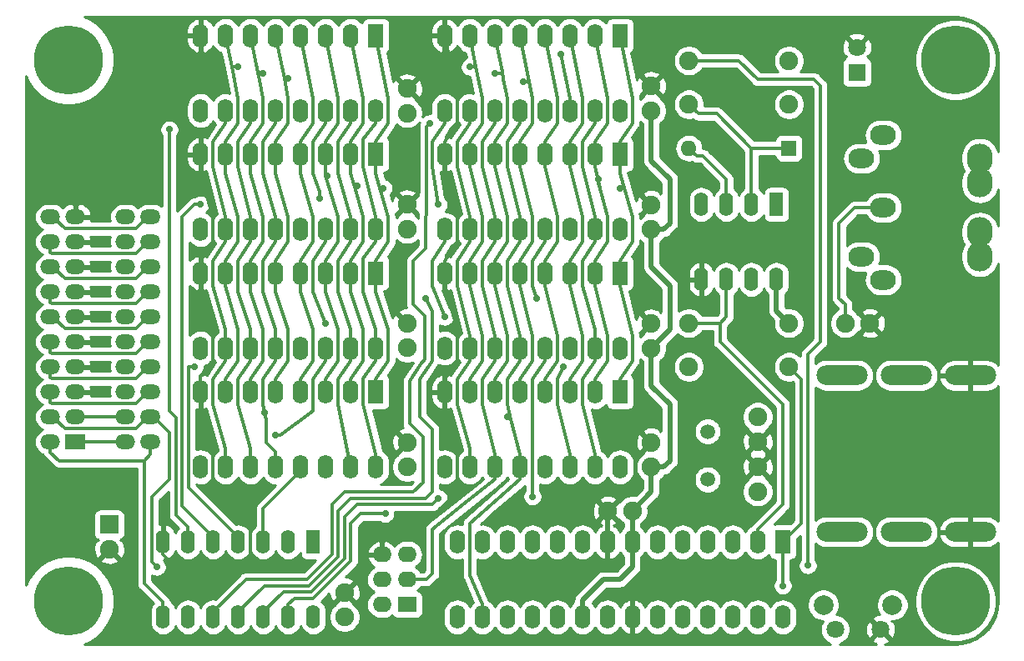
<source format=gtl>
G04 #@! TF.GenerationSoftware,KiCad,Pcbnew,5.1.2-5.1.2*
G04 #@! TF.CreationDate,2019-06-30T11:24:38+01:00*
G04 #@! TF.ProjectId,music4xxx,6d757369-6334-4787-9878-2e6b69636164,rev?*
G04 #@! TF.SameCoordinates,Original*
G04 #@! TF.FileFunction,Copper,L1,Top*
G04 #@! TF.FilePolarity,Positive*
%FSLAX46Y46*%
G04 Gerber Fmt 4.6, Leading zero omitted, Abs format (unit mm)*
G04 Created by KiCad (PCBNEW 5.1.2-5.1.2) date 2019-06-30 11:24:38*
%MOMM*%
%LPD*%
G04 APERTURE LIST*
%ADD10R,1.900000X1.900000*%
%ADD11C,1.900000*%
%ADD12O,5.200000X2.000000*%
%ADD13O,2.600000X3.000000*%
%ADD14O,2.600000X2.000000*%
%ADD15R,1.600000X2.400000*%
%ADD16O,1.600000X2.400000*%
%ADD17O,1.900000X1.600000*%
%ADD18R,1.900000X1.600000*%
%ADD19C,1.800000*%
%ADD20C,2.000000*%
%ADD21C,1.500000*%
%ADD22R,1.800000X1.800000*%
%ADD23R,2.000000X1.500000*%
%ADD24O,2.000000X1.500000*%
%ADD25O,2.100000X1.500000*%
%ADD26O,1.400000X2.400000*%
%ADD27R,1.400000X2.400000*%
%ADD28C,7.000000*%
%ADD29R,1.600000X1.600000*%
%ADD30O,1.600000X1.600000*%
%ADD31C,0.700000*%
%ADD32C,0.300000*%
%ADD33C,0.500000*%
%ADD34C,0.254000*%
G04 APERTURE END LIST*
D10*
X9144000Y-52197000D03*
D11*
X9144000Y-54697000D03*
D12*
X96500000Y-37050000D03*
X96500000Y-52950000D03*
X83500000Y-37050000D03*
X83500000Y-52950000D03*
X90000000Y-37050000D03*
X90000000Y-52950000D03*
D13*
X97460000Y-15000000D03*
X97460000Y-17500000D03*
X97460000Y-22500000D03*
X97460000Y-25000000D03*
D14*
X87660000Y-20000000D03*
X87660000Y-12650000D03*
X87660000Y-27350000D03*
X85460000Y-15000000D03*
X85460000Y-25000000D03*
D11*
X62230000Y-50800000D03*
X59730000Y-50800000D03*
D15*
X36195000Y-2540000D03*
D16*
X18415000Y-10160000D03*
X33655000Y-2540000D03*
X20955000Y-10160000D03*
X31115000Y-2540000D03*
X23495000Y-10160000D03*
X28575000Y-2540000D03*
X26035000Y-10160000D03*
X26035000Y-2540000D03*
X28575000Y-10160000D03*
X23495000Y-2540000D03*
X31115000Y-10160000D03*
X20955000Y-2540000D03*
X33655000Y-10160000D03*
X18415000Y-2540000D03*
X36195000Y-10160000D03*
X77470000Y-61595000D03*
X44450000Y-53975000D03*
X74930000Y-61595000D03*
X46990000Y-53975000D03*
X72390000Y-61595000D03*
X49530000Y-53975000D03*
X69850000Y-61595000D03*
X52070000Y-53975000D03*
X67310000Y-61595000D03*
X54610000Y-53975000D03*
X64770000Y-61595000D03*
X57150000Y-53975000D03*
X62230000Y-61595000D03*
X59690000Y-53975000D03*
X59690000Y-61595000D03*
X62230000Y-53975000D03*
X57150000Y-61595000D03*
X64770000Y-53975000D03*
X54610000Y-61595000D03*
X67310000Y-53975000D03*
X52070000Y-61595000D03*
X69850000Y-53975000D03*
X49530000Y-61595000D03*
X72390000Y-53975000D03*
X46990000Y-61595000D03*
X74930000Y-53975000D03*
X44450000Y-61595000D03*
D15*
X77470000Y-53975000D03*
D11*
X78105000Y-36195000D03*
X67945000Y-36195000D03*
D17*
X36830000Y-55245000D03*
X39370000Y-55245000D03*
X36830000Y-57785000D03*
X39370000Y-57785000D03*
X36830000Y-60325000D03*
D18*
X39370000Y-60325000D03*
D19*
X87390000Y-62865000D03*
X82790000Y-62865000D03*
D20*
X81590000Y-60365000D03*
X88590000Y-60365000D03*
D21*
X69850000Y-42745000D03*
X69850000Y-47625000D03*
D11*
X67945000Y-31750000D03*
X78105000Y-31750000D03*
X74930000Y-43775000D03*
X74930000Y-41275000D03*
X74930000Y-46355000D03*
X74930000Y-48855000D03*
D19*
X85000000Y-3730000D03*
D22*
X85000000Y-6270000D03*
D23*
X5715000Y-43815000D03*
D24*
X3175000Y-43815000D03*
X5715000Y-41275000D03*
X3175000Y-41275000D03*
X5715000Y-38735000D03*
X3175000Y-38735000D03*
X5715000Y-36195000D03*
X3175000Y-36195000D03*
X5715000Y-33655000D03*
X3175000Y-33655000D03*
X5715000Y-31115000D03*
X3175000Y-31115000D03*
X5715000Y-28575000D03*
X3175000Y-28575000D03*
X5715000Y-26035000D03*
X3175000Y-26035000D03*
X5715000Y-23495000D03*
X3175000Y-23495000D03*
X5715000Y-20955000D03*
X3175000Y-20955000D03*
D15*
X60960000Y-2540000D03*
D16*
X43180000Y-10160000D03*
X58420000Y-2540000D03*
X45720000Y-10160000D03*
X55880000Y-2540000D03*
X48260000Y-10160000D03*
X53340000Y-2540000D03*
X50800000Y-10160000D03*
X50800000Y-2540000D03*
X53340000Y-10160000D03*
X48260000Y-2540000D03*
X55880000Y-10160000D03*
X45720000Y-2540000D03*
X58420000Y-10160000D03*
X43180000Y-2540000D03*
X60960000Y-10160000D03*
D24*
X10795000Y-20955000D03*
D25*
X13335000Y-20955000D03*
D24*
X10795000Y-23495000D03*
D25*
X13335000Y-23495000D03*
D24*
X10795000Y-26035000D03*
D25*
X13335000Y-26035000D03*
D24*
X10795000Y-28575000D03*
D25*
X13335000Y-28575000D03*
D24*
X10795000Y-31115000D03*
D25*
X13335000Y-31115000D03*
D24*
X10795000Y-33655000D03*
D25*
X13335000Y-33655000D03*
D24*
X10795000Y-36195000D03*
D25*
X13335000Y-36195000D03*
D24*
X10795000Y-38735000D03*
D25*
X13335000Y-38735000D03*
D24*
X10795000Y-41275000D03*
D25*
X13335000Y-41275000D03*
D24*
X10795000Y-43815000D03*
D25*
X13335000Y-43815000D03*
D26*
X29845000Y-61595000D03*
X14605000Y-53975000D03*
X27305000Y-61595000D03*
X17145000Y-53975000D03*
X24765000Y-61595000D03*
X19685000Y-53975000D03*
X22225000Y-61595000D03*
X22225000Y-53975000D03*
X19685000Y-61595000D03*
X24765000Y-53975000D03*
X17145000Y-61595000D03*
X27305000Y-53975000D03*
X14605000Y-61595000D03*
D27*
X29845000Y-53975000D03*
D15*
X60960000Y-14605000D03*
D16*
X43180000Y-22225000D03*
X58420000Y-14605000D03*
X45720000Y-22225000D03*
X55880000Y-14605000D03*
X48260000Y-22225000D03*
X53340000Y-14605000D03*
X50800000Y-22225000D03*
X50800000Y-14605000D03*
X53340000Y-22225000D03*
X48260000Y-14605000D03*
X55880000Y-22225000D03*
X45720000Y-14605000D03*
X58420000Y-22225000D03*
X43180000Y-14605000D03*
X60960000Y-22225000D03*
D15*
X60960000Y-38735000D03*
D16*
X43180000Y-46355000D03*
X58420000Y-38735000D03*
X45720000Y-46355000D03*
X55880000Y-38735000D03*
X48260000Y-46355000D03*
X53340000Y-38735000D03*
X50800000Y-46355000D03*
X50800000Y-38735000D03*
X53340000Y-46355000D03*
X48260000Y-38735000D03*
X55880000Y-46355000D03*
X45720000Y-38735000D03*
X58420000Y-46355000D03*
X43180000Y-38735000D03*
X60960000Y-46355000D03*
D15*
X60960000Y-26670000D03*
D16*
X43180000Y-34290000D03*
X58420000Y-26670000D03*
X45720000Y-34290000D03*
X55880000Y-26670000D03*
X48260000Y-34290000D03*
X53340000Y-26670000D03*
X50800000Y-34290000D03*
X50800000Y-26670000D03*
X53340000Y-34290000D03*
X48260000Y-26670000D03*
X55880000Y-34290000D03*
X45720000Y-26670000D03*
X58420000Y-34290000D03*
X43180000Y-26670000D03*
X60960000Y-34290000D03*
D15*
X36195000Y-14605000D03*
D16*
X18415000Y-22225000D03*
X33655000Y-14605000D03*
X20955000Y-22225000D03*
X31115000Y-14605000D03*
X23495000Y-22225000D03*
X28575000Y-14605000D03*
X26035000Y-22225000D03*
X26035000Y-14605000D03*
X28575000Y-22225000D03*
X23495000Y-14605000D03*
X31115000Y-22225000D03*
X20955000Y-14605000D03*
X33655000Y-22225000D03*
X18415000Y-14605000D03*
X36195000Y-22225000D03*
D15*
X36195000Y-26670000D03*
D16*
X18415000Y-34290000D03*
X33655000Y-26670000D03*
X20955000Y-34290000D03*
X31115000Y-26670000D03*
X23495000Y-34290000D03*
X28575000Y-26670000D03*
X26035000Y-34290000D03*
X26035000Y-26670000D03*
X28575000Y-34290000D03*
X23495000Y-26670000D03*
X31115000Y-34290000D03*
X20955000Y-26670000D03*
X33655000Y-34290000D03*
X18415000Y-26670000D03*
X36195000Y-34290000D03*
D15*
X36195000Y-38735000D03*
D16*
X18415000Y-46355000D03*
X33655000Y-38735000D03*
X20955000Y-46355000D03*
X31115000Y-38735000D03*
X23495000Y-46355000D03*
X28575000Y-38735000D03*
X26035000Y-46355000D03*
X26035000Y-38735000D03*
X28575000Y-46355000D03*
X23495000Y-38735000D03*
X31115000Y-46355000D03*
X20955000Y-38735000D03*
X33655000Y-46355000D03*
X18415000Y-38735000D03*
X36195000Y-46355000D03*
D11*
X33020000Y-61595000D03*
X33020000Y-59095000D03*
X64135000Y-34290000D03*
X64135000Y-31790000D03*
X64135000Y-22225000D03*
X64135000Y-19725000D03*
X64135000Y-10160000D03*
X64135000Y-7660000D03*
X39370000Y-22185000D03*
X39370000Y-19685000D03*
X39370000Y-34250000D03*
X39370000Y-31750000D03*
X39370000Y-46355000D03*
X39370000Y-43855000D03*
D28*
X5000000Y-60000000D03*
X5000000Y-5000000D03*
D11*
X39370000Y-10414000D03*
X39370000Y-7914000D03*
X78105000Y-5080000D03*
X67945000Y-5080000D03*
X67945000Y-9525000D03*
X78105000Y-9525000D03*
D27*
X76835000Y-19685000D03*
D26*
X69215000Y-27305000D03*
X74295000Y-19685000D03*
X71755000Y-27305000D03*
X71755000Y-19685000D03*
X74295000Y-27305000D03*
X69215000Y-19685000D03*
X76835000Y-27305000D03*
D29*
X78105000Y-13970000D03*
D30*
X67945000Y-13970000D03*
D11*
X64135000Y-46355000D03*
X64135000Y-43855000D03*
X83820000Y-31750000D03*
X86320000Y-31750000D03*
D28*
X95000000Y-60000000D03*
X95000000Y-5000000D03*
D31*
X31242000Y-16764000D03*
X58801000Y-17145000D03*
X34290000Y-17780000D03*
X27305000Y-6858000D03*
X51181000Y-7239000D03*
X60960000Y-18034000D03*
X36957000Y-18034000D03*
X24765000Y-6350000D03*
X48260000Y-6350000D03*
X45720000Y-5715000D03*
X22225000Y-5715000D03*
X13970000Y-56515000D03*
X37152465Y-51112535D03*
X52070000Y-49364990D03*
X42545000Y-49530000D03*
X52493334Y-29210000D03*
X41275000Y-29210000D03*
X41656000Y-11430000D03*
X15240000Y-12065000D03*
X18415000Y-19685000D03*
X17780000Y-36195000D03*
X49530000Y-41275000D03*
X24923750Y-40798750D03*
X25998572Y-43104977D03*
X31115000Y-31750000D03*
X30480000Y-19050000D03*
X54991000Y-4445000D03*
X42545000Y-19685000D03*
X43180000Y-31115000D03*
X55245000Y-36195000D03*
X80010000Y-56349990D03*
X77470000Y-58420000D03*
D32*
X20955000Y-46355000D02*
X20955000Y-44450000D01*
X20955000Y-35560000D02*
X20955000Y-34290000D01*
X19685000Y-37465000D02*
X20955000Y-35560000D01*
X19685000Y-40005000D02*
X19685000Y-37465000D01*
X20955000Y-44450000D02*
X19685000Y-40005000D01*
X20955000Y-34290000D02*
X20955000Y-32385000D01*
X20955000Y-23495000D02*
X20955000Y-22225000D01*
X19685000Y-25400000D02*
X20955000Y-23495000D01*
X19685000Y-27940000D02*
X19685000Y-25400000D01*
X20955000Y-32385000D02*
X19685000Y-27940000D01*
X20955000Y-22225000D02*
X20955000Y-20955000D01*
X20955000Y-11430000D02*
X20955000Y-10160000D01*
X19685000Y-13335000D02*
X20955000Y-11430000D01*
X19685000Y-15875000D02*
X19685000Y-13335000D01*
X20955000Y-20955000D02*
X19685000Y-15875000D01*
X45720000Y-10160000D02*
X45720000Y-11430000D01*
X45720000Y-20955000D02*
X45720000Y-22225000D01*
X44450000Y-15875000D02*
X45720000Y-20955000D01*
X44450000Y-13335000D02*
X44450000Y-15875000D01*
X45720000Y-11430000D02*
X44450000Y-13335000D01*
X45720000Y-22225000D02*
X45720000Y-23495000D01*
X45720000Y-33020000D02*
X45720000Y-34290000D01*
X44450000Y-27940000D02*
X45720000Y-33020000D01*
X44450000Y-25400000D02*
X44450000Y-27940000D01*
X45720000Y-23495000D02*
X44450000Y-25400000D01*
X45720000Y-34290000D02*
X45720000Y-35560000D01*
X45720000Y-44450000D02*
X45720000Y-46355000D01*
X44450000Y-40005000D02*
X45720000Y-44450000D01*
X44450000Y-37465000D02*
X44450000Y-40005000D01*
X45720000Y-35560000D02*
X44450000Y-37465000D01*
X36195000Y-11430000D02*
X36195000Y-10160000D01*
X34925000Y-13081000D02*
X36195000Y-11430000D01*
X34925000Y-15875000D02*
X34925000Y-13081000D01*
X36195000Y-22225000D02*
X36195000Y-20955000D01*
X36195000Y-20955000D02*
X34925000Y-15875000D01*
X36195000Y-45085000D02*
X36195000Y-46355000D01*
X34925000Y-40005000D02*
X36195000Y-45085000D01*
X34925000Y-37338000D02*
X34925000Y-40005000D01*
X36195000Y-34290000D02*
X36195000Y-35560000D01*
X36195000Y-35560000D02*
X34925000Y-37338000D01*
D33*
X64135000Y-48895000D02*
X64135000Y-46355000D01*
X62230000Y-50800000D02*
X64135000Y-48895000D01*
X57150000Y-59895000D02*
X59260000Y-57785000D01*
X57150000Y-61595000D02*
X57150000Y-59895000D01*
X59260000Y-57785000D02*
X60960000Y-57785000D01*
X62230000Y-56515000D02*
X62230000Y-53975000D01*
X60960000Y-57785000D02*
X62230000Y-56515000D01*
X76835000Y-30480000D02*
X78105000Y-31750000D01*
X76835000Y-27305000D02*
X76835000Y-30480000D01*
X64135000Y-34290000D02*
X66040000Y-32385000D01*
X66040000Y-32385000D02*
X66040000Y-27940000D01*
X64135000Y-26035000D02*
X64135000Y-22225000D01*
X66040000Y-27940000D02*
X64135000Y-26035000D01*
X64135000Y-22225000D02*
X65405000Y-22225000D01*
X65405000Y-22225000D02*
X66040000Y-21590000D01*
X66040000Y-21590000D02*
X66040000Y-17145000D01*
X66040000Y-17145000D02*
X64135000Y-15240000D01*
X64135000Y-15240000D02*
X64135000Y-10160000D01*
X64135000Y-46355000D02*
X65405000Y-46355000D01*
X65405000Y-46355000D02*
X66040000Y-45720000D01*
X66040000Y-45720000D02*
X66040000Y-40005000D01*
X64135000Y-38100000D02*
X64135000Y-34290000D01*
X66040000Y-40005000D02*
X64135000Y-38100000D01*
X62230000Y-50800000D02*
X62230000Y-53975000D01*
D32*
X5715000Y-41275000D02*
X10795000Y-41275000D01*
X5715000Y-43815000D02*
X10795000Y-43815000D01*
X36195000Y-23495000D02*
X36195000Y-22225000D01*
X34925000Y-28575000D02*
X34925000Y-25146000D01*
X36195000Y-34290000D02*
X36195000Y-32385000D01*
X34925000Y-25146000D02*
X36195000Y-23495000D01*
X36195000Y-32385000D02*
X34925000Y-28575000D01*
X18415000Y-26670000D02*
X18415000Y-25400000D01*
X18415000Y-25400000D02*
X19685000Y-23495000D01*
X19685000Y-23495000D02*
X19685000Y-20955000D01*
X19685000Y-20955000D02*
X18415000Y-16510000D01*
X18415000Y-16510000D02*
X18415000Y-14605000D01*
X18415000Y-28575000D02*
X18415000Y-26670000D01*
X18415000Y-38735000D02*
X18415000Y-37235000D01*
X19685000Y-32385000D02*
X18415000Y-28575000D01*
X19685000Y-35560000D02*
X19685000Y-32385000D01*
X18415000Y-37235000D02*
X19685000Y-35560000D01*
D33*
X59730000Y-53935000D02*
X59690000Y-53975000D01*
X59730000Y-50800000D02*
X59730000Y-53935000D01*
D32*
X43180000Y-2540000D02*
X44450000Y-8890000D01*
X44450000Y-8890000D02*
X44450000Y-11430000D01*
X44450000Y-11430000D02*
X43180000Y-13335000D01*
X43180000Y-13335000D02*
X43180000Y-14605000D01*
X43180000Y-14605000D02*
X43180000Y-15875000D01*
X43180000Y-15875000D02*
X44450000Y-20955000D01*
X44450000Y-20955000D02*
X44450000Y-23495000D01*
X44450000Y-23495000D02*
X43180000Y-25400000D01*
X43180000Y-25400000D02*
X43180000Y-26670000D01*
X43180000Y-26670000D02*
X43180000Y-27940000D01*
X43180000Y-27940000D02*
X44450000Y-32385000D01*
X44450000Y-32385000D02*
X44450000Y-35560000D01*
X44450000Y-35560000D02*
X43180000Y-37465000D01*
X43180000Y-37465000D02*
X43180000Y-38735000D01*
X14605000Y-53975000D02*
X14605000Y-55245000D01*
X14605000Y-55245000D02*
X15240000Y-55880000D01*
X15240000Y-55880000D02*
X23495000Y-55880000D01*
X23495000Y-55880000D02*
X23495000Y-52705000D01*
X23495000Y-52705000D02*
X19685000Y-47625000D01*
X19685000Y-47625000D02*
X19685000Y-44450000D01*
X19685000Y-44450000D02*
X18415000Y-40640000D01*
X18415000Y-40640000D02*
X18415000Y-38735000D01*
X36830000Y-53340000D02*
X36830000Y-55245000D01*
X43180000Y-40005000D02*
X44450000Y-44450000D01*
X44450000Y-48895000D02*
X40640000Y-52705000D01*
X43180000Y-38735000D02*
X43180000Y-40005000D01*
X44450000Y-44450000D02*
X44450000Y-48895000D01*
X40640000Y-52705000D02*
X37465000Y-52705000D01*
X37465000Y-52705000D02*
X36830000Y-53340000D01*
X74295000Y-18185000D02*
X74295000Y-19685000D01*
X74295000Y-16680000D02*
X74295000Y-18185000D01*
X78105000Y-13970000D02*
X77005000Y-13970000D01*
X68894999Y-10474999D02*
X70799999Y-10474999D01*
X67945000Y-9525000D02*
X68894999Y-10474999D01*
X74295000Y-13970000D02*
X74295000Y-19685000D01*
X70799999Y-10474999D02*
X74295000Y-13970000D01*
X78105000Y-13970000D02*
X74295000Y-13970000D01*
X68744999Y-14769999D02*
X69379999Y-14769999D01*
X67945000Y-13970000D02*
X68744999Y-14769999D01*
X71755000Y-17145000D02*
X71755000Y-19685000D01*
X69379999Y-14769999D02*
X71755000Y-17145000D01*
X3230000Y-31190000D02*
X3480000Y-31190000D01*
X13035000Y-31115000D02*
X13335000Y-31115000D01*
X11834990Y-32315010D02*
X13035000Y-31115000D01*
X4625010Y-32315010D02*
X11834990Y-32315010D01*
X3425000Y-31115000D02*
X4625010Y-32315010D01*
X3175000Y-31115000D02*
X3425000Y-31115000D01*
X31115000Y-26670000D02*
X31115000Y-25400000D01*
X31115000Y-16510000D02*
X31115000Y-14605000D01*
X32385000Y-20955000D02*
X31064679Y-16778376D01*
X31064679Y-16778376D02*
X31115000Y-16510000D01*
X32385000Y-23495000D02*
X32385000Y-20955000D01*
X31115000Y-25400000D02*
X32385000Y-23495000D01*
X31115000Y-14605000D02*
X31115000Y-13335000D01*
X32385000Y-8890000D02*
X31115000Y-2540000D01*
X32385000Y-11430000D02*
X32385000Y-8890000D01*
X31115000Y-13335000D02*
X32385000Y-11430000D01*
X55880000Y-2540000D02*
X57150000Y-8890000D01*
X57150000Y-8890000D02*
X57150000Y-11430000D01*
X57150000Y-11430000D02*
X55880000Y-13335000D01*
X55880000Y-13335000D02*
X55880000Y-14605000D01*
X55880000Y-14605000D02*
X55880000Y-15875000D01*
X55880000Y-25400000D02*
X55880000Y-26670000D01*
X57150000Y-23495000D02*
X55880000Y-25400000D01*
X57150000Y-20955000D02*
X57150000Y-23495000D01*
X55880000Y-15875000D02*
X57150000Y-20955000D01*
X55880000Y-26670000D02*
X55880000Y-27940000D01*
X55880000Y-27940000D02*
X57150000Y-33020000D01*
X57150000Y-33020000D02*
X57150000Y-35560000D01*
X57150000Y-35560000D02*
X55880000Y-37465000D01*
X55880000Y-37465000D02*
X55880000Y-38735000D01*
X31064679Y-16778376D02*
X31242000Y-16764000D01*
X31115000Y-28575000D02*
X31115000Y-26670000D01*
X32385000Y-32385000D02*
X31115000Y-28575000D01*
X32385000Y-35560000D02*
X32385000Y-32385000D01*
X31115000Y-38735000D02*
X31115000Y-37465000D01*
X31115000Y-37465000D02*
X32385000Y-35560000D01*
X3230000Y-28650000D02*
X3480000Y-28650000D01*
X11834990Y-29775010D02*
X13035000Y-28575000D01*
X13035000Y-28575000D02*
X13335000Y-28575000D01*
X3325010Y-29775010D02*
X11834990Y-29775010D01*
X3175000Y-29625000D02*
X3325010Y-29775010D01*
X3175000Y-28575000D02*
X3175000Y-29625000D01*
X28575000Y-26670000D02*
X28575000Y-25400000D01*
X28575000Y-25400000D02*
X29845000Y-23495000D01*
X29845000Y-23495000D02*
X29845000Y-20955000D01*
X29845000Y-20955000D02*
X28575000Y-16510000D01*
X28575000Y-16510000D02*
X28575000Y-14605000D01*
X28575000Y-14605000D02*
X28575000Y-13335000D01*
X29845000Y-8890000D02*
X28575000Y-2540000D01*
X29845000Y-11430000D02*
X29845000Y-8890000D01*
X28575000Y-13335000D02*
X29845000Y-11430000D01*
X53340000Y-2540000D02*
X54610000Y-8890000D01*
X53340000Y-13335000D02*
X53340000Y-13970000D01*
X54610000Y-11430000D02*
X53340000Y-13335000D01*
X54610000Y-8890000D02*
X54610000Y-11430000D01*
X53340000Y-26670000D02*
X53340000Y-25400000D01*
X53340000Y-15875000D02*
X53340000Y-13970000D01*
X54610000Y-20955000D02*
X53340000Y-15875000D01*
X54610000Y-23495000D02*
X54610000Y-20955000D01*
X53340000Y-25400000D02*
X54610000Y-23495000D01*
X53340000Y-38735000D02*
X53340000Y-37465000D01*
X53340000Y-37465000D02*
X54610000Y-35560000D01*
X54610000Y-35560000D02*
X54610000Y-33020000D01*
X54610000Y-33020000D02*
X53340000Y-27940000D01*
X53340000Y-27940000D02*
X53340000Y-26670000D01*
X28575000Y-28575000D02*
X28575000Y-26670000D01*
X29845000Y-32385000D02*
X28575000Y-28575000D01*
X28575000Y-38735000D02*
X28575000Y-37465000D01*
X29845000Y-35560000D02*
X29845000Y-32385000D01*
X28575000Y-37465000D02*
X29845000Y-35560000D01*
X3230000Y-33730000D02*
X3480000Y-33730000D01*
X11834990Y-34855010D02*
X13035000Y-33655000D01*
X3325010Y-34855010D02*
X11834990Y-34855010D01*
X3175000Y-34705000D02*
X3325010Y-34855010D01*
X13035000Y-33655000D02*
X13335000Y-33655000D01*
X3175000Y-33655000D02*
X3175000Y-34705000D01*
X33655000Y-14605000D02*
X33655000Y-13335000D01*
X33655000Y-13335000D02*
X34925000Y-11430000D01*
X34925000Y-11430000D02*
X34925000Y-8890000D01*
X34925000Y-8890000D02*
X33655000Y-2540000D01*
X33655000Y-26670000D02*
X33655000Y-25400000D01*
X33655000Y-16510000D02*
X33655000Y-14605000D01*
X34925000Y-20955000D02*
X34038396Y-17851886D01*
X34038396Y-17851886D02*
X33655000Y-16510000D01*
X34925000Y-23495000D02*
X34925000Y-20955000D01*
X58420000Y-2540000D02*
X59690000Y-8890000D01*
X58420000Y-13335000D02*
X58420000Y-14605000D01*
X59690000Y-11430000D02*
X58420000Y-13335000D01*
X59690000Y-8890000D02*
X59690000Y-11430000D01*
X58420000Y-14605000D02*
X58420000Y-15875000D01*
X58420000Y-15875000D02*
X59055000Y-18415000D01*
X58420000Y-25400000D02*
X58420000Y-26035000D01*
X59055000Y-18415000D02*
X59690000Y-20955000D01*
X59690000Y-20955000D02*
X59690000Y-23495000D01*
X59690000Y-23495000D02*
X58420000Y-25400000D01*
X58420000Y-38735000D02*
X58420000Y-37465000D01*
X58420000Y-27940000D02*
X58420000Y-26035000D01*
X59690000Y-33020000D02*
X58420000Y-27940000D01*
X59690000Y-35560000D02*
X59690000Y-33020000D01*
X58420000Y-37465000D02*
X59690000Y-35560000D01*
X58651588Y-17182353D02*
X59055000Y-18415000D01*
X58801000Y-17145000D02*
X58651588Y-17182353D01*
X33655000Y-25400000D02*
X34925000Y-23495000D01*
X34290000Y-17780000D02*
X34038396Y-17851886D01*
X33655000Y-28575000D02*
X33655000Y-26670000D01*
X34925000Y-32385000D02*
X33655000Y-28575000D01*
X34925000Y-35560000D02*
X34925000Y-32385000D01*
X33655000Y-38735000D02*
X33655000Y-37465000D01*
X33655000Y-37465000D02*
X34925000Y-35560000D01*
X3230000Y-26110000D02*
X3480000Y-26110000D01*
X13035000Y-26035000D02*
X13335000Y-26035000D01*
X4625010Y-27235010D02*
X11834990Y-27235010D01*
X11834990Y-27235010D02*
X13035000Y-26035000D01*
X3425000Y-26035000D02*
X4625010Y-27235010D01*
X3175000Y-26035000D02*
X3425000Y-26035000D01*
X26035000Y-26670000D02*
X26035000Y-25400000D01*
X26035000Y-25400000D02*
X27305000Y-23495000D01*
X27305000Y-23495000D02*
X27305000Y-20955000D01*
X27305000Y-20955000D02*
X26035000Y-16510000D01*
X26035000Y-16510000D02*
X26035000Y-14605000D01*
X26035000Y-14605000D02*
X26035000Y-13335000D01*
X27305000Y-8890000D02*
X26899577Y-6862885D01*
X26899577Y-6862885D02*
X26035000Y-2540000D01*
X27305000Y-11430000D02*
X27305000Y-8890000D01*
X26035000Y-13335000D02*
X27305000Y-11430000D01*
X50800000Y-2540000D02*
X51739800Y-7239000D01*
X51739800Y-7239000D02*
X52070000Y-8890000D01*
X50800000Y-13335000D02*
X50800000Y-14605000D01*
X52070000Y-11430000D02*
X50800000Y-13335000D01*
X52070000Y-8890000D02*
X52070000Y-11430000D01*
X50800000Y-14605000D02*
X50800000Y-15875000D01*
X50800000Y-15875000D02*
X52070000Y-20955000D01*
X52070000Y-20955000D02*
X52070000Y-23495000D01*
X52070000Y-23495000D02*
X50800000Y-25400000D01*
X50800000Y-25400000D02*
X50800000Y-26670000D01*
X50800000Y-38735000D02*
X50800000Y-37465000D01*
X50800000Y-37465000D02*
X52070000Y-35560000D01*
X52070000Y-35560000D02*
X52070000Y-33020000D01*
X52070000Y-33020000D02*
X50800000Y-27940000D01*
X50800000Y-27940000D02*
X50800000Y-26670000D01*
X26899577Y-6862885D02*
X27305000Y-6858000D01*
X51181000Y-7239000D02*
X51739800Y-7239000D01*
X27305000Y-32385000D02*
X26035000Y-28575000D01*
X27305000Y-35560000D02*
X27305000Y-32385000D01*
X26035000Y-38735000D02*
X26035000Y-37465000D01*
X26035000Y-28575000D02*
X26035000Y-26670000D01*
X26035000Y-37465000D02*
X27305000Y-35560000D01*
X13035000Y-36195000D02*
X13335000Y-36195000D01*
X11834990Y-37395010D02*
X13035000Y-36195000D01*
X3325010Y-37395010D02*
X11834990Y-37395010D01*
X3175000Y-37245000D02*
X3325010Y-37395010D01*
X3175000Y-36195000D02*
X3175000Y-37245000D01*
X36195000Y-14605000D02*
X36195000Y-13335000D01*
X36195000Y-13335000D02*
X37465000Y-11430000D01*
X37465000Y-11430000D02*
X37465000Y-8890000D01*
X37465000Y-8890000D02*
X36195000Y-2540000D01*
X36195000Y-26670000D02*
X36195000Y-25400000D01*
X36195000Y-16510000D02*
X36195000Y-14605000D01*
X37465000Y-20955000D02*
X36703000Y-18288000D01*
X36703000Y-18288000D02*
X36195000Y-16510000D01*
X37465000Y-23495000D02*
X37465000Y-20955000D01*
X36195000Y-25400000D02*
X37465000Y-23495000D01*
X60960000Y-2540000D02*
X62230000Y-8890000D01*
X60960000Y-13335000D02*
X60960000Y-14605000D01*
X62230000Y-11430000D02*
X60960000Y-13335000D01*
X62230000Y-8890000D02*
X62230000Y-11430000D01*
X60960000Y-26670000D02*
X60960000Y-25400000D01*
X60960000Y-25400000D02*
X62230000Y-23495000D01*
X62230000Y-23495000D02*
X62230000Y-20955000D01*
X62230000Y-20955000D02*
X61298667Y-17695334D01*
X60960000Y-16510000D02*
X60960000Y-14605000D01*
X61298667Y-17695334D02*
X60960000Y-16510000D01*
X60960000Y-26670000D02*
X60960000Y-27940000D01*
X60960000Y-37465000D02*
X60960000Y-38735000D01*
X62230000Y-35560000D02*
X60960000Y-37465000D01*
X62230000Y-33020000D02*
X62230000Y-35560000D01*
X60960000Y-27940000D02*
X62230000Y-33020000D01*
X36703000Y-18288000D02*
X36957000Y-18034000D01*
X61298667Y-17695333D02*
X61298667Y-17695334D01*
X60960000Y-18034000D02*
X61298667Y-17695333D01*
X36195000Y-37465000D02*
X36195000Y-38735000D01*
X37465000Y-35560000D02*
X36195000Y-37465000D01*
X37465000Y-32385000D02*
X37465000Y-35560000D01*
X36195000Y-26670000D02*
X36195000Y-28575000D01*
X36195000Y-28575000D02*
X37465000Y-32385000D01*
X3230000Y-23570000D02*
X3480000Y-23570000D01*
X11834990Y-24695010D02*
X13035000Y-23495000D01*
X3325010Y-24695010D02*
X11834990Y-24695010D01*
X13035000Y-23495000D02*
X13335000Y-23495000D01*
X3175000Y-24545000D02*
X3325010Y-24695010D01*
X3175000Y-23495000D02*
X3175000Y-24545000D01*
X23495000Y-38735000D02*
X23495000Y-37465000D01*
X23495000Y-28575000D02*
X23495000Y-26670000D01*
X24765000Y-32385000D02*
X23495000Y-28575000D01*
X24765000Y-35560000D02*
X24765000Y-32385000D01*
X23495000Y-37465000D02*
X24765000Y-35560000D01*
X23495000Y-26670000D02*
X23495000Y-25400000D01*
X23495000Y-25400000D02*
X24765000Y-23495000D01*
X24765000Y-23495000D02*
X24765000Y-20955000D01*
X24765000Y-20955000D02*
X23495000Y-16510000D01*
X23495000Y-16510000D02*
X23495000Y-14605000D01*
X23495000Y-14605000D02*
X23495000Y-13335000D01*
X24765000Y-8890000D02*
X24398654Y-7058270D01*
X24765000Y-11430000D02*
X24765000Y-8890000D01*
X23495000Y-13335000D02*
X24765000Y-11430000D01*
X24257000Y-6350000D02*
X24252115Y-6325575D01*
X24252115Y-6325575D02*
X23495000Y-2540000D01*
X49139231Y-6936155D02*
X49530000Y-8890000D01*
X48260000Y-13335000D02*
X48260000Y-14605000D01*
X49530000Y-11430000D02*
X48260000Y-13335000D01*
X49530000Y-8890000D02*
X49530000Y-11430000D01*
X48260000Y-14605000D02*
X48260000Y-15875000D01*
X48260000Y-25400000D02*
X48260000Y-26670000D01*
X49530000Y-23495000D02*
X48260000Y-25400000D01*
X49530000Y-20955000D02*
X49530000Y-23495000D01*
X48260000Y-15875000D02*
X49530000Y-20955000D01*
X48260000Y-26670000D02*
X48260000Y-27940000D01*
X48260000Y-27940000D02*
X49530000Y-33020000D01*
X49530000Y-33020000D02*
X49530000Y-35560000D01*
X49530000Y-35560000D02*
X48260000Y-37465000D01*
X48260000Y-37465000D02*
X48260000Y-38735000D01*
X24398654Y-7058270D02*
X24257000Y-6350000D01*
X24252115Y-6325575D02*
X24765000Y-6350000D01*
X48895000Y-6350000D02*
X49000833Y-6244167D01*
X48260000Y-6350000D02*
X48895000Y-6350000D01*
X48260000Y-2540000D02*
X49000833Y-6244167D01*
X49000833Y-6244167D02*
X49139231Y-6936155D01*
X13035000Y-38735000D02*
X13335000Y-38735000D01*
X3325010Y-39935010D02*
X11834990Y-39935010D01*
X11834990Y-39935010D02*
X13035000Y-38735000D01*
X3175000Y-39785000D02*
X3325010Y-39935010D01*
X3175000Y-38735000D02*
X3175000Y-39785000D01*
X33655000Y-22225000D02*
X33655000Y-20955000D01*
X33655000Y-20955000D02*
X32385000Y-16510000D01*
X32385000Y-16510000D02*
X32385000Y-13335000D01*
X32385000Y-13335000D02*
X33655000Y-11430000D01*
X33655000Y-11430000D02*
X33655000Y-10160000D01*
X33655000Y-46355000D02*
X32385000Y-40005000D01*
X33655000Y-35560000D02*
X33655000Y-34290000D01*
X32385000Y-37465000D02*
X33655000Y-35560000D01*
X32385000Y-40005000D02*
X32385000Y-37465000D01*
X58420000Y-22225000D02*
X58420000Y-20955000D01*
X58420000Y-11430000D02*
X58420000Y-10160000D01*
X57150000Y-13335000D02*
X58420000Y-11430000D01*
X57150000Y-15875000D02*
X57150000Y-13335000D01*
X58420000Y-20955000D02*
X57150000Y-15875000D01*
X58420000Y-34290000D02*
X58420000Y-32385000D01*
X58420000Y-23495000D02*
X58420000Y-22225000D01*
X57150000Y-25400000D02*
X58420000Y-23495000D01*
X57150000Y-27940000D02*
X57150000Y-25400000D01*
X58420000Y-32385000D02*
X57150000Y-27940000D01*
X58420000Y-46355000D02*
X58420000Y-45085000D01*
X58420000Y-35560000D02*
X58420000Y-34290000D01*
X57150000Y-37465000D02*
X58420000Y-35560000D01*
X57150000Y-40005000D02*
X57150000Y-37465000D01*
X58420000Y-45085000D02*
X57150000Y-40005000D01*
X33655000Y-23495000D02*
X33655000Y-22225000D01*
X32385000Y-25400000D02*
X33655000Y-23495000D01*
X33655000Y-34290000D02*
X33655000Y-32385000D01*
X32385000Y-28575000D02*
X32385000Y-25400000D01*
X33655000Y-32385000D02*
X32385000Y-28575000D01*
X3230000Y-21030000D02*
X3480000Y-21030000D01*
X13035000Y-20955000D02*
X13335000Y-20955000D01*
X4625010Y-22155010D02*
X11834990Y-22155010D01*
X11834990Y-22155010D02*
X13035000Y-20955000D01*
X3425000Y-20955000D02*
X4625010Y-22155010D01*
X3175000Y-20955000D02*
X3425000Y-20955000D01*
X20955000Y-38735000D02*
X20955000Y-37465000D01*
X20955000Y-27940000D02*
X20955000Y-26670000D01*
X22225000Y-32385000D02*
X20955000Y-27940000D01*
X22225000Y-35560000D02*
X22225000Y-32385000D01*
X20955000Y-37465000D02*
X22225000Y-35560000D01*
X20955000Y-26670000D02*
X20955000Y-25400000D01*
X20955000Y-16510000D02*
X20955000Y-14605000D01*
X22225000Y-20955000D02*
X20955000Y-16510000D01*
X22225000Y-23495000D02*
X22225000Y-20955000D01*
X20955000Y-25400000D02*
X22225000Y-23495000D01*
X20955000Y-14605000D02*
X20955000Y-13335000D01*
X22225000Y-8890000D02*
X21590000Y-5715000D01*
X21590000Y-5715000D02*
X20955000Y-2540000D01*
X22225000Y-11430000D02*
X22225000Y-8890000D01*
X20955000Y-13335000D02*
X22225000Y-11430000D01*
X45720000Y-2540000D02*
X46355000Y-5715000D01*
X46355000Y-5715000D02*
X46990000Y-8890000D01*
X46990000Y-8890000D02*
X46990000Y-10795000D01*
X46990000Y-10795000D02*
X46990000Y-11430000D01*
X46990000Y-11430000D02*
X45720000Y-13335000D01*
X45720000Y-13335000D02*
X45720000Y-14605000D01*
X45720000Y-14605000D02*
X45720000Y-15875000D01*
X45720000Y-25400000D02*
X45720000Y-26670000D01*
X46990000Y-23495000D02*
X45720000Y-25400000D01*
X46990000Y-20955000D02*
X46990000Y-23495000D01*
X45720000Y-15875000D02*
X46990000Y-20955000D01*
X45720000Y-26670000D02*
X45720000Y-27940000D01*
X45720000Y-37465000D02*
X45720000Y-38735000D01*
X46990000Y-35560000D02*
X45720000Y-37465000D01*
X46990000Y-33020000D02*
X46990000Y-35560000D01*
X45720000Y-27940000D02*
X46990000Y-33020000D01*
X21590000Y-5715000D02*
X22225000Y-5715000D01*
X45720000Y-5715000D02*
X46355000Y-5715000D01*
X13335000Y-45085000D02*
X13335000Y-43815000D01*
X12700000Y-45720000D02*
X13335000Y-45085000D01*
X14605000Y-60095000D02*
X14605000Y-61595000D01*
X12700000Y-58190000D02*
X14605000Y-60095000D01*
X12700000Y-45720000D02*
X12700000Y-58190000D01*
X3175000Y-44865000D02*
X3175000Y-43815000D01*
X4030000Y-45720000D02*
X3175000Y-44865000D01*
X12700000Y-45720000D02*
X4030000Y-45720000D01*
X13035000Y-41275000D02*
X13335000Y-41275000D01*
X11834990Y-42475010D02*
X13035000Y-41275000D01*
X4625010Y-42475010D02*
X11834990Y-42475010D01*
X3425000Y-41275000D02*
X4625010Y-42475010D01*
X3175000Y-41275000D02*
X3425000Y-41275000D01*
X13635000Y-41275000D02*
X13335000Y-41275000D01*
X13635000Y-41275000D02*
X15240000Y-42880000D01*
X15240000Y-42880000D02*
X15240000Y-47625000D01*
X13620001Y-56165001D02*
X13970000Y-56515000D01*
X13454990Y-55999990D02*
X13620001Y-56165001D01*
X13454990Y-49410010D02*
X13454990Y-55999990D01*
X15240000Y-47625000D02*
X13454990Y-49410010D01*
X84772500Y-20002500D02*
X87660000Y-20000000D01*
X83185000Y-29210000D02*
X83185000Y-21590000D01*
X83820000Y-31750000D02*
X83820000Y-29845000D01*
X83185000Y-21590000D02*
X84772500Y-20002500D01*
X83820000Y-29845000D02*
X83185000Y-29210000D01*
X28575000Y-46755000D02*
X28575000Y-46355000D01*
X28575000Y-46755000D02*
X24765000Y-50565000D01*
X24765000Y-50565000D02*
X24765000Y-53975000D01*
X27305000Y-60325000D02*
X27305000Y-61595000D01*
X33655000Y-55880000D02*
X29845000Y-59690000D01*
X33655000Y-52070000D02*
X33655000Y-55880000D01*
X27940000Y-59690000D02*
X27305000Y-60325000D01*
X29845000Y-59690000D02*
X27940000Y-59690000D01*
X37152465Y-51112535D02*
X34612465Y-51112535D01*
X34612465Y-51112535D02*
X33655000Y-52070000D01*
X29631458Y-59055000D02*
X26805000Y-59055000D01*
X33020000Y-55666458D02*
X29631458Y-59055000D01*
X26805000Y-59055000D02*
X24765000Y-61095000D01*
X33020000Y-51435000D02*
X33020000Y-55666458D01*
X24765000Y-61095000D02*
X24765000Y-61595000D01*
X42545000Y-49530000D02*
X41910000Y-50165000D01*
X41910000Y-50165000D02*
X34290000Y-50165000D01*
X34290000Y-50165000D02*
X33020000Y-51435000D01*
X52070000Y-48870016D02*
X52070000Y-49364990D01*
X52070000Y-37465000D02*
X52070000Y-48870016D01*
X53340000Y-34290000D02*
X53340000Y-35560000D01*
X53340000Y-35560000D02*
X52070000Y-37465000D01*
X22225000Y-61595000D02*
X22225000Y-61095000D01*
X41910000Y-48895000D02*
X41910000Y-42545000D01*
X32385000Y-55452916D02*
X32385000Y-50800000D01*
X22225000Y-61095000D02*
X24900000Y-58420000D01*
X24900000Y-58420000D02*
X29417916Y-58420000D01*
X40640000Y-37465000D02*
X41910000Y-35560000D01*
X40640000Y-41275000D02*
X40640000Y-37465000D01*
X41275000Y-49530000D02*
X41910000Y-48895000D01*
X41910000Y-35560000D02*
X41910000Y-31750000D01*
X33655000Y-49530000D02*
X41275000Y-49530000D01*
X41910000Y-42545000D02*
X40640000Y-41275000D01*
X29417916Y-58420000D02*
X32385000Y-55452916D01*
X32385000Y-50800000D02*
X33655000Y-49530000D01*
X52493334Y-29210000D02*
X52070000Y-27940000D01*
X52070000Y-27940000D02*
X52070000Y-25400000D01*
X52070000Y-25400000D02*
X53340000Y-23495000D01*
X53340000Y-23495000D02*
X53340000Y-22225000D01*
X41910000Y-31750000D02*
X41910000Y-30480000D01*
X41910000Y-30480000D02*
X41275000Y-29210000D01*
X41306001Y-11779999D02*
X41656000Y-11430000D01*
X41306001Y-18192001D02*
X41306001Y-11779999D01*
X39624000Y-41953278D02*
X39624000Y-37592000D01*
X33020000Y-48895000D02*
X40005000Y-48895000D01*
X31750000Y-50165000D02*
X33020000Y-48895000D01*
X40005000Y-48895000D02*
X40989999Y-47910001D01*
X19685000Y-61595000D02*
X19685000Y-61095000D01*
X40989999Y-47910001D02*
X40989999Y-43319277D01*
X19685000Y-61095000D02*
X22995000Y-57785000D01*
X31750000Y-55239372D02*
X31750000Y-50165000D01*
X40989999Y-43319277D02*
X39624000Y-41953278D01*
X39624000Y-37592000D02*
X40767000Y-35941000D01*
X29204372Y-57785000D02*
X31750000Y-55239372D01*
X40767000Y-35941000D02*
X41148000Y-35433000D01*
X41148000Y-35433000D02*
X41148000Y-30988000D01*
X41148000Y-30988000D02*
X40005000Y-29845000D01*
X22995000Y-57785000D02*
X29204372Y-57785000D01*
X41306001Y-18192001D02*
X41275000Y-23495000D01*
X41275000Y-23495000D02*
X41275000Y-24130000D01*
X41275000Y-24130000D02*
X40005000Y-25400000D01*
X40005000Y-29845000D02*
X40005000Y-25400000D01*
X15909989Y-41309989D02*
X15240000Y-40640000D01*
X15909989Y-51239989D02*
X15909989Y-41309989D01*
X17145000Y-53975000D02*
X17145000Y-52475000D01*
X17145000Y-52475000D02*
X15909989Y-51239989D01*
X15240000Y-40640000D02*
X15240000Y-15875000D01*
X15240000Y-13970000D02*
X15240000Y-12065000D01*
X15240000Y-13970000D02*
X15240000Y-15875000D01*
X18415000Y-19685000D02*
X17780000Y-19685000D01*
X17780000Y-19685000D02*
X16510000Y-20955000D01*
X16510000Y-20955000D02*
X16510000Y-50300000D01*
X16510000Y-50300000D02*
X19685000Y-53475000D01*
X19685000Y-53475000D02*
X19685000Y-53975000D01*
X22225000Y-53475000D02*
X22225000Y-53975000D01*
X17164990Y-48414990D02*
X22225000Y-53475000D01*
X17164990Y-36195000D02*
X17164990Y-48414990D01*
X17780000Y-36195000D02*
X17164990Y-36195000D01*
X45720000Y-57361667D02*
X45720000Y-52070000D01*
X26035000Y-35560000D02*
X26035000Y-34290000D01*
X24765000Y-37465000D02*
X26035000Y-35560000D01*
X24765000Y-40005000D02*
X24765000Y-37465000D01*
X26035000Y-34290000D02*
X26035000Y-32385000D01*
X26035000Y-23495000D02*
X26035000Y-22225000D01*
X24765000Y-25400000D02*
X26035000Y-23495000D01*
X24765000Y-28575000D02*
X24765000Y-25400000D01*
X26035000Y-32385000D02*
X24765000Y-28575000D01*
X26035000Y-22225000D02*
X26035000Y-20955000D01*
X26035000Y-11430000D02*
X26035000Y-10160000D01*
X24765000Y-13335000D02*
X26035000Y-11430000D01*
X24765000Y-16510000D02*
X24765000Y-13335000D01*
X26035000Y-20955000D02*
X24765000Y-16510000D01*
X50800000Y-22860000D02*
X50800000Y-20955000D01*
X50800000Y-11430000D02*
X50800000Y-10160000D01*
X49530000Y-13335000D02*
X50800000Y-11430000D01*
X49530000Y-15875000D02*
X49530000Y-13335000D01*
X50800000Y-20955000D02*
X49530000Y-15875000D01*
X50800000Y-22225000D02*
X50800000Y-23495000D01*
X50800000Y-23495000D02*
X49530000Y-25400000D01*
X49530000Y-25400000D02*
X49530000Y-27940000D01*
X49530000Y-27940000D02*
X50800000Y-33020000D01*
X50800000Y-33020000D02*
X50800000Y-34290000D01*
X50800000Y-46355000D02*
X50800000Y-45085000D01*
X50800000Y-35560000D02*
X50800000Y-34290000D01*
X49530000Y-37465000D02*
X50800000Y-35560000D01*
X49530000Y-40005000D02*
X49530000Y-37465000D01*
X50800000Y-46355000D02*
X50800000Y-47625000D01*
X50800000Y-47625000D02*
X45720000Y-52070000D01*
X46990000Y-61595000D02*
X46990000Y-60325000D01*
X46990000Y-60325000D02*
X45720000Y-57361667D01*
X25082500Y-41592500D02*
X24765000Y-40005000D01*
X49530000Y-41275000D02*
X49657000Y-41275000D01*
X49657000Y-41275000D02*
X49911000Y-41529000D01*
X50800000Y-45085000D02*
X49911000Y-41529000D01*
X49911000Y-41529000D02*
X49530000Y-40005000D01*
X26035000Y-46355000D02*
X26035000Y-44855000D01*
X25082500Y-43902500D02*
X25082500Y-41592500D01*
X26035000Y-44855000D02*
X25082500Y-43902500D01*
X24923750Y-40798750D02*
X25082500Y-41592500D01*
X26493546Y-43104977D02*
X25998572Y-43104977D01*
X29845000Y-40640000D02*
X26493546Y-43104977D01*
X29845000Y-37465000D02*
X29845000Y-40640000D01*
X31115000Y-34290000D02*
X31115000Y-35560000D01*
X31115000Y-35560000D02*
X29845000Y-37465000D01*
X31115000Y-23495000D02*
X31115000Y-22225000D01*
X29845000Y-25400000D02*
X31115000Y-23495000D01*
X29845000Y-28575000D02*
X29845000Y-25400000D01*
X31115000Y-31750000D02*
X29845000Y-28575000D01*
X31115000Y-10160000D02*
X31115000Y-11430000D01*
X31115000Y-11430000D02*
X29845000Y-13335000D01*
X29845000Y-13335000D02*
X29845000Y-16510000D01*
X29845000Y-16510000D02*
X30480000Y-18415000D01*
X30480000Y-19050000D02*
X30480000Y-18415000D01*
X55880000Y-8890000D02*
X55880000Y-10160000D01*
X54991000Y-4445000D02*
X55880000Y-8890000D01*
X42545000Y-19685000D02*
X41910000Y-15875000D01*
X41910000Y-13335000D02*
X43180000Y-11430000D01*
X41910000Y-15875000D02*
X41910000Y-13335000D01*
X43180000Y-11430000D02*
X43180000Y-10160000D01*
X43180000Y-23495000D02*
X43180000Y-22225000D01*
X43180000Y-31115000D02*
X41910000Y-27940000D01*
X41910000Y-25400000D02*
X43180000Y-23495000D01*
X41910000Y-27940000D02*
X41910000Y-25400000D01*
X55880000Y-46355000D02*
X55880000Y-45085000D01*
X55880000Y-45085000D02*
X54610000Y-40005000D01*
X54610000Y-40005000D02*
X54610000Y-37465000D01*
X54610000Y-37465000D02*
X55245000Y-36195000D01*
X80010000Y-53975000D02*
X80010000Y-56349990D01*
X67945000Y-5080000D02*
X73025000Y-5080000D01*
X73025000Y-5080000D02*
X74930000Y-6985000D01*
X74930000Y-6985000D02*
X80645000Y-6985000D01*
X80010000Y-34925000D02*
X80010000Y-53975000D01*
X81280000Y-33655000D02*
X80010000Y-34925000D01*
X80645000Y-6985000D02*
X81280000Y-7620000D01*
X81280000Y-7620000D02*
X81280000Y-33655000D01*
X67945000Y-31750000D02*
X71120000Y-31750000D01*
X71755000Y-31115000D02*
X71755000Y-27305000D01*
X71120000Y-31750000D02*
X71755000Y-31115000D01*
X71120000Y-33655000D02*
X71120000Y-31750000D01*
X74930000Y-52705000D02*
X77470000Y-50165000D01*
X77470000Y-40005000D02*
X71120000Y-33655000D01*
X77470000Y-50165000D02*
X77470000Y-40005000D01*
X74930000Y-53975000D02*
X74930000Y-52705000D01*
X23495000Y-46355000D02*
X23495000Y-44450000D01*
X23495000Y-44450000D02*
X22225000Y-40005000D01*
X22225000Y-40005000D02*
X22225000Y-37465000D01*
X22225000Y-37465000D02*
X23495000Y-35560000D01*
X23495000Y-35560000D02*
X23495000Y-34290000D01*
X23495000Y-34290000D02*
X23495000Y-32385000D01*
X23495000Y-23495000D02*
X23495000Y-22225000D01*
X22225000Y-25400000D02*
X23495000Y-23495000D01*
X22225000Y-28575000D02*
X22225000Y-25400000D01*
X23495000Y-32385000D02*
X22225000Y-28575000D01*
X23495000Y-22225000D02*
X23495000Y-20955000D01*
X23495000Y-11430000D02*
X23495000Y-10160000D01*
X22225000Y-13335000D02*
X23495000Y-11430000D01*
X22225000Y-15875000D02*
X22225000Y-13335000D01*
X23495000Y-20955000D02*
X22225000Y-15875000D01*
X48260000Y-10160000D02*
X48260000Y-11430000D01*
X48260000Y-20955000D02*
X48260000Y-22860000D01*
X46990000Y-15875000D02*
X48260000Y-20955000D01*
X46990000Y-13335000D02*
X46990000Y-15875000D01*
X48260000Y-11430000D02*
X46990000Y-13335000D01*
X48260000Y-46355000D02*
X48260000Y-45085000D01*
X48260000Y-45085000D02*
X46990000Y-40005000D01*
X46990000Y-40005000D02*
X46990000Y-37465000D01*
X46990000Y-37465000D02*
X48260000Y-35560000D01*
X48260000Y-35560000D02*
X48260000Y-34290000D01*
X48260000Y-34290000D02*
X48260000Y-33020000D01*
X48260000Y-23495000D02*
X48260000Y-22225000D01*
X46990000Y-25400000D02*
X48260000Y-23495000D01*
X46990000Y-27940000D02*
X46990000Y-25400000D01*
X48260000Y-33020000D02*
X46990000Y-27940000D01*
X39370000Y-57785000D02*
X41310000Y-57785000D01*
X48260000Y-47625000D02*
X48260000Y-46355000D01*
X45085000Y-50165000D02*
X48260000Y-47625000D01*
X41910000Y-52705000D02*
X45085000Y-50165000D01*
X41910000Y-57185000D02*
X41910000Y-52705000D01*
X41310000Y-57785000D02*
X41910000Y-57185000D01*
X77470000Y-58420000D02*
X77470000Y-57748803D01*
X77470000Y-57748803D02*
X77470000Y-53975000D01*
X78105000Y-36195000D02*
X79375000Y-37465000D01*
X79375000Y-37465000D02*
X79375000Y-52070000D01*
X79375000Y-52070000D02*
X77470000Y-53975000D01*
D34*
G36*
X95768083Y-731173D02*
G01*
X96511891Y-934656D01*
X97207905Y-1266638D01*
X97834130Y-1716626D01*
X98370777Y-2270403D01*
X98800871Y-2910451D01*
X99110829Y-3616553D01*
X99292065Y-4371457D01*
X99340000Y-5024207D01*
X99340000Y-14331662D01*
X99256356Y-14055925D01*
X99076678Y-13719770D01*
X98834872Y-13425128D01*
X98540230Y-13183322D01*
X98204075Y-13003644D01*
X97839326Y-12892998D01*
X97460000Y-12855638D01*
X97080675Y-12892998D01*
X96715926Y-13003644D01*
X96379771Y-13183322D01*
X96085128Y-13425128D01*
X95843322Y-13719770D01*
X95663644Y-14055925D01*
X95552998Y-14420674D01*
X95525000Y-14704945D01*
X95525000Y-15295054D01*
X95552998Y-15579325D01*
X95663644Y-15944074D01*
X95827164Y-16250000D01*
X95663644Y-16555925D01*
X95552998Y-16920674D01*
X95525000Y-17204945D01*
X95525000Y-17795054D01*
X95552998Y-18079325D01*
X95663644Y-18444074D01*
X95843322Y-18780230D01*
X96085128Y-19074872D01*
X96379770Y-19316678D01*
X96715925Y-19496356D01*
X97080674Y-19607002D01*
X97460000Y-19644362D01*
X97839325Y-19607002D01*
X98204074Y-19496356D01*
X98540230Y-19316678D01*
X98834872Y-19074872D01*
X99076678Y-18780230D01*
X99256356Y-18444075D01*
X99340000Y-18168338D01*
X99340000Y-21831663D01*
X99256356Y-21555925D01*
X99076678Y-21219770D01*
X98834872Y-20925128D01*
X98540230Y-20683322D01*
X98204075Y-20503644D01*
X97839326Y-20392998D01*
X97460000Y-20355638D01*
X97080675Y-20392998D01*
X96715926Y-20503644D01*
X96379771Y-20683322D01*
X96085128Y-20925128D01*
X95843322Y-21219770D01*
X95663644Y-21555925D01*
X95552998Y-21920674D01*
X95525000Y-22204945D01*
X95525000Y-22795054D01*
X95552998Y-23079325D01*
X95663644Y-23444074D01*
X95827164Y-23750000D01*
X95663644Y-24055925D01*
X95552998Y-24420674D01*
X95525000Y-24704945D01*
X95525000Y-25295054D01*
X95552998Y-25579325D01*
X95663644Y-25944074D01*
X95843322Y-26280230D01*
X96085128Y-26574872D01*
X96379770Y-26816678D01*
X96715925Y-26996356D01*
X97080674Y-27107002D01*
X97460000Y-27144362D01*
X97839325Y-27107002D01*
X98204074Y-26996356D01*
X98540230Y-26816678D01*
X98834872Y-26574872D01*
X99076678Y-26280230D01*
X99256356Y-25944075D01*
X99340000Y-25668338D01*
X99340001Y-35978001D01*
X99113954Y-35761105D01*
X98843020Y-35588058D01*
X98543532Y-35471193D01*
X98227000Y-35415000D01*
X96627000Y-35415000D01*
X96627000Y-36923000D01*
X96647000Y-36923000D01*
X96647000Y-37177000D01*
X96627000Y-37177000D01*
X96627000Y-38685000D01*
X98227000Y-38685000D01*
X98543532Y-38628807D01*
X98843020Y-38511942D01*
X99113954Y-38338895D01*
X99340001Y-38121999D01*
X99340001Y-51878002D01*
X99113954Y-51661105D01*
X98843020Y-51488058D01*
X98543532Y-51371193D01*
X98227000Y-51315000D01*
X96627000Y-51315000D01*
X96627000Y-52823000D01*
X96647000Y-52823000D01*
X96647000Y-53077000D01*
X96627000Y-53077000D01*
X96627000Y-54585000D01*
X98227000Y-54585000D01*
X98543532Y-54528807D01*
X98843020Y-54411942D01*
X99113954Y-54238895D01*
X99340001Y-54021998D01*
X99340001Y-59970597D01*
X99268827Y-60768083D01*
X99065344Y-61511890D01*
X98733363Y-62207904D01*
X98283374Y-62834130D01*
X97729597Y-63370777D01*
X97089549Y-63800871D01*
X96383447Y-64110829D01*
X95628543Y-64292065D01*
X94975793Y-64340000D01*
X87822540Y-64340000D01*
X88041199Y-64263222D01*
X88190792Y-64183261D01*
X88274475Y-63929080D01*
X87390000Y-63044605D01*
X86505525Y-63929080D01*
X86589208Y-64183261D01*
X86861775Y-64314158D01*
X86962408Y-64340000D01*
X83240184Y-64340000D01*
X83517095Y-64225299D01*
X83768505Y-64057312D01*
X83982312Y-63843505D01*
X84150299Y-63592095D01*
X84266011Y-63312743D01*
X84325000Y-63016184D01*
X84325000Y-62931553D01*
X85849009Y-62931553D01*
X85891603Y-63230907D01*
X85991778Y-63516199D01*
X86071739Y-63665792D01*
X86325920Y-63749475D01*
X87210395Y-62865000D01*
X86325920Y-61980525D01*
X86071739Y-62064208D01*
X85940842Y-62336775D01*
X85865635Y-62629642D01*
X85849009Y-62931553D01*
X84325000Y-62931553D01*
X84325000Y-62713816D01*
X84266011Y-62417257D01*
X84150299Y-62137905D01*
X83982312Y-61886495D01*
X83896737Y-61800920D01*
X86505525Y-61800920D01*
X87390000Y-62685395D01*
X87404143Y-62671253D01*
X87583748Y-62850858D01*
X87569605Y-62865000D01*
X88454080Y-63749475D01*
X88708261Y-63665792D01*
X88839158Y-63393225D01*
X88914365Y-63100358D01*
X88930991Y-62798447D01*
X88888397Y-62499093D01*
X88788222Y-62213801D01*
X88708261Y-62064208D01*
X88513234Y-62000000D01*
X88751033Y-62000000D01*
X89066912Y-61937168D01*
X89364463Y-61813918D01*
X89632252Y-61634987D01*
X89859987Y-61407252D01*
X90038918Y-61139463D01*
X90162168Y-60841912D01*
X90225000Y-60526033D01*
X90225000Y-60203967D01*
X90162168Y-59888088D01*
X90039830Y-59592738D01*
X90865000Y-59592738D01*
X90865000Y-60407262D01*
X91023906Y-61206135D01*
X91335611Y-61958657D01*
X91788136Y-62635909D01*
X92364091Y-63211864D01*
X93041343Y-63664389D01*
X93793865Y-63976094D01*
X94592738Y-64135000D01*
X95407262Y-64135000D01*
X96206135Y-63976094D01*
X96958657Y-63664389D01*
X97635909Y-63211864D01*
X98211864Y-62635909D01*
X98664389Y-61958657D01*
X98976094Y-61206135D01*
X99135000Y-60407262D01*
X99135000Y-59592738D01*
X98976094Y-58793865D01*
X98664389Y-58041343D01*
X98211864Y-57364091D01*
X97635909Y-56788136D01*
X96958657Y-56335611D01*
X96206135Y-56023906D01*
X95407262Y-55865000D01*
X94592738Y-55865000D01*
X93793865Y-56023906D01*
X93041343Y-56335611D01*
X92364091Y-56788136D01*
X91788136Y-57364091D01*
X91335611Y-58041343D01*
X91023906Y-58793865D01*
X90865000Y-59592738D01*
X90039830Y-59592738D01*
X90038918Y-59590537D01*
X89859987Y-59322748D01*
X89632252Y-59095013D01*
X89364463Y-58916082D01*
X89066912Y-58792832D01*
X88751033Y-58730000D01*
X88428967Y-58730000D01*
X88113088Y-58792832D01*
X87815537Y-58916082D01*
X87547748Y-59095013D01*
X87320013Y-59322748D01*
X87141082Y-59590537D01*
X87017832Y-59888088D01*
X86955000Y-60203967D01*
X86955000Y-60526033D01*
X87017832Y-60841912D01*
X87141082Y-61139463D01*
X87269519Y-61331682D01*
X87024093Y-61366603D01*
X86738801Y-61466778D01*
X86589208Y-61546739D01*
X86505525Y-61800920D01*
X83896737Y-61800920D01*
X83768505Y-61672688D01*
X83517095Y-61504701D01*
X83237743Y-61388989D01*
X82941184Y-61330000D01*
X82911605Y-61330000D01*
X83038918Y-61139463D01*
X83162168Y-60841912D01*
X83225000Y-60526033D01*
X83225000Y-60203967D01*
X83162168Y-59888088D01*
X83038918Y-59590537D01*
X82859987Y-59322748D01*
X82632252Y-59095013D01*
X82364463Y-58916082D01*
X82066912Y-58792832D01*
X81751033Y-58730000D01*
X81428967Y-58730000D01*
X81113088Y-58792832D01*
X80815537Y-58916082D01*
X80547748Y-59095013D01*
X80320013Y-59322748D01*
X80141082Y-59590537D01*
X80017832Y-59888088D01*
X79955000Y-60203967D01*
X79955000Y-60526033D01*
X80017832Y-60841912D01*
X80141082Y-61139463D01*
X80320013Y-61407252D01*
X80547748Y-61634987D01*
X80815537Y-61813918D01*
X81113088Y-61937168D01*
X81428967Y-62000000D01*
X81521846Y-62000000D01*
X81429701Y-62137905D01*
X81313989Y-62417257D01*
X81255000Y-62713816D01*
X81255000Y-63016184D01*
X81313989Y-63312743D01*
X81429701Y-63592095D01*
X81597688Y-63843505D01*
X81811495Y-64057312D01*
X82062905Y-64225299D01*
X82339816Y-64340000D01*
X6613246Y-64340000D01*
X7191706Y-64100394D01*
X7949541Y-63594026D01*
X8594026Y-62949541D01*
X9100394Y-62191706D01*
X9449187Y-61349646D01*
X9627000Y-60455720D01*
X9627000Y-59544280D01*
X9449187Y-58650354D01*
X9100394Y-57808294D01*
X8594026Y-57050459D01*
X7949541Y-56405974D01*
X7191706Y-55899606D01*
X6943395Y-55796752D01*
X8223853Y-55796752D01*
X8313579Y-56056042D01*
X8594671Y-56191935D01*
X8896873Y-56270379D01*
X9208573Y-56288359D01*
X9517791Y-56245184D01*
X9812644Y-56142513D01*
X9974421Y-56056042D01*
X10064147Y-55796752D01*
X9144000Y-54876605D01*
X8223853Y-55796752D01*
X6943395Y-55796752D01*
X6349646Y-55550813D01*
X5455720Y-55373000D01*
X4544280Y-55373000D01*
X3650354Y-55550813D01*
X2808294Y-55899606D01*
X2050459Y-56405974D01*
X1405974Y-57050459D01*
X899606Y-57808294D01*
X660000Y-58386754D01*
X660000Y-54761573D01*
X7552641Y-54761573D01*
X7595816Y-55070791D01*
X7698487Y-55365644D01*
X7784958Y-55527421D01*
X8044248Y-55617147D01*
X8964395Y-54697000D01*
X8950253Y-54682858D01*
X9129858Y-54503253D01*
X9144000Y-54517395D01*
X9158143Y-54503253D01*
X9337748Y-54682858D01*
X9323605Y-54697000D01*
X10243752Y-55617147D01*
X10503042Y-55527421D01*
X10638935Y-55246329D01*
X10717379Y-54944127D01*
X10735359Y-54632427D01*
X10692184Y-54323209D01*
X10589513Y-54028356D01*
X10503042Y-53866579D01*
X10243754Y-53776854D01*
X10260560Y-53760048D01*
X10338180Y-53736502D01*
X10448494Y-53677537D01*
X10545185Y-53598185D01*
X10624537Y-53501494D01*
X10683502Y-53391180D01*
X10719812Y-53271482D01*
X10732072Y-53147000D01*
X10732072Y-51247000D01*
X10719812Y-51122518D01*
X10683502Y-51002820D01*
X10624537Y-50892506D01*
X10545185Y-50795815D01*
X10448494Y-50716463D01*
X10338180Y-50657498D01*
X10218482Y-50621188D01*
X10094000Y-50608928D01*
X8194000Y-50608928D01*
X8069518Y-50621188D01*
X7949820Y-50657498D01*
X7839506Y-50716463D01*
X7742815Y-50795815D01*
X7663463Y-50892506D01*
X7604498Y-51002820D01*
X7568188Y-51122518D01*
X7555928Y-51247000D01*
X7555928Y-53147000D01*
X7568188Y-53271482D01*
X7604498Y-53391180D01*
X7663463Y-53501494D01*
X7742815Y-53598185D01*
X7839506Y-53677537D01*
X7949820Y-53736502D01*
X8027440Y-53760048D01*
X8044246Y-53776854D01*
X7784958Y-53866579D01*
X7649065Y-54147671D01*
X7570621Y-54449873D01*
X7552641Y-54761573D01*
X660000Y-54761573D01*
X660000Y-20955000D01*
X1533299Y-20955000D01*
X1560040Y-21226507D01*
X1639236Y-21487581D01*
X1767843Y-21728188D01*
X1940919Y-21939081D01*
X2151812Y-22112157D01*
X2362927Y-22225000D01*
X2151812Y-22337843D01*
X1940919Y-22510919D01*
X1767843Y-22721812D01*
X1639236Y-22962419D01*
X1560040Y-23223493D01*
X1533299Y-23495000D01*
X1560040Y-23766507D01*
X1639236Y-24027581D01*
X1767843Y-24268188D01*
X1940919Y-24479081D01*
X2151812Y-24652157D01*
X2362927Y-24765000D01*
X2151812Y-24877843D01*
X1940919Y-25050919D01*
X1767843Y-25261812D01*
X1639236Y-25502419D01*
X1560040Y-25763493D01*
X1533299Y-26035000D01*
X1560040Y-26306507D01*
X1639236Y-26567581D01*
X1767843Y-26808188D01*
X1940919Y-27019081D01*
X2151812Y-27192157D01*
X2362927Y-27305000D01*
X2151812Y-27417843D01*
X1940919Y-27590919D01*
X1767843Y-27801812D01*
X1639236Y-28042419D01*
X1560040Y-28303493D01*
X1533299Y-28575000D01*
X1560040Y-28846507D01*
X1639236Y-29107581D01*
X1767843Y-29348188D01*
X1940919Y-29559081D01*
X2151812Y-29732157D01*
X2362927Y-29845000D01*
X2151812Y-29957843D01*
X1940919Y-30130919D01*
X1767843Y-30341812D01*
X1639236Y-30582419D01*
X1560040Y-30843493D01*
X1533299Y-31115000D01*
X1560040Y-31386507D01*
X1639236Y-31647581D01*
X1767843Y-31888188D01*
X1940919Y-32099081D01*
X2151812Y-32272157D01*
X2362927Y-32385000D01*
X2151812Y-32497843D01*
X1940919Y-32670919D01*
X1767843Y-32881812D01*
X1639236Y-33122419D01*
X1560040Y-33383493D01*
X1533299Y-33655000D01*
X1560040Y-33926507D01*
X1639236Y-34187581D01*
X1767843Y-34428188D01*
X1940919Y-34639081D01*
X2151812Y-34812157D01*
X2362927Y-34925000D01*
X2151812Y-35037843D01*
X1940919Y-35210919D01*
X1767843Y-35421812D01*
X1639236Y-35662419D01*
X1560040Y-35923493D01*
X1533299Y-36195000D01*
X1560040Y-36466507D01*
X1639236Y-36727581D01*
X1767843Y-36968188D01*
X1940919Y-37179081D01*
X2151812Y-37352157D01*
X2362927Y-37465000D01*
X2151812Y-37577843D01*
X1940919Y-37750919D01*
X1767843Y-37961812D01*
X1639236Y-38202419D01*
X1560040Y-38463493D01*
X1533299Y-38735000D01*
X1560040Y-39006507D01*
X1639236Y-39267581D01*
X1767843Y-39508188D01*
X1940919Y-39719081D01*
X2151812Y-39892157D01*
X2362927Y-40005000D01*
X2151812Y-40117843D01*
X1940919Y-40290919D01*
X1767843Y-40501812D01*
X1639236Y-40742419D01*
X1560040Y-41003493D01*
X1533299Y-41275000D01*
X1560040Y-41546507D01*
X1639236Y-41807581D01*
X1767843Y-42048188D01*
X1940919Y-42259081D01*
X2151812Y-42432157D01*
X2362927Y-42545000D01*
X2151812Y-42657843D01*
X1940919Y-42830919D01*
X1767843Y-43041812D01*
X1639236Y-43282419D01*
X1560040Y-43543493D01*
X1533299Y-43815000D01*
X1560040Y-44086507D01*
X1639236Y-44347581D01*
X1767843Y-44588188D01*
X1940919Y-44799081D01*
X2151812Y-44972157D01*
X2392419Y-45100764D01*
X2429620Y-45112049D01*
X2446246Y-45166859D01*
X2519138Y-45303232D01*
X2617236Y-45422764D01*
X2647190Y-45447347D01*
X3447653Y-46247810D01*
X3472236Y-46277764D01*
X3591767Y-46375862D01*
X3728140Y-46448754D01*
X3876113Y-46493642D01*
X3951026Y-46501020D01*
X3991439Y-46505000D01*
X3991444Y-46505000D01*
X4030000Y-46508797D01*
X4068556Y-46505000D01*
X11915000Y-46505000D01*
X11915001Y-58151437D01*
X11911203Y-58190000D01*
X11926359Y-58343886D01*
X11971246Y-58491859D01*
X11990130Y-58527188D01*
X12044139Y-58628233D01*
X12062294Y-58650354D01*
X12117655Y-58717812D01*
X12117659Y-58717816D01*
X12142237Y-58747764D01*
X12172185Y-58772342D01*
X13606792Y-60206949D01*
X13489618Y-60349725D01*
X13365653Y-60581646D01*
X13289317Y-60833294D01*
X13270000Y-61029421D01*
X13270000Y-62160578D01*
X13289317Y-62356705D01*
X13365653Y-62608353D01*
X13489618Y-62840274D01*
X13656445Y-63043555D01*
X13859725Y-63210382D01*
X14091646Y-63334347D01*
X14343294Y-63410683D01*
X14605000Y-63436459D01*
X14866705Y-63410683D01*
X15118353Y-63334347D01*
X15350274Y-63210382D01*
X15553555Y-63043555D01*
X15720382Y-62840275D01*
X15844347Y-62608354D01*
X15875000Y-62507303D01*
X15905653Y-62608353D01*
X16029618Y-62840274D01*
X16196445Y-63043555D01*
X16399725Y-63210382D01*
X16631646Y-63334347D01*
X16883294Y-63410683D01*
X17145000Y-63436459D01*
X17406705Y-63410683D01*
X17658353Y-63334347D01*
X17890274Y-63210382D01*
X18093555Y-63043555D01*
X18260382Y-62840275D01*
X18384347Y-62608354D01*
X18415000Y-62507303D01*
X18445653Y-62608353D01*
X18569618Y-62840274D01*
X18736445Y-63043555D01*
X18939725Y-63210382D01*
X19171646Y-63334347D01*
X19423294Y-63410683D01*
X19685000Y-63436459D01*
X19946705Y-63410683D01*
X20198353Y-63334347D01*
X20430274Y-63210382D01*
X20633555Y-63043555D01*
X20800382Y-62840275D01*
X20924347Y-62608354D01*
X20955000Y-62507303D01*
X20985653Y-62608353D01*
X21109618Y-62840274D01*
X21276445Y-63043555D01*
X21479725Y-63210382D01*
X21711646Y-63334347D01*
X21963294Y-63410683D01*
X22225000Y-63436459D01*
X22486705Y-63410683D01*
X22738353Y-63334347D01*
X22970274Y-63210382D01*
X23173555Y-63043555D01*
X23340382Y-62840275D01*
X23464347Y-62608354D01*
X23495000Y-62507303D01*
X23525653Y-62608353D01*
X23649618Y-62840274D01*
X23816445Y-63043555D01*
X24019725Y-63210382D01*
X24251646Y-63334347D01*
X24503294Y-63410683D01*
X24765000Y-63436459D01*
X25026705Y-63410683D01*
X25278353Y-63334347D01*
X25510274Y-63210382D01*
X25713555Y-63043555D01*
X25880382Y-62840275D01*
X26004347Y-62608354D01*
X26035000Y-62507303D01*
X26065653Y-62608353D01*
X26189618Y-62840274D01*
X26356445Y-63043555D01*
X26559725Y-63210382D01*
X26791646Y-63334347D01*
X27043294Y-63410683D01*
X27305000Y-63436459D01*
X27566705Y-63410683D01*
X27818353Y-63334347D01*
X28050274Y-63210382D01*
X28253555Y-63043555D01*
X28420382Y-62840275D01*
X28544347Y-62608354D01*
X28575000Y-62507303D01*
X28605653Y-62608353D01*
X28729618Y-62840274D01*
X28896445Y-63043555D01*
X29099725Y-63210382D01*
X29331646Y-63334347D01*
X29583294Y-63410683D01*
X29845000Y-63436459D01*
X30106705Y-63410683D01*
X30358353Y-63334347D01*
X30590274Y-63210382D01*
X30793555Y-63043555D01*
X30960382Y-62840275D01*
X31084347Y-62608354D01*
X31160683Y-62356706D01*
X31180000Y-62160579D01*
X31180000Y-61438891D01*
X31435000Y-61438891D01*
X31435000Y-61751109D01*
X31495911Y-62057327D01*
X31615391Y-62345779D01*
X31788850Y-62605379D01*
X32009621Y-62826150D01*
X32269221Y-62999609D01*
X32557673Y-63119089D01*
X32863891Y-63180000D01*
X33176109Y-63180000D01*
X33482327Y-63119089D01*
X33770779Y-62999609D01*
X34030379Y-62826150D01*
X34251150Y-62605379D01*
X34424609Y-62345779D01*
X34544089Y-62057327D01*
X34605000Y-61751109D01*
X34605000Y-61438891D01*
X34544089Y-61132673D01*
X34424609Y-60844221D01*
X34251150Y-60584621D01*
X34030379Y-60363850D01*
X33909566Y-60283125D01*
X33940147Y-60194752D01*
X33020000Y-59274605D01*
X32099853Y-60194752D01*
X32130434Y-60283125D01*
X32009621Y-60363850D01*
X31788850Y-60584621D01*
X31615391Y-60844221D01*
X31495911Y-61132673D01*
X31435000Y-61438891D01*
X31180000Y-61438891D01*
X31180000Y-61029421D01*
X31160683Y-60833294D01*
X31084347Y-60581646D01*
X30960382Y-60349725D01*
X30793555Y-60146445D01*
X30631613Y-60013544D01*
X31435618Y-59209539D01*
X31471816Y-59468791D01*
X31574487Y-59763644D01*
X31660958Y-59925421D01*
X31920248Y-60015147D01*
X32840395Y-59095000D01*
X33199605Y-59095000D01*
X34119752Y-60015147D01*
X34379042Y-59925421D01*
X34514935Y-59644329D01*
X34593379Y-59342127D01*
X34611359Y-59030427D01*
X34568184Y-58721209D01*
X34465513Y-58426356D01*
X34379042Y-58264579D01*
X34119752Y-58174853D01*
X33199605Y-59095000D01*
X32840395Y-59095000D01*
X32826253Y-59080858D01*
X33005858Y-58901253D01*
X33020000Y-58915395D01*
X33940147Y-57995248D01*
X33850421Y-57735958D01*
X33569329Y-57600065D01*
X33267127Y-57521621D01*
X33131367Y-57513790D01*
X34182810Y-56462347D01*
X34212764Y-56437764D01*
X34310862Y-56318233D01*
X34383754Y-56181860D01*
X34395690Y-56142513D01*
X34428642Y-56033887D01*
X34436020Y-55958974D01*
X34440000Y-55918561D01*
X34440000Y-55918556D01*
X34443797Y-55880000D01*
X34440000Y-55841444D01*
X34440000Y-54895961D01*
X35288096Y-54895961D01*
X35410085Y-55118000D01*
X36703000Y-55118000D01*
X36703000Y-53967733D01*
X36478074Y-53823065D01*
X36204548Y-53889781D01*
X35949294Y-54008577D01*
X35722120Y-54174888D01*
X35531757Y-54382323D01*
X35385520Y-54622910D01*
X35289029Y-54887404D01*
X35288096Y-54895961D01*
X34440000Y-54895961D01*
X34440000Y-52395157D01*
X34937623Y-51897535D01*
X36554348Y-51897535D01*
X36685893Y-51985431D01*
X36865151Y-52059682D01*
X37055451Y-52097535D01*
X37249479Y-52097535D01*
X37439779Y-52059682D01*
X37619037Y-51985431D01*
X37780366Y-51877634D01*
X37917564Y-51740436D01*
X38025361Y-51579107D01*
X38099612Y-51399849D01*
X38137465Y-51209549D01*
X38137465Y-51015521D01*
X38124432Y-50950000D01*
X41871447Y-50950000D01*
X41910000Y-50953797D01*
X41948553Y-50950000D01*
X41948561Y-50950000D01*
X42063887Y-50938641D01*
X42211860Y-50893754D01*
X42348233Y-50820862D01*
X42467764Y-50722764D01*
X42492347Y-50692810D01*
X42677145Y-50508012D01*
X42832314Y-50477147D01*
X43011572Y-50402896D01*
X43172901Y-50295099D01*
X43310099Y-50157901D01*
X43417896Y-49996572D01*
X43492147Y-49817314D01*
X43530000Y-49627014D01*
X43530000Y-49432986D01*
X43492147Y-49242686D01*
X43417896Y-49063428D01*
X43310099Y-48902099D01*
X43172901Y-48764901D01*
X43011572Y-48657104D01*
X42832314Y-48582853D01*
X42695000Y-48555540D01*
X42695000Y-48107448D01*
X42898691Y-48169236D01*
X43180000Y-48196943D01*
X43461308Y-48169236D01*
X43731807Y-48087182D01*
X43981100Y-47953932D01*
X44199607Y-47774608D01*
X44378932Y-47556101D01*
X44450000Y-47423142D01*
X44521068Y-47556100D01*
X44700392Y-47774607D01*
X44918899Y-47953932D01*
X45168192Y-48087182D01*
X45438691Y-48169236D01*
X45720000Y-48196943D01*
X46001308Y-48169236D01*
X46271807Y-48087182D01*
X46521100Y-47953932D01*
X46739607Y-47774608D01*
X46918932Y-47556101D01*
X46990000Y-47423142D01*
X47061068Y-47556100D01*
X47072342Y-47569837D01*
X44624726Y-49527929D01*
X44624725Y-49527930D01*
X41476129Y-52046807D01*
X41471768Y-52049138D01*
X41415811Y-52095061D01*
X41389504Y-52116107D01*
X41385985Y-52119540D01*
X41352237Y-52147236D01*
X41330770Y-52173393D01*
X41306545Y-52197021D01*
X41281840Y-52233014D01*
X41254139Y-52266767D01*
X41238186Y-52296613D01*
X41219038Y-52324510D01*
X41201825Y-52364640D01*
X41181247Y-52403140D01*
X41171428Y-52435510D01*
X41158084Y-52466620D01*
X41149030Y-52509345D01*
X41136360Y-52551113D01*
X41133043Y-52584787D01*
X41126028Y-52617892D01*
X41125482Y-52661551D01*
X41125001Y-52666439D01*
X41125001Y-52700084D01*
X41124096Y-52772511D01*
X41125001Y-52777377D01*
X41125000Y-56859842D01*
X40984843Y-57000000D01*
X40727538Y-57000000D01*
X40718932Y-56983899D01*
X40539608Y-56765392D01*
X40321101Y-56586068D01*
X40188142Y-56515000D01*
X40321101Y-56443932D01*
X40539608Y-56264608D01*
X40718932Y-56046101D01*
X40852182Y-55796808D01*
X40934236Y-55526309D01*
X40961943Y-55245000D01*
X40934236Y-54963691D01*
X40852182Y-54693192D01*
X40718932Y-54443899D01*
X40539608Y-54225392D01*
X40321101Y-54046068D01*
X40071808Y-53912818D01*
X39801309Y-53830764D01*
X39590492Y-53810000D01*
X39149508Y-53810000D01*
X38938691Y-53830764D01*
X38668192Y-53912818D01*
X38418899Y-54046068D01*
X38200392Y-54225392D01*
X38098342Y-54349740D01*
X37937880Y-54174888D01*
X37710706Y-54008577D01*
X37455452Y-53889781D01*
X37181926Y-53823065D01*
X36957000Y-53967733D01*
X36957000Y-55118000D01*
X36977000Y-55118000D01*
X36977000Y-55372000D01*
X36957000Y-55372000D01*
X36957000Y-55392000D01*
X36703000Y-55392000D01*
X36703000Y-55372000D01*
X35410085Y-55372000D01*
X35288096Y-55594039D01*
X35289029Y-55602596D01*
X35385520Y-55867090D01*
X35531757Y-56107677D01*
X35722120Y-56315112D01*
X35949294Y-56481423D01*
X36016318Y-56512616D01*
X35878899Y-56586068D01*
X35660392Y-56765392D01*
X35481068Y-56983899D01*
X35347818Y-57233192D01*
X35265764Y-57503691D01*
X35238057Y-57785000D01*
X35265764Y-58066309D01*
X35347818Y-58336808D01*
X35481068Y-58586101D01*
X35660392Y-58804608D01*
X35878899Y-58983932D01*
X36011858Y-59055000D01*
X35878899Y-59126068D01*
X35660392Y-59305392D01*
X35481068Y-59523899D01*
X35347818Y-59773192D01*
X35265764Y-60043691D01*
X35238057Y-60325000D01*
X35265764Y-60606309D01*
X35347818Y-60876808D01*
X35481068Y-61126101D01*
X35660392Y-61344608D01*
X35878899Y-61523932D01*
X36128192Y-61657182D01*
X36398691Y-61739236D01*
X36609508Y-61760000D01*
X37050492Y-61760000D01*
X37261309Y-61739236D01*
X37531808Y-61657182D01*
X37781101Y-61523932D01*
X37872932Y-61448568D01*
X37889463Y-61479494D01*
X37968815Y-61576185D01*
X38065506Y-61655537D01*
X38175820Y-61714502D01*
X38295518Y-61750812D01*
X38420000Y-61763072D01*
X40320000Y-61763072D01*
X40444482Y-61750812D01*
X40564180Y-61714502D01*
X40674494Y-61655537D01*
X40771185Y-61576185D01*
X40850537Y-61479494D01*
X40909502Y-61369180D01*
X40945812Y-61249482D01*
X40958072Y-61125000D01*
X40958072Y-59525000D01*
X40945812Y-59400518D01*
X40909502Y-59280820D01*
X40850537Y-59170506D01*
X40771185Y-59073815D01*
X40674494Y-58994463D01*
X40564180Y-58935498D01*
X40444482Y-58899188D01*
X40426518Y-58897419D01*
X40539608Y-58804608D01*
X40718932Y-58586101D01*
X40727538Y-58570000D01*
X41271447Y-58570000D01*
X41310000Y-58573797D01*
X41348553Y-58570000D01*
X41348561Y-58570000D01*
X41463887Y-58558641D01*
X41611860Y-58513754D01*
X41748233Y-58440862D01*
X41867764Y-58342764D01*
X41892346Y-58312811D01*
X42437816Y-57767342D01*
X42467764Y-57742764D01*
X42565862Y-57623233D01*
X42638754Y-57486860D01*
X42664738Y-57401203D01*
X42683641Y-57338888D01*
X42689431Y-57280099D01*
X42695000Y-57223561D01*
X42695000Y-57223554D01*
X42698797Y-57185001D01*
X42695000Y-57146448D01*
X42695000Y-53082289D01*
X45605496Y-50753894D01*
X45605505Y-50753885D01*
X48693875Y-48283191D01*
X48698232Y-48280862D01*
X48754160Y-48234963D01*
X48780496Y-48213894D01*
X48784018Y-48210459D01*
X48817764Y-48182764D01*
X48839231Y-48156607D01*
X48863455Y-48132980D01*
X48888159Y-48096989D01*
X48915862Y-48063233D01*
X48931816Y-48033385D01*
X48943036Y-48017039D01*
X49061100Y-47953932D01*
X49279607Y-47774608D01*
X49458932Y-47556101D01*
X49530000Y-47423142D01*
X49601068Y-47556100D01*
X49636837Y-47599685D01*
X45212392Y-51471074D01*
X45162237Y-51512236D01*
X45129768Y-51551799D01*
X45094743Y-51589112D01*
X45080832Y-51611427D01*
X45064139Y-51631767D01*
X45040010Y-51676910D01*
X45012940Y-51720333D01*
X45003645Y-51744944D01*
X44991247Y-51768140D01*
X44976396Y-51817096D01*
X44958308Y-51864992D01*
X44953992Y-51890953D01*
X44946360Y-51916113D01*
X44941345Y-51967033D01*
X44932950Y-52017530D01*
X44935001Y-52082407D01*
X44935001Y-52222553D01*
X44731309Y-52160764D01*
X44450000Y-52133057D01*
X44168692Y-52160764D01*
X43898193Y-52242818D01*
X43648900Y-52376068D01*
X43430393Y-52555392D01*
X43251068Y-52773899D01*
X43117818Y-53023192D01*
X43035764Y-53293691D01*
X43015000Y-53504508D01*
X43015000Y-54445491D01*
X43035764Y-54656308D01*
X43117818Y-54926807D01*
X43251068Y-55176100D01*
X43430392Y-55394607D01*
X43648899Y-55573932D01*
X43898192Y-55707182D01*
X44168691Y-55789236D01*
X44450000Y-55816943D01*
X44731308Y-55789236D01*
X44935000Y-55727447D01*
X44935000Y-57327905D01*
X44931261Y-57371284D01*
X44939247Y-57443350D01*
X44946359Y-57515553D01*
X44947761Y-57520176D01*
X44948293Y-57524974D01*
X44970184Y-57594094D01*
X44991246Y-57663526D01*
X45011775Y-57701933D01*
X46045434Y-60113808D01*
X45970393Y-60175392D01*
X45791068Y-60393899D01*
X45720000Y-60526858D01*
X45648932Y-60393899D01*
X45469608Y-60175392D01*
X45251101Y-59996068D01*
X45001808Y-59862818D01*
X44731309Y-59780764D01*
X44450000Y-59753057D01*
X44168692Y-59780764D01*
X43898193Y-59862818D01*
X43648900Y-59996068D01*
X43430393Y-60175392D01*
X43251068Y-60393899D01*
X43117818Y-60643192D01*
X43035764Y-60913691D01*
X43015000Y-61124508D01*
X43015000Y-62065491D01*
X43035764Y-62276308D01*
X43117818Y-62546807D01*
X43251068Y-62796100D01*
X43430392Y-63014607D01*
X43648899Y-63193932D01*
X43898192Y-63327182D01*
X44168691Y-63409236D01*
X44450000Y-63436943D01*
X44731308Y-63409236D01*
X45001807Y-63327182D01*
X45251100Y-63193932D01*
X45469607Y-63014608D01*
X45648932Y-62796101D01*
X45720000Y-62663142D01*
X45791068Y-62796100D01*
X45970392Y-63014607D01*
X46188899Y-63193932D01*
X46438192Y-63327182D01*
X46708691Y-63409236D01*
X46990000Y-63436943D01*
X47271308Y-63409236D01*
X47541807Y-63327182D01*
X47791100Y-63193932D01*
X48009607Y-63014608D01*
X48188932Y-62796101D01*
X48260000Y-62663142D01*
X48331068Y-62796100D01*
X48510392Y-63014607D01*
X48728899Y-63193932D01*
X48978192Y-63327182D01*
X49248691Y-63409236D01*
X49530000Y-63436943D01*
X49811308Y-63409236D01*
X50081807Y-63327182D01*
X50331100Y-63193932D01*
X50549607Y-63014608D01*
X50728932Y-62796101D01*
X50800000Y-62663142D01*
X50871068Y-62796100D01*
X51050392Y-63014607D01*
X51268899Y-63193932D01*
X51518192Y-63327182D01*
X51788691Y-63409236D01*
X52070000Y-63436943D01*
X52351308Y-63409236D01*
X52621807Y-63327182D01*
X52871100Y-63193932D01*
X53089607Y-63014608D01*
X53268932Y-62796101D01*
X53340000Y-62663142D01*
X53411068Y-62796100D01*
X53590392Y-63014607D01*
X53808899Y-63193932D01*
X54058192Y-63327182D01*
X54328691Y-63409236D01*
X54610000Y-63436943D01*
X54891308Y-63409236D01*
X55161807Y-63327182D01*
X55411100Y-63193932D01*
X55629607Y-63014608D01*
X55808932Y-62796101D01*
X55880000Y-62663142D01*
X55951068Y-62796100D01*
X56130392Y-63014607D01*
X56348899Y-63193932D01*
X56598192Y-63327182D01*
X56868691Y-63409236D01*
X57150000Y-63436943D01*
X57431308Y-63409236D01*
X57701807Y-63327182D01*
X57951100Y-63193932D01*
X58169607Y-63014608D01*
X58348932Y-62796101D01*
X58420000Y-62663142D01*
X58491068Y-62796100D01*
X58670392Y-63014607D01*
X58888899Y-63193932D01*
X59138192Y-63327182D01*
X59408691Y-63409236D01*
X59690000Y-63436943D01*
X59971308Y-63409236D01*
X60241807Y-63327182D01*
X60491100Y-63193932D01*
X60709607Y-63014608D01*
X60888932Y-62796101D01*
X60957265Y-62668259D01*
X61107399Y-62897839D01*
X61305105Y-63099500D01*
X61538354Y-63258715D01*
X61798182Y-63369367D01*
X61880961Y-63386904D01*
X62103000Y-63264915D01*
X62103000Y-61722000D01*
X62083000Y-61722000D01*
X62083000Y-61468000D01*
X62103000Y-61468000D01*
X62103000Y-59925085D01*
X62357000Y-59925085D01*
X62357000Y-61468000D01*
X62377000Y-61468000D01*
X62377000Y-61722000D01*
X62357000Y-61722000D01*
X62357000Y-63264915D01*
X62579039Y-63386904D01*
X62661818Y-63369367D01*
X62921646Y-63258715D01*
X63154895Y-63099500D01*
X63352601Y-62897839D01*
X63502735Y-62668258D01*
X63571068Y-62796100D01*
X63750392Y-63014607D01*
X63968899Y-63193932D01*
X64218192Y-63327182D01*
X64488691Y-63409236D01*
X64770000Y-63436943D01*
X65051308Y-63409236D01*
X65321807Y-63327182D01*
X65571100Y-63193932D01*
X65789607Y-63014608D01*
X65968932Y-62796101D01*
X66040000Y-62663142D01*
X66111068Y-62796100D01*
X66290392Y-63014607D01*
X66508899Y-63193932D01*
X66758192Y-63327182D01*
X67028691Y-63409236D01*
X67310000Y-63436943D01*
X67591308Y-63409236D01*
X67861807Y-63327182D01*
X68111100Y-63193932D01*
X68329607Y-63014608D01*
X68508932Y-62796101D01*
X68580000Y-62663142D01*
X68651068Y-62796100D01*
X68830392Y-63014607D01*
X69048899Y-63193932D01*
X69298192Y-63327182D01*
X69568691Y-63409236D01*
X69850000Y-63436943D01*
X70131308Y-63409236D01*
X70401807Y-63327182D01*
X70651100Y-63193932D01*
X70869607Y-63014608D01*
X71048932Y-62796101D01*
X71120000Y-62663142D01*
X71191068Y-62796100D01*
X71370392Y-63014607D01*
X71588899Y-63193932D01*
X71838192Y-63327182D01*
X72108691Y-63409236D01*
X72390000Y-63436943D01*
X72671308Y-63409236D01*
X72941807Y-63327182D01*
X73191100Y-63193932D01*
X73409607Y-63014608D01*
X73588932Y-62796101D01*
X73660000Y-62663142D01*
X73731068Y-62796100D01*
X73910392Y-63014607D01*
X74128899Y-63193932D01*
X74378192Y-63327182D01*
X74648691Y-63409236D01*
X74930000Y-63436943D01*
X75211308Y-63409236D01*
X75481807Y-63327182D01*
X75731100Y-63193932D01*
X75949607Y-63014608D01*
X76128932Y-62796101D01*
X76200000Y-62663142D01*
X76271068Y-62796100D01*
X76450392Y-63014607D01*
X76668899Y-63193932D01*
X76918192Y-63327182D01*
X77188691Y-63409236D01*
X77470000Y-63436943D01*
X77751308Y-63409236D01*
X78021807Y-63327182D01*
X78271100Y-63193932D01*
X78489607Y-63014608D01*
X78668932Y-62796101D01*
X78802182Y-62546808D01*
X78884236Y-62276309D01*
X78905000Y-62065492D01*
X78905000Y-61124509D01*
X78884236Y-60913691D01*
X78802182Y-60643192D01*
X78668932Y-60393899D01*
X78489608Y-60175392D01*
X78271101Y-59996068D01*
X78021808Y-59862818D01*
X77751309Y-59780764D01*
X77470000Y-59753057D01*
X77188692Y-59780764D01*
X76918193Y-59862818D01*
X76668900Y-59996068D01*
X76450393Y-60175392D01*
X76271068Y-60393899D01*
X76200000Y-60526858D01*
X76128932Y-60393899D01*
X75949608Y-60175392D01*
X75731101Y-59996068D01*
X75481808Y-59862818D01*
X75211309Y-59780764D01*
X74930000Y-59753057D01*
X74648692Y-59780764D01*
X74378193Y-59862818D01*
X74128900Y-59996068D01*
X73910393Y-60175392D01*
X73731068Y-60393899D01*
X73660000Y-60526858D01*
X73588932Y-60393899D01*
X73409608Y-60175392D01*
X73191101Y-59996068D01*
X72941808Y-59862818D01*
X72671309Y-59780764D01*
X72390000Y-59753057D01*
X72108692Y-59780764D01*
X71838193Y-59862818D01*
X71588900Y-59996068D01*
X71370393Y-60175392D01*
X71191068Y-60393899D01*
X71120000Y-60526858D01*
X71048932Y-60393899D01*
X70869608Y-60175392D01*
X70651101Y-59996068D01*
X70401808Y-59862818D01*
X70131309Y-59780764D01*
X69850000Y-59753057D01*
X69568692Y-59780764D01*
X69298193Y-59862818D01*
X69048900Y-59996068D01*
X68830393Y-60175392D01*
X68651068Y-60393899D01*
X68580000Y-60526858D01*
X68508932Y-60393899D01*
X68329608Y-60175392D01*
X68111101Y-59996068D01*
X67861808Y-59862818D01*
X67591309Y-59780764D01*
X67310000Y-59753057D01*
X67028692Y-59780764D01*
X66758193Y-59862818D01*
X66508900Y-59996068D01*
X66290393Y-60175392D01*
X66111068Y-60393899D01*
X66040000Y-60526858D01*
X65968932Y-60393899D01*
X65789608Y-60175392D01*
X65571101Y-59996068D01*
X65321808Y-59862818D01*
X65051309Y-59780764D01*
X64770000Y-59753057D01*
X64488692Y-59780764D01*
X64218193Y-59862818D01*
X63968900Y-59996068D01*
X63750393Y-60175392D01*
X63571068Y-60393899D01*
X63502735Y-60521741D01*
X63352601Y-60292161D01*
X63154895Y-60090500D01*
X62921646Y-59931285D01*
X62661818Y-59820633D01*
X62579039Y-59803096D01*
X62357000Y-59925085D01*
X62103000Y-59925085D01*
X61880961Y-59803096D01*
X61798182Y-59820633D01*
X61538354Y-59931285D01*
X61305105Y-60090500D01*
X61107399Y-60292161D01*
X60957265Y-60521741D01*
X60888932Y-60393899D01*
X60709608Y-60175392D01*
X60491101Y-59996068D01*
X60241808Y-59862818D01*
X59971309Y-59780764D01*
X59690000Y-59753057D01*
X59408692Y-59780764D01*
X59138193Y-59862818D01*
X58888900Y-59996068D01*
X58670393Y-60175392D01*
X58491068Y-60393899D01*
X58420000Y-60526858D01*
X58348932Y-60393899D01*
X58169608Y-60175392D01*
X58143013Y-60153566D01*
X59626579Y-58670000D01*
X60916531Y-58670000D01*
X60960000Y-58674281D01*
X61003469Y-58670000D01*
X61003477Y-58670000D01*
X61133490Y-58657195D01*
X61300313Y-58606589D01*
X61454059Y-58524411D01*
X61588817Y-58413817D01*
X61616534Y-58380044D01*
X62825050Y-57171529D01*
X62858817Y-57143817D01*
X62900571Y-57092941D01*
X62960392Y-57020049D01*
X62969411Y-57009059D01*
X63051589Y-56855313D01*
X63102195Y-56688490D01*
X63115000Y-56558477D01*
X63115000Y-56558467D01*
X63119281Y-56515001D01*
X63115000Y-56471535D01*
X63115000Y-55505077D01*
X63249607Y-55394608D01*
X63428932Y-55176101D01*
X63500000Y-55043142D01*
X63571068Y-55176100D01*
X63750392Y-55394607D01*
X63968899Y-55573932D01*
X64218192Y-55707182D01*
X64488691Y-55789236D01*
X64770000Y-55816943D01*
X65051308Y-55789236D01*
X65321807Y-55707182D01*
X65571100Y-55573932D01*
X65789607Y-55394608D01*
X65968932Y-55176101D01*
X66040000Y-55043142D01*
X66111068Y-55176100D01*
X66290392Y-55394607D01*
X66508899Y-55573932D01*
X66758192Y-55707182D01*
X67028691Y-55789236D01*
X67310000Y-55816943D01*
X67591308Y-55789236D01*
X67861807Y-55707182D01*
X68111100Y-55573932D01*
X68329607Y-55394608D01*
X68508932Y-55176101D01*
X68580000Y-55043142D01*
X68651068Y-55176100D01*
X68830392Y-55394607D01*
X69048899Y-55573932D01*
X69298192Y-55707182D01*
X69568691Y-55789236D01*
X69850000Y-55816943D01*
X70131308Y-55789236D01*
X70401807Y-55707182D01*
X70651100Y-55573932D01*
X70869607Y-55394608D01*
X71048932Y-55176101D01*
X71120000Y-55043142D01*
X71191068Y-55176100D01*
X71370392Y-55394607D01*
X71588899Y-55573932D01*
X71838192Y-55707182D01*
X72108691Y-55789236D01*
X72390000Y-55816943D01*
X72671308Y-55789236D01*
X72941807Y-55707182D01*
X73191100Y-55573932D01*
X73409607Y-55394608D01*
X73588932Y-55176101D01*
X73660000Y-55043142D01*
X73731068Y-55176100D01*
X73910392Y-55394607D01*
X74128899Y-55573932D01*
X74378192Y-55707182D01*
X74648691Y-55789236D01*
X74930000Y-55816943D01*
X75211308Y-55789236D01*
X75481807Y-55707182D01*
X75731100Y-55573932D01*
X75949607Y-55394608D01*
X76042419Y-55281517D01*
X76044188Y-55299482D01*
X76080498Y-55419180D01*
X76139463Y-55529494D01*
X76218815Y-55626185D01*
X76315506Y-55705537D01*
X76425820Y-55764502D01*
X76545518Y-55800812D01*
X76670000Y-55813072D01*
X76685001Y-55813072D01*
X76685000Y-57710242D01*
X76685000Y-57821883D01*
X76597104Y-57953428D01*
X76522853Y-58132686D01*
X76485000Y-58322986D01*
X76485000Y-58517014D01*
X76522853Y-58707314D01*
X76597104Y-58886572D01*
X76704901Y-59047901D01*
X76842099Y-59185099D01*
X77003428Y-59292896D01*
X77182686Y-59367147D01*
X77372986Y-59405000D01*
X77567014Y-59405000D01*
X77757314Y-59367147D01*
X77936572Y-59292896D01*
X78097901Y-59185099D01*
X78235099Y-59047901D01*
X78342896Y-58886572D01*
X78417147Y-58707314D01*
X78455000Y-58517014D01*
X78455000Y-58322986D01*
X78417147Y-58132686D01*
X78342896Y-57953428D01*
X78255000Y-57821883D01*
X78255000Y-55813072D01*
X78270000Y-55813072D01*
X78394482Y-55800812D01*
X78514180Y-55764502D01*
X78624494Y-55705537D01*
X78721185Y-55626185D01*
X78800537Y-55529494D01*
X78859502Y-55419180D01*
X78895812Y-55299482D01*
X78908072Y-55175000D01*
X78908072Y-53647085D01*
X79225001Y-53330156D01*
X79225001Y-53936430D01*
X79225000Y-53936440D01*
X79225001Y-55751872D01*
X79137104Y-55883418D01*
X79062853Y-56062676D01*
X79025000Y-56252976D01*
X79025000Y-56447004D01*
X79062853Y-56637304D01*
X79137104Y-56816562D01*
X79244901Y-56977891D01*
X79382099Y-57115089D01*
X79543428Y-57222886D01*
X79722686Y-57297137D01*
X79912986Y-57334990D01*
X80107014Y-57334990D01*
X80297314Y-57297137D01*
X80476572Y-57222886D01*
X80637901Y-57115089D01*
X80775099Y-56977891D01*
X80882896Y-56816562D01*
X80957147Y-56637304D01*
X80995000Y-56447004D01*
X80995000Y-56252976D01*
X80957147Y-56062676D01*
X80882896Y-55883418D01*
X80795000Y-55751873D01*
X80795000Y-54158258D01*
X80987248Y-54316031D01*
X81271285Y-54467852D01*
X81579484Y-54561343D01*
X81819678Y-54585000D01*
X85180322Y-54585000D01*
X85420516Y-54561343D01*
X85728715Y-54467852D01*
X86012752Y-54316031D01*
X86261714Y-54111714D01*
X86466031Y-53862752D01*
X86617852Y-53578715D01*
X86711343Y-53270516D01*
X86742911Y-52950000D01*
X86757089Y-52950000D01*
X86788657Y-53270516D01*
X86882148Y-53578715D01*
X87033969Y-53862752D01*
X87238286Y-54111714D01*
X87487248Y-54316031D01*
X87771285Y-54467852D01*
X88079484Y-54561343D01*
X88319678Y-54585000D01*
X91680322Y-54585000D01*
X91920516Y-54561343D01*
X92228715Y-54467852D01*
X92512752Y-54316031D01*
X92761714Y-54111714D01*
X92966031Y-53862752D01*
X93117852Y-53578715D01*
X93193167Y-53330434D01*
X93309876Y-53330434D01*
X93340856Y-53458355D01*
X93469990Y-53752761D01*
X93654078Y-54016317D01*
X93886046Y-54238895D01*
X94156980Y-54411942D01*
X94456468Y-54528807D01*
X94773000Y-54585000D01*
X96373000Y-54585000D01*
X96373000Y-53077000D01*
X93429223Y-53077000D01*
X93309876Y-53330434D01*
X93193167Y-53330434D01*
X93211343Y-53270516D01*
X93242911Y-52950000D01*
X93211343Y-52629484D01*
X93193168Y-52569566D01*
X93309876Y-52569566D01*
X93429223Y-52823000D01*
X96373000Y-52823000D01*
X96373000Y-51315000D01*
X94773000Y-51315000D01*
X94456468Y-51371193D01*
X94156980Y-51488058D01*
X93886046Y-51661105D01*
X93654078Y-51883683D01*
X93469990Y-52147239D01*
X93340856Y-52441645D01*
X93309876Y-52569566D01*
X93193168Y-52569566D01*
X93117852Y-52321285D01*
X92966031Y-52037248D01*
X92761714Y-51788286D01*
X92512752Y-51583969D01*
X92228715Y-51432148D01*
X91920516Y-51338657D01*
X91680322Y-51315000D01*
X88319678Y-51315000D01*
X88079484Y-51338657D01*
X87771285Y-51432148D01*
X87487248Y-51583969D01*
X87238286Y-51788286D01*
X87033969Y-52037248D01*
X86882148Y-52321285D01*
X86788657Y-52629484D01*
X86757089Y-52950000D01*
X86742911Y-52950000D01*
X86711343Y-52629484D01*
X86617852Y-52321285D01*
X86466031Y-52037248D01*
X86261714Y-51788286D01*
X86012752Y-51583969D01*
X85728715Y-51432148D01*
X85420516Y-51338657D01*
X85180322Y-51315000D01*
X81819678Y-51315000D01*
X81579484Y-51338657D01*
X81271285Y-51432148D01*
X80987248Y-51583969D01*
X80795000Y-51741742D01*
X80795000Y-38258258D01*
X80987248Y-38416031D01*
X81271285Y-38567852D01*
X81579484Y-38661343D01*
X81819678Y-38685000D01*
X85180322Y-38685000D01*
X85420516Y-38661343D01*
X85728715Y-38567852D01*
X86012752Y-38416031D01*
X86261714Y-38211714D01*
X86466031Y-37962752D01*
X86617852Y-37678715D01*
X86711343Y-37370516D01*
X86742911Y-37050000D01*
X86757089Y-37050000D01*
X86788657Y-37370516D01*
X86882148Y-37678715D01*
X87033969Y-37962752D01*
X87238286Y-38211714D01*
X87487248Y-38416031D01*
X87771285Y-38567852D01*
X88079484Y-38661343D01*
X88319678Y-38685000D01*
X91680322Y-38685000D01*
X91920516Y-38661343D01*
X92228715Y-38567852D01*
X92512752Y-38416031D01*
X92761714Y-38211714D01*
X92966031Y-37962752D01*
X93117852Y-37678715D01*
X93193167Y-37430434D01*
X93309876Y-37430434D01*
X93340856Y-37558355D01*
X93469990Y-37852761D01*
X93654078Y-38116317D01*
X93886046Y-38338895D01*
X94156980Y-38511942D01*
X94456468Y-38628807D01*
X94773000Y-38685000D01*
X96373000Y-38685000D01*
X96373000Y-37177000D01*
X93429223Y-37177000D01*
X93309876Y-37430434D01*
X93193167Y-37430434D01*
X93211343Y-37370516D01*
X93242911Y-37050000D01*
X93211343Y-36729484D01*
X93193168Y-36669566D01*
X93309876Y-36669566D01*
X93429223Y-36923000D01*
X96373000Y-36923000D01*
X96373000Y-35415000D01*
X94773000Y-35415000D01*
X94456468Y-35471193D01*
X94156980Y-35588058D01*
X93886046Y-35761105D01*
X93654078Y-35983683D01*
X93469990Y-36247239D01*
X93340856Y-36541645D01*
X93309876Y-36669566D01*
X93193168Y-36669566D01*
X93117852Y-36421285D01*
X92966031Y-36137248D01*
X92761714Y-35888286D01*
X92512752Y-35683969D01*
X92228715Y-35532148D01*
X91920516Y-35438657D01*
X91680322Y-35415000D01*
X88319678Y-35415000D01*
X88079484Y-35438657D01*
X87771285Y-35532148D01*
X87487248Y-35683969D01*
X87238286Y-35888286D01*
X87033969Y-36137248D01*
X86882148Y-36421285D01*
X86788657Y-36729484D01*
X86757089Y-37050000D01*
X86742911Y-37050000D01*
X86711343Y-36729484D01*
X86617852Y-36421285D01*
X86466031Y-36137248D01*
X86261714Y-35888286D01*
X86012752Y-35683969D01*
X85728715Y-35532148D01*
X85420516Y-35438657D01*
X85180322Y-35415000D01*
X81819678Y-35415000D01*
X81579484Y-35438657D01*
X81271285Y-35532148D01*
X80987248Y-35683969D01*
X80795000Y-35841742D01*
X80795000Y-35250157D01*
X81807815Y-34237342D01*
X81837764Y-34212764D01*
X81862346Y-34182812D01*
X81886450Y-34153441D01*
X81935862Y-34093233D01*
X82008754Y-33956860D01*
X82053641Y-33808887D01*
X82065000Y-33693561D01*
X82065000Y-33693554D01*
X82068797Y-33655001D01*
X82065000Y-33616448D01*
X82065000Y-31593891D01*
X82235000Y-31593891D01*
X82235000Y-31906109D01*
X82295911Y-32212327D01*
X82415391Y-32500779D01*
X82588850Y-32760379D01*
X82809621Y-32981150D01*
X83069221Y-33154609D01*
X83357673Y-33274089D01*
X83663891Y-33335000D01*
X83976109Y-33335000D01*
X84282327Y-33274089D01*
X84570779Y-33154609D01*
X84830379Y-32981150D01*
X84961777Y-32849752D01*
X85399853Y-32849752D01*
X85489579Y-33109042D01*
X85770671Y-33244935D01*
X86072873Y-33323379D01*
X86384573Y-33341359D01*
X86693791Y-33298184D01*
X86988644Y-33195513D01*
X87150421Y-33109042D01*
X87240147Y-32849752D01*
X86320000Y-31929605D01*
X85399853Y-32849752D01*
X84961777Y-32849752D01*
X85051150Y-32760379D01*
X85131875Y-32639566D01*
X85220248Y-32670147D01*
X86140395Y-31750000D01*
X86499605Y-31750000D01*
X87419752Y-32670147D01*
X87679042Y-32580421D01*
X87814935Y-32299329D01*
X87893379Y-31997127D01*
X87911359Y-31685427D01*
X87868184Y-31376209D01*
X87765513Y-31081356D01*
X87679042Y-30919579D01*
X87419752Y-30829853D01*
X86499605Y-31750000D01*
X86140395Y-31750000D01*
X85220248Y-30829853D01*
X85131875Y-30860434D01*
X85051150Y-30739621D01*
X84961777Y-30650248D01*
X85399853Y-30650248D01*
X86320000Y-31570395D01*
X87240147Y-30650248D01*
X87150421Y-30390958D01*
X86869329Y-30255065D01*
X86567127Y-30176621D01*
X86255427Y-30158641D01*
X85946209Y-30201816D01*
X85651356Y-30304487D01*
X85489579Y-30390958D01*
X85399853Y-30650248D01*
X84961777Y-30650248D01*
X84830379Y-30518850D01*
X84605000Y-30368257D01*
X84605000Y-29883556D01*
X84608797Y-29845000D01*
X84605000Y-29806444D01*
X84605000Y-29806439D01*
X84599445Y-29750040D01*
X84593642Y-29691113D01*
X84548754Y-29543140D01*
X84539898Y-29526572D01*
X84475862Y-29406767D01*
X84377764Y-29287236D01*
X84347810Y-29262653D01*
X83970000Y-28884843D01*
X83970000Y-26127247D01*
X83998286Y-26161714D01*
X84247248Y-26366031D01*
X84531285Y-26517852D01*
X84839484Y-26611343D01*
X85079678Y-26635000D01*
X85840322Y-26635000D01*
X85890933Y-26630015D01*
X85842148Y-26721285D01*
X85748657Y-27029484D01*
X85717089Y-27350000D01*
X85748657Y-27670516D01*
X85842148Y-27978715D01*
X85993969Y-28262752D01*
X86198286Y-28511714D01*
X86447248Y-28716031D01*
X86731285Y-28867852D01*
X87039484Y-28961343D01*
X87279678Y-28985000D01*
X88040322Y-28985000D01*
X88280516Y-28961343D01*
X88588715Y-28867852D01*
X88872752Y-28716031D01*
X89121714Y-28511714D01*
X89326031Y-28262752D01*
X89477852Y-27978715D01*
X89571343Y-27670516D01*
X89602911Y-27350000D01*
X89571343Y-27029484D01*
X89477852Y-26721285D01*
X89326031Y-26437248D01*
X89121714Y-26188286D01*
X88872752Y-25983969D01*
X88588715Y-25832148D01*
X88280516Y-25738657D01*
X88040322Y-25715000D01*
X87279678Y-25715000D01*
X87229067Y-25719985D01*
X87277852Y-25628715D01*
X87371343Y-25320516D01*
X87402911Y-25000000D01*
X87371343Y-24679484D01*
X87277852Y-24371285D01*
X87126031Y-24087248D01*
X86921714Y-23838286D01*
X86672752Y-23633969D01*
X86388715Y-23482148D01*
X86080516Y-23388657D01*
X85840322Y-23365000D01*
X85079678Y-23365000D01*
X84839484Y-23388657D01*
X84531285Y-23482148D01*
X84247248Y-23633969D01*
X83998286Y-23838286D01*
X83970000Y-23872753D01*
X83970000Y-21915157D01*
X85097939Y-20787218D01*
X85926486Y-20786501D01*
X85993969Y-20912752D01*
X86198286Y-21161714D01*
X86447248Y-21366031D01*
X86731285Y-21517852D01*
X87039484Y-21611343D01*
X87279678Y-21635000D01*
X88040322Y-21635000D01*
X88280516Y-21611343D01*
X88588715Y-21517852D01*
X88872752Y-21366031D01*
X89121714Y-21161714D01*
X89326031Y-20912752D01*
X89477852Y-20628715D01*
X89571343Y-20320516D01*
X89602911Y-20000000D01*
X89571343Y-19679484D01*
X89477852Y-19371285D01*
X89326031Y-19087248D01*
X89121714Y-18838286D01*
X88872752Y-18633969D01*
X88588715Y-18482148D01*
X88280516Y-18388657D01*
X88040322Y-18365000D01*
X87279678Y-18365000D01*
X87039484Y-18388657D01*
X86731285Y-18482148D01*
X86447248Y-18633969D01*
X86198286Y-18838286D01*
X85993969Y-19087248D01*
X85924881Y-19216502D01*
X84810716Y-19217467D01*
X84772499Y-19213703D01*
X84733604Y-19217534D01*
X84733260Y-19217534D01*
X84695173Y-19221319D01*
X84618613Y-19228859D01*
X84618282Y-19228959D01*
X84617944Y-19228993D01*
X84545010Y-19251186D01*
X84470640Y-19273746D01*
X84470335Y-19273909D01*
X84470010Y-19274008D01*
X84402393Y-19310225D01*
X84334267Y-19346639D01*
X84334003Y-19346856D01*
X84333700Y-19347018D01*
X84275030Y-19395253D01*
X84244687Y-19420155D01*
X84244436Y-19420406D01*
X84214254Y-19445220D01*
X84189924Y-19474918D01*
X82657185Y-21007658D01*
X82627237Y-21032236D01*
X82602659Y-21062184D01*
X82602655Y-21062188D01*
X82595343Y-21071098D01*
X82529139Y-21151767D01*
X82512552Y-21182800D01*
X82456246Y-21288141D01*
X82411359Y-21436114D01*
X82396203Y-21590000D01*
X82400001Y-21628563D01*
X82400000Y-29171447D01*
X82396203Y-29210000D01*
X82400000Y-29248553D01*
X82400000Y-29248560D01*
X82411359Y-29363886D01*
X82456246Y-29511859D01*
X82529138Y-29648232D01*
X82627236Y-29767764D01*
X82657190Y-29792347D01*
X83035001Y-30170158D01*
X83035001Y-30368256D01*
X82809621Y-30518850D01*
X82588850Y-30739621D01*
X82415391Y-30999221D01*
X82295911Y-31287673D01*
X82235000Y-31593891D01*
X82065000Y-31593891D01*
X82065000Y-15000000D01*
X83517089Y-15000000D01*
X83548657Y-15320516D01*
X83642148Y-15628715D01*
X83793969Y-15912752D01*
X83998286Y-16161714D01*
X84247248Y-16366031D01*
X84531285Y-16517852D01*
X84839484Y-16611343D01*
X85079678Y-16635000D01*
X85840322Y-16635000D01*
X86080516Y-16611343D01*
X86388715Y-16517852D01*
X86672752Y-16366031D01*
X86921714Y-16161714D01*
X87126031Y-15912752D01*
X87277852Y-15628715D01*
X87371343Y-15320516D01*
X87402911Y-15000000D01*
X87371343Y-14679484D01*
X87277852Y-14371285D01*
X87229067Y-14280015D01*
X87279678Y-14285000D01*
X88040322Y-14285000D01*
X88280516Y-14261343D01*
X88588715Y-14167852D01*
X88872752Y-14016031D01*
X89121714Y-13811714D01*
X89326031Y-13562752D01*
X89477852Y-13278715D01*
X89571343Y-12970516D01*
X89602911Y-12650000D01*
X89571343Y-12329484D01*
X89477852Y-12021285D01*
X89326031Y-11737248D01*
X89121714Y-11488286D01*
X88872752Y-11283969D01*
X88588715Y-11132148D01*
X88280516Y-11038657D01*
X88040322Y-11015000D01*
X87279678Y-11015000D01*
X87039484Y-11038657D01*
X86731285Y-11132148D01*
X86447248Y-11283969D01*
X86198286Y-11488286D01*
X85993969Y-11737248D01*
X85842148Y-12021285D01*
X85748657Y-12329484D01*
X85717089Y-12650000D01*
X85748657Y-12970516D01*
X85842148Y-13278715D01*
X85890933Y-13369985D01*
X85840322Y-13365000D01*
X85079678Y-13365000D01*
X84839484Y-13388657D01*
X84531285Y-13482148D01*
X84247248Y-13633969D01*
X83998286Y-13838286D01*
X83793969Y-14087248D01*
X83642148Y-14371285D01*
X83548657Y-14679484D01*
X83517089Y-15000000D01*
X82065000Y-15000000D01*
X82065000Y-7658556D01*
X82068797Y-7620000D01*
X82065000Y-7581440D01*
X82065000Y-7581439D01*
X82060928Y-7540098D01*
X82053642Y-7466113D01*
X82008754Y-7318140D01*
X81997533Y-7297147D01*
X81935862Y-7181767D01*
X81837764Y-7062236D01*
X81807811Y-7037654D01*
X81227345Y-6457188D01*
X81202764Y-6427236D01*
X81083233Y-6329138D01*
X80946860Y-6256246D01*
X80798887Y-6211359D01*
X80683561Y-6200000D01*
X80683553Y-6200000D01*
X80645000Y-6196203D01*
X80606447Y-6200000D01*
X79226529Y-6200000D01*
X79336150Y-6090379D01*
X79509609Y-5830779D01*
X79629089Y-5542327D01*
X79690000Y-5236109D01*
X79690000Y-4923891D01*
X79629089Y-4617673D01*
X79509609Y-4329221D01*
X79336150Y-4069621D01*
X79115379Y-3848850D01*
X79037111Y-3796553D01*
X83459009Y-3796553D01*
X83501603Y-4095907D01*
X83601778Y-4381199D01*
X83681739Y-4530792D01*
X83935918Y-4614474D01*
X83819970Y-4730422D01*
X83866735Y-4777187D01*
X83855820Y-4780498D01*
X83745506Y-4839463D01*
X83648815Y-4918815D01*
X83569463Y-5015506D01*
X83510498Y-5125820D01*
X83474188Y-5245518D01*
X83461928Y-5370000D01*
X83461928Y-7170000D01*
X83474188Y-7294482D01*
X83510498Y-7414180D01*
X83569463Y-7524494D01*
X83648815Y-7621185D01*
X83745506Y-7700537D01*
X83855820Y-7759502D01*
X83975518Y-7795812D01*
X84100000Y-7808072D01*
X85900000Y-7808072D01*
X86024482Y-7795812D01*
X86144180Y-7759502D01*
X86254494Y-7700537D01*
X86351185Y-7621185D01*
X86430537Y-7524494D01*
X86489502Y-7414180D01*
X86525812Y-7294482D01*
X86538072Y-7170000D01*
X86538072Y-5370000D01*
X86525812Y-5245518D01*
X86489502Y-5125820D01*
X86430537Y-5015506D01*
X86351185Y-4918815D01*
X86254494Y-4839463D01*
X86144180Y-4780498D01*
X86133265Y-4777187D01*
X86180030Y-4730422D01*
X86064082Y-4614474D01*
X86130103Y-4592738D01*
X90865000Y-4592738D01*
X90865000Y-5407262D01*
X91023906Y-6206135D01*
X91335611Y-6958657D01*
X91788136Y-7635909D01*
X92364091Y-8211864D01*
X93041343Y-8664389D01*
X93793865Y-8976094D01*
X94592738Y-9135000D01*
X95407262Y-9135000D01*
X96206135Y-8976094D01*
X96958657Y-8664389D01*
X97635909Y-8211864D01*
X98211864Y-7635909D01*
X98664389Y-6958657D01*
X98976094Y-6206135D01*
X99135000Y-5407262D01*
X99135000Y-4592738D01*
X98976094Y-3793865D01*
X98664389Y-3041343D01*
X98211864Y-2364091D01*
X97635909Y-1788136D01*
X96958657Y-1335611D01*
X96206135Y-1023906D01*
X95407262Y-865000D01*
X94592738Y-865000D01*
X93793865Y-1023906D01*
X93041343Y-1335611D01*
X92364091Y-1788136D01*
X91788136Y-2364091D01*
X91335611Y-3041343D01*
X91023906Y-3793865D01*
X90865000Y-4592738D01*
X86130103Y-4592738D01*
X86318261Y-4530792D01*
X86449158Y-4258225D01*
X86524365Y-3965358D01*
X86540991Y-3663447D01*
X86498397Y-3364093D01*
X86398222Y-3078801D01*
X86318261Y-2929208D01*
X86064080Y-2845525D01*
X85179605Y-3730000D01*
X85193748Y-3744143D01*
X85014143Y-3923748D01*
X85000000Y-3909605D01*
X84985858Y-3923748D01*
X84806253Y-3744143D01*
X84820395Y-3730000D01*
X83935920Y-2845525D01*
X83681739Y-2929208D01*
X83550842Y-3201775D01*
X83475635Y-3494642D01*
X83459009Y-3796553D01*
X79037111Y-3796553D01*
X78855779Y-3675391D01*
X78567327Y-3555911D01*
X78261109Y-3495000D01*
X77948891Y-3495000D01*
X77642673Y-3555911D01*
X77354221Y-3675391D01*
X77094621Y-3848850D01*
X76873850Y-4069621D01*
X76700391Y-4329221D01*
X76580911Y-4617673D01*
X76520000Y-4923891D01*
X76520000Y-5236109D01*
X76580911Y-5542327D01*
X76700391Y-5830779D01*
X76873850Y-6090379D01*
X76983471Y-6200000D01*
X75255157Y-6200000D01*
X73607347Y-4552190D01*
X73582764Y-4522236D01*
X73463233Y-4424138D01*
X73326860Y-4351246D01*
X73178887Y-4306359D01*
X73063561Y-4295000D01*
X73063553Y-4295000D01*
X73025000Y-4291203D01*
X72986447Y-4295000D01*
X69326743Y-4295000D01*
X69176150Y-4069621D01*
X68955379Y-3848850D01*
X68695779Y-3675391D01*
X68407327Y-3555911D01*
X68101109Y-3495000D01*
X67788891Y-3495000D01*
X67482673Y-3555911D01*
X67194221Y-3675391D01*
X66934621Y-3848850D01*
X66713850Y-4069621D01*
X66540391Y-4329221D01*
X66420911Y-4617673D01*
X66360000Y-4923891D01*
X66360000Y-5236109D01*
X66420911Y-5542327D01*
X66540391Y-5830779D01*
X66713850Y-6090379D01*
X66934621Y-6311150D01*
X67194221Y-6484609D01*
X67482673Y-6604089D01*
X67788891Y-6665000D01*
X68101109Y-6665000D01*
X68407327Y-6604089D01*
X68695779Y-6484609D01*
X68955379Y-6311150D01*
X69176150Y-6090379D01*
X69326743Y-5865000D01*
X72699843Y-5865000D01*
X74347653Y-7512810D01*
X74372236Y-7542764D01*
X74491767Y-7640862D01*
X74620432Y-7709634D01*
X74628140Y-7713754D01*
X74776113Y-7758642D01*
X74851026Y-7766020D01*
X74891439Y-7770000D01*
X74891444Y-7770000D01*
X74930000Y-7773797D01*
X74968556Y-7770000D01*
X80319843Y-7770000D01*
X80495000Y-7945157D01*
X80495001Y-33329841D01*
X79482190Y-34342653D01*
X79452236Y-34367236D01*
X79354138Y-34486768D01*
X79281246Y-34623141D01*
X79236359Y-34771114D01*
X79225000Y-34886440D01*
X79225000Y-34886447D01*
X79221203Y-34925000D01*
X79225000Y-34963553D01*
X79225000Y-35073471D01*
X79115379Y-34963850D01*
X78855779Y-34790391D01*
X78567327Y-34670911D01*
X78261109Y-34610000D01*
X77948891Y-34610000D01*
X77642673Y-34670911D01*
X77354221Y-34790391D01*
X77094621Y-34963850D01*
X76873850Y-35184621D01*
X76700391Y-35444221D01*
X76580911Y-35732673D01*
X76520000Y-36038891D01*
X76520000Y-36351109D01*
X76580911Y-36657327D01*
X76700391Y-36945779D01*
X76873850Y-37205379D01*
X77094621Y-37426150D01*
X77354221Y-37599609D01*
X77642673Y-37719089D01*
X77948891Y-37780000D01*
X78261109Y-37780000D01*
X78526961Y-37727118D01*
X78590000Y-37790158D01*
X78590001Y-51744842D01*
X78197915Y-52136928D01*
X76670000Y-52136928D01*
X76601481Y-52143676D01*
X77997817Y-50747341D01*
X78027764Y-50722764D01*
X78067537Y-50674302D01*
X78076450Y-50663441D01*
X78125862Y-50603233D01*
X78198754Y-50466860D01*
X78241018Y-50327535D01*
X78243641Y-50318888D01*
X78245984Y-50295099D01*
X78255000Y-50203561D01*
X78255000Y-50203554D01*
X78258797Y-50165001D01*
X78255000Y-50126448D01*
X78255000Y-40043552D01*
X78258797Y-40004999D01*
X78255000Y-39966446D01*
X78255000Y-39966439D01*
X78243641Y-39851113D01*
X78232152Y-39813237D01*
X78198754Y-39703140D01*
X78190024Y-39686807D01*
X78125862Y-39566767D01*
X78027764Y-39447236D01*
X77997816Y-39422658D01*
X71905000Y-33329843D01*
X71905000Y-32075157D01*
X72282811Y-31697346D01*
X72312764Y-31672764D01*
X72410862Y-31553233D01*
X72483754Y-31416860D01*
X72485930Y-31409686D01*
X72528642Y-31268887D01*
X72538846Y-31165277D01*
X72540000Y-31153561D01*
X72540000Y-31153556D01*
X72543797Y-31115000D01*
X72540000Y-31076444D01*
X72540000Y-28887780D01*
X72703555Y-28753555D01*
X72870382Y-28550275D01*
X72994347Y-28318354D01*
X73025000Y-28217303D01*
X73055653Y-28318353D01*
X73179618Y-28550274D01*
X73346445Y-28753555D01*
X73549725Y-28920382D01*
X73781646Y-29044347D01*
X74033294Y-29120683D01*
X74295000Y-29146459D01*
X74556705Y-29120683D01*
X74808353Y-29044347D01*
X75040274Y-28920382D01*
X75243555Y-28753555D01*
X75410382Y-28550275D01*
X75534347Y-28318354D01*
X75565000Y-28217303D01*
X75595653Y-28318353D01*
X75719618Y-28550274D01*
X75886445Y-28753555D01*
X75950000Y-28805713D01*
X75950001Y-30436521D01*
X75945719Y-30480000D01*
X75962805Y-30653490D01*
X76013412Y-30820313D01*
X76095590Y-30974059D01*
X76178468Y-31075046D01*
X76178471Y-31075049D01*
X76206184Y-31108817D01*
X76239951Y-31136529D01*
X76549418Y-31445997D01*
X76520000Y-31593891D01*
X76520000Y-31906109D01*
X76580911Y-32212327D01*
X76700391Y-32500779D01*
X76873850Y-32760379D01*
X77094621Y-32981150D01*
X77354221Y-33154609D01*
X77642673Y-33274089D01*
X77948891Y-33335000D01*
X78261109Y-33335000D01*
X78567327Y-33274089D01*
X78855779Y-33154609D01*
X79115379Y-32981150D01*
X79336150Y-32760379D01*
X79509609Y-32500779D01*
X79629089Y-32212327D01*
X79690000Y-31906109D01*
X79690000Y-31593891D01*
X79629089Y-31287673D01*
X79509609Y-30999221D01*
X79336150Y-30739621D01*
X79115379Y-30518850D01*
X78855779Y-30345391D01*
X78567327Y-30225911D01*
X78261109Y-30165000D01*
X77948891Y-30165000D01*
X77800997Y-30194418D01*
X77720000Y-30113422D01*
X77720000Y-28805713D01*
X77783555Y-28753555D01*
X77950382Y-28550275D01*
X78074347Y-28318354D01*
X78150683Y-28066706D01*
X78170000Y-27870579D01*
X78170000Y-26739421D01*
X78150683Y-26543294D01*
X78074347Y-26291646D01*
X77950382Y-26059725D01*
X77783555Y-25856445D01*
X77580275Y-25689618D01*
X77348354Y-25565653D01*
X77096706Y-25489317D01*
X76835000Y-25463541D01*
X76573295Y-25489317D01*
X76321647Y-25565653D01*
X76089726Y-25689618D01*
X75886446Y-25856445D01*
X75719618Y-26059725D01*
X75595653Y-26291646D01*
X75565000Y-26392696D01*
X75534347Y-26291646D01*
X75410382Y-26059725D01*
X75243555Y-25856445D01*
X75040275Y-25689618D01*
X74808354Y-25565653D01*
X74556706Y-25489317D01*
X74295000Y-25463541D01*
X74033295Y-25489317D01*
X73781647Y-25565653D01*
X73549726Y-25689618D01*
X73346446Y-25856445D01*
X73179618Y-26059725D01*
X73055653Y-26291646D01*
X73025000Y-26392696D01*
X72994347Y-26291646D01*
X72870382Y-26059725D01*
X72703555Y-25856445D01*
X72500275Y-25689618D01*
X72268354Y-25565653D01*
X72016706Y-25489317D01*
X71755000Y-25463541D01*
X71493295Y-25489317D01*
X71241647Y-25565653D01*
X71009726Y-25689618D01*
X70806446Y-25856445D01*
X70639618Y-26059725D01*
X70515653Y-26291646D01*
X70486433Y-26387973D01*
X70399779Y-26176785D01*
X70254455Y-25957717D01*
X70069185Y-25771210D01*
X69851090Y-25624431D01*
X69608550Y-25523020D01*
X69548329Y-25512284D01*
X69342000Y-25635626D01*
X69342000Y-27178000D01*
X69362000Y-27178000D01*
X69362000Y-27432000D01*
X69342000Y-27432000D01*
X69342000Y-28974374D01*
X69548329Y-29097716D01*
X69608550Y-29086980D01*
X69851090Y-28985569D01*
X70069185Y-28838790D01*
X70254455Y-28652283D01*
X70399779Y-28433215D01*
X70486433Y-28222027D01*
X70515653Y-28318353D01*
X70639618Y-28550274D01*
X70806445Y-28753555D01*
X70970001Y-28887781D01*
X70970000Y-30789843D01*
X70794843Y-30965000D01*
X69326743Y-30965000D01*
X69176150Y-30739621D01*
X68955379Y-30518850D01*
X68695779Y-30345391D01*
X68407327Y-30225911D01*
X68101109Y-30165000D01*
X67788891Y-30165000D01*
X67482673Y-30225911D01*
X67194221Y-30345391D01*
X66934621Y-30518850D01*
X66925000Y-30528471D01*
X66925000Y-27983469D01*
X66929281Y-27940000D01*
X66925000Y-27896531D01*
X66925000Y-27896523D01*
X66912195Y-27766510D01*
X66861589Y-27599687D01*
X66779411Y-27445941D01*
X66767970Y-27432000D01*
X67880000Y-27432000D01*
X67880000Y-27932000D01*
X67930428Y-28190005D01*
X68030221Y-28433215D01*
X68175545Y-28652283D01*
X68360815Y-28838790D01*
X68578910Y-28985569D01*
X68821450Y-29086980D01*
X68881671Y-29097716D01*
X69088000Y-28974374D01*
X69088000Y-27432000D01*
X67880000Y-27432000D01*
X66767970Y-27432000D01*
X66740685Y-27398754D01*
X66696532Y-27344953D01*
X66696530Y-27344951D01*
X66668817Y-27311183D01*
X66635049Y-27283470D01*
X66029579Y-26678000D01*
X67880000Y-26678000D01*
X67880000Y-27178000D01*
X69088000Y-27178000D01*
X69088000Y-25635626D01*
X68881671Y-25512284D01*
X68821450Y-25523020D01*
X68578910Y-25624431D01*
X68360815Y-25771210D01*
X68175545Y-25957717D01*
X68030221Y-26176785D01*
X67930428Y-26419995D01*
X67880000Y-26678000D01*
X66029579Y-26678000D01*
X65020000Y-25668422D01*
X65020000Y-23539925D01*
X65145379Y-23456150D01*
X65366150Y-23235379D01*
X65450028Y-23109847D01*
X65578490Y-23097195D01*
X65745313Y-23046589D01*
X65899059Y-22964411D01*
X66033817Y-22853817D01*
X66061534Y-22820044D01*
X66635050Y-22246529D01*
X66668817Y-22218817D01*
X66721184Y-22155009D01*
X66779411Y-22084059D01*
X66861589Y-21930314D01*
X66912195Y-21763490D01*
X66912661Y-21758754D01*
X66925000Y-21633477D01*
X66925000Y-21633469D01*
X66929281Y-21590000D01*
X66925000Y-21546531D01*
X66925000Y-17188469D01*
X66929281Y-17145000D01*
X66925000Y-17101531D01*
X66925000Y-17101523D01*
X66912195Y-16971510D01*
X66861589Y-16804687D01*
X66779411Y-16650941D01*
X66771613Y-16641439D01*
X66696532Y-16549953D01*
X66696530Y-16549951D01*
X66668817Y-16516183D01*
X66635049Y-16488470D01*
X65020000Y-14873422D01*
X65020000Y-11474925D01*
X65145379Y-11391150D01*
X65366150Y-11170379D01*
X65539609Y-10910779D01*
X65659089Y-10622327D01*
X65720000Y-10316109D01*
X65720000Y-10003891D01*
X65659089Y-9697673D01*
X65539609Y-9409221D01*
X65512662Y-9368891D01*
X66360000Y-9368891D01*
X66360000Y-9681109D01*
X66420911Y-9987327D01*
X66540391Y-10275779D01*
X66713850Y-10535379D01*
X66934621Y-10756150D01*
X67194221Y-10929609D01*
X67482673Y-11049089D01*
X67788891Y-11110000D01*
X68101109Y-11110000D01*
X68366921Y-11057126D01*
X68367183Y-11057341D01*
X68367186Y-11057344D01*
X68394793Y-11080000D01*
X68456766Y-11130861D01*
X68593139Y-11203753D01*
X68690322Y-11233233D01*
X68741111Y-11248640D01*
X68755489Y-11250056D01*
X68856438Y-11259999D01*
X68856445Y-11259999D01*
X68894998Y-11263796D01*
X68933551Y-11259999D01*
X70474842Y-11259999D01*
X73510000Y-14295157D01*
X73510000Y-16641440D01*
X73510001Y-17439017D01*
X73510001Y-18102220D01*
X73346446Y-18236445D01*
X73179618Y-18439725D01*
X73055653Y-18671646D01*
X73025000Y-18772696D01*
X72994347Y-18671646D01*
X72870382Y-18439725D01*
X72703555Y-18236445D01*
X72540000Y-18102219D01*
X72540000Y-17183556D01*
X72543797Y-17145000D01*
X72540000Y-17106440D01*
X72540000Y-17106439D01*
X72535991Y-17065736D01*
X72528642Y-16991113D01*
X72483754Y-16843140D01*
X72483207Y-16842117D01*
X72410862Y-16706767D01*
X72312764Y-16587236D01*
X72282811Y-16562654D01*
X69962346Y-14242189D01*
X69937763Y-14212235D01*
X69818232Y-14114137D01*
X69681859Y-14041245D01*
X69533886Y-13996358D01*
X69418560Y-13984999D01*
X69418552Y-13984999D01*
X69385784Y-13981772D01*
X69386943Y-13970000D01*
X69359236Y-13688691D01*
X69277182Y-13418192D01*
X69143932Y-13168899D01*
X68964608Y-12950392D01*
X68746101Y-12771068D01*
X68496808Y-12637818D01*
X68226309Y-12555764D01*
X68015492Y-12535000D01*
X67874508Y-12535000D01*
X67663691Y-12555764D01*
X67393192Y-12637818D01*
X67143899Y-12771068D01*
X66925392Y-12950392D01*
X66746068Y-13168899D01*
X66612818Y-13418192D01*
X66530764Y-13688691D01*
X66503057Y-13970000D01*
X66530764Y-14251309D01*
X66612818Y-14521808D01*
X66746068Y-14771101D01*
X66925392Y-14989608D01*
X67143899Y-15168932D01*
X67393192Y-15302182D01*
X67663691Y-15384236D01*
X67874508Y-15405000D01*
X68015492Y-15405000D01*
X68226309Y-15384236D01*
X68248021Y-15377650D01*
X68306766Y-15425861D01*
X68443139Y-15498753D01*
X68556671Y-15533193D01*
X68591111Y-15543640D01*
X68605489Y-15545056D01*
X68706438Y-15554999D01*
X68706445Y-15554999D01*
X68744998Y-15558796D01*
X68783551Y-15554999D01*
X69054842Y-15554999D01*
X70970000Y-17470157D01*
X70970000Y-18102220D01*
X70806446Y-18236445D01*
X70639618Y-18439725D01*
X70515653Y-18671646D01*
X70485000Y-18772696D01*
X70454347Y-18671646D01*
X70330382Y-18439725D01*
X70163555Y-18236445D01*
X69960275Y-18069618D01*
X69728354Y-17945653D01*
X69476706Y-17869317D01*
X69215000Y-17843541D01*
X68953295Y-17869317D01*
X68701647Y-17945653D01*
X68469726Y-18069618D01*
X68266446Y-18236445D01*
X68099618Y-18439725D01*
X67975653Y-18671646D01*
X67899317Y-18923294D01*
X67880000Y-19119421D01*
X67880000Y-20250578D01*
X67899317Y-20446705D01*
X67975653Y-20698353D01*
X68099618Y-20930274D01*
X68266445Y-21133555D01*
X68469725Y-21300382D01*
X68701646Y-21424347D01*
X68953294Y-21500683D01*
X69215000Y-21526459D01*
X69476705Y-21500683D01*
X69728353Y-21424347D01*
X69960274Y-21300382D01*
X70163555Y-21133555D01*
X70330382Y-20930275D01*
X70454347Y-20698354D01*
X70485000Y-20597303D01*
X70515653Y-20698353D01*
X70639618Y-20930274D01*
X70806445Y-21133555D01*
X71009725Y-21300382D01*
X71241646Y-21424347D01*
X71493294Y-21500683D01*
X71755000Y-21526459D01*
X72016705Y-21500683D01*
X72268353Y-21424347D01*
X72500274Y-21300382D01*
X72703555Y-21133555D01*
X72870382Y-20930275D01*
X72994347Y-20698354D01*
X73025000Y-20597303D01*
X73055653Y-20698353D01*
X73179618Y-20930274D01*
X73346445Y-21133555D01*
X73549725Y-21300382D01*
X73781646Y-21424347D01*
X74033294Y-21500683D01*
X74295000Y-21526459D01*
X74556705Y-21500683D01*
X74808353Y-21424347D01*
X75040274Y-21300382D01*
X75243555Y-21133555D01*
X75410382Y-20930275D01*
X75496928Y-20768360D01*
X75496928Y-20885000D01*
X75509188Y-21009482D01*
X75545498Y-21129180D01*
X75604463Y-21239494D01*
X75683815Y-21336185D01*
X75780506Y-21415537D01*
X75890820Y-21474502D01*
X76010518Y-21510812D01*
X76135000Y-21523072D01*
X77535000Y-21523072D01*
X77659482Y-21510812D01*
X77779180Y-21474502D01*
X77889494Y-21415537D01*
X77986185Y-21336185D01*
X78065537Y-21239494D01*
X78124502Y-21129180D01*
X78160812Y-21009482D01*
X78173072Y-20885000D01*
X78173072Y-18485000D01*
X78160812Y-18360518D01*
X78124502Y-18240820D01*
X78065537Y-18130506D01*
X77986185Y-18033815D01*
X77889494Y-17954463D01*
X77779180Y-17895498D01*
X77659482Y-17859188D01*
X77535000Y-17846928D01*
X76135000Y-17846928D01*
X76010518Y-17859188D01*
X75890820Y-17895498D01*
X75780506Y-17954463D01*
X75683815Y-18033815D01*
X75604463Y-18130506D01*
X75545498Y-18240820D01*
X75509188Y-18360518D01*
X75496928Y-18485000D01*
X75496928Y-18601640D01*
X75410382Y-18439725D01*
X75243555Y-18236445D01*
X75080000Y-18102219D01*
X75080000Y-14755000D01*
X76666928Y-14755000D01*
X76666928Y-14770000D01*
X76679188Y-14894482D01*
X76715498Y-15014180D01*
X76774463Y-15124494D01*
X76853815Y-15221185D01*
X76950506Y-15300537D01*
X77060820Y-15359502D01*
X77180518Y-15395812D01*
X77305000Y-15408072D01*
X78905000Y-15408072D01*
X79029482Y-15395812D01*
X79149180Y-15359502D01*
X79259494Y-15300537D01*
X79356185Y-15221185D01*
X79435537Y-15124494D01*
X79494502Y-15014180D01*
X79530812Y-14894482D01*
X79543072Y-14770000D01*
X79543072Y-13170000D01*
X79530812Y-13045518D01*
X79494502Y-12925820D01*
X79435537Y-12815506D01*
X79356185Y-12718815D01*
X79259494Y-12639463D01*
X79149180Y-12580498D01*
X79029482Y-12544188D01*
X78905000Y-12531928D01*
X77305000Y-12531928D01*
X77180518Y-12544188D01*
X77060820Y-12580498D01*
X76950506Y-12639463D01*
X76853815Y-12718815D01*
X76774463Y-12815506D01*
X76715498Y-12925820D01*
X76679188Y-13045518D01*
X76666928Y-13170000D01*
X76666928Y-13185000D01*
X74620157Y-13185000D01*
X71382346Y-9947189D01*
X71357763Y-9917235D01*
X71238232Y-9819137D01*
X71101859Y-9746245D01*
X70953886Y-9701358D01*
X70838560Y-9689999D01*
X70838552Y-9689999D01*
X70799999Y-9686202D01*
X70761446Y-9689999D01*
X69528232Y-9689999D01*
X69530000Y-9681109D01*
X69530000Y-9368891D01*
X76520000Y-9368891D01*
X76520000Y-9681109D01*
X76580911Y-9987327D01*
X76700391Y-10275779D01*
X76873850Y-10535379D01*
X77094621Y-10756150D01*
X77354221Y-10929609D01*
X77642673Y-11049089D01*
X77948891Y-11110000D01*
X78261109Y-11110000D01*
X78567327Y-11049089D01*
X78855779Y-10929609D01*
X79115379Y-10756150D01*
X79336150Y-10535379D01*
X79509609Y-10275779D01*
X79629089Y-9987327D01*
X79690000Y-9681109D01*
X79690000Y-9368891D01*
X79629089Y-9062673D01*
X79509609Y-8774221D01*
X79336150Y-8514621D01*
X79115379Y-8293850D01*
X78855779Y-8120391D01*
X78567327Y-8000911D01*
X78261109Y-7940000D01*
X77948891Y-7940000D01*
X77642673Y-8000911D01*
X77354221Y-8120391D01*
X77094621Y-8293850D01*
X76873850Y-8514621D01*
X76700391Y-8774221D01*
X76580911Y-9062673D01*
X76520000Y-9368891D01*
X69530000Y-9368891D01*
X69469089Y-9062673D01*
X69349609Y-8774221D01*
X69176150Y-8514621D01*
X68955379Y-8293850D01*
X68695779Y-8120391D01*
X68407327Y-8000911D01*
X68101109Y-7940000D01*
X67788891Y-7940000D01*
X67482673Y-8000911D01*
X67194221Y-8120391D01*
X66934621Y-8293850D01*
X66713850Y-8514621D01*
X66540391Y-8774221D01*
X66420911Y-9062673D01*
X66360000Y-9368891D01*
X65512662Y-9368891D01*
X65366150Y-9149621D01*
X65145379Y-8928850D01*
X65024566Y-8848125D01*
X65055147Y-8759752D01*
X64135000Y-7839605D01*
X63214853Y-8759752D01*
X63245434Y-8848125D01*
X63124621Y-8928850D01*
X63015000Y-9038471D01*
X63015000Y-8928143D01*
X63018797Y-8889175D01*
X63011200Y-8812855D01*
X63003641Y-8736113D01*
X62992274Y-8698641D01*
X62963618Y-8555360D01*
X63035248Y-8580147D01*
X63955395Y-7660000D01*
X64314605Y-7660000D01*
X65234752Y-8580147D01*
X65494042Y-8490421D01*
X65629935Y-8209329D01*
X65708379Y-7907127D01*
X65726359Y-7595427D01*
X65683184Y-7286209D01*
X65580513Y-6991356D01*
X65494042Y-6829579D01*
X65234752Y-6739853D01*
X64314605Y-7660000D01*
X63955395Y-7660000D01*
X63035248Y-6739853D01*
X62775958Y-6829579D01*
X62664550Y-7060023D01*
X62564595Y-6560248D01*
X63214853Y-6560248D01*
X64135000Y-7480395D01*
X65055147Y-6560248D01*
X64965421Y-6300958D01*
X64684329Y-6165065D01*
X64382127Y-6086621D01*
X64070427Y-6068641D01*
X63761209Y-6111816D01*
X63466356Y-6214487D01*
X63304579Y-6300958D01*
X63214853Y-6560248D01*
X62564595Y-6560248D01*
X62107410Y-4274323D01*
X62114494Y-4270537D01*
X62211185Y-4191185D01*
X62290537Y-4094494D01*
X62349502Y-3984180D01*
X62385812Y-3864482D01*
X62398072Y-3740000D01*
X62398072Y-2665920D01*
X84115525Y-2665920D01*
X85000000Y-3550395D01*
X85884475Y-2665920D01*
X85800792Y-2411739D01*
X85528225Y-2280842D01*
X85235358Y-2205635D01*
X84933447Y-2189009D01*
X84634093Y-2231603D01*
X84348801Y-2331778D01*
X84199208Y-2411739D01*
X84115525Y-2665920D01*
X62398072Y-2665920D01*
X62398072Y-1340000D01*
X62385812Y-1215518D01*
X62349502Y-1095820D01*
X62290537Y-985506D01*
X62211185Y-888815D01*
X62114494Y-809463D01*
X62004180Y-750498D01*
X61884482Y-714188D01*
X61760000Y-701928D01*
X60160000Y-701928D01*
X60035518Y-714188D01*
X59915820Y-750498D01*
X59805506Y-809463D01*
X59708815Y-888815D01*
X59629463Y-985506D01*
X59570498Y-1095820D01*
X59534188Y-1215518D01*
X59532419Y-1233482D01*
X59439608Y-1120392D01*
X59221101Y-941068D01*
X58971808Y-807818D01*
X58701309Y-725764D01*
X58420000Y-698057D01*
X58138692Y-725764D01*
X57868193Y-807818D01*
X57618900Y-941068D01*
X57400393Y-1120392D01*
X57221068Y-1338899D01*
X57150000Y-1471858D01*
X57078932Y-1338899D01*
X56899608Y-1120392D01*
X56681101Y-941068D01*
X56431808Y-807818D01*
X56161309Y-725764D01*
X55880000Y-698057D01*
X55598692Y-725764D01*
X55328193Y-807818D01*
X55078900Y-941068D01*
X54860393Y-1120392D01*
X54681068Y-1338899D01*
X54610000Y-1471858D01*
X54538932Y-1338899D01*
X54359608Y-1120392D01*
X54141101Y-941068D01*
X53891808Y-807818D01*
X53621309Y-725764D01*
X53340000Y-698057D01*
X53058692Y-725764D01*
X52788193Y-807818D01*
X52538900Y-941068D01*
X52320393Y-1120392D01*
X52141068Y-1338899D01*
X52070000Y-1471858D01*
X51998932Y-1338899D01*
X51819608Y-1120392D01*
X51601101Y-941068D01*
X51351808Y-807818D01*
X51081309Y-725764D01*
X50800000Y-698057D01*
X50518692Y-725764D01*
X50248193Y-807818D01*
X49998900Y-941068D01*
X49780393Y-1120392D01*
X49601068Y-1338899D01*
X49530000Y-1471858D01*
X49458932Y-1338899D01*
X49279608Y-1120392D01*
X49061101Y-941068D01*
X48811808Y-807818D01*
X48541309Y-725764D01*
X48260000Y-698057D01*
X47978692Y-725764D01*
X47708193Y-807818D01*
X47458900Y-941068D01*
X47240393Y-1120392D01*
X47061068Y-1338899D01*
X46990000Y-1471858D01*
X46918932Y-1338899D01*
X46739608Y-1120392D01*
X46521101Y-941068D01*
X46271808Y-807818D01*
X46001309Y-725764D01*
X45720000Y-698057D01*
X45438692Y-725764D01*
X45168193Y-807818D01*
X44918900Y-941068D01*
X44700393Y-1120392D01*
X44521068Y-1338899D01*
X44452735Y-1466741D01*
X44302601Y-1237161D01*
X44104895Y-1035500D01*
X43871646Y-876285D01*
X43611818Y-765633D01*
X43529039Y-748096D01*
X43307000Y-870085D01*
X43307000Y-2413000D01*
X43327000Y-2413000D01*
X43327000Y-2667000D01*
X43307000Y-2667000D01*
X43307000Y-4209915D01*
X43529039Y-4331904D01*
X43611818Y-4314367D01*
X43871646Y-4203715D01*
X44104895Y-4044500D01*
X44302601Y-3842839D01*
X44452735Y-3613258D01*
X44521068Y-3741100D01*
X44700392Y-3959607D01*
X44918899Y-4138932D01*
X45168192Y-4272182D01*
X45272201Y-4303732D01*
X45370202Y-4793735D01*
X45253428Y-4842104D01*
X45092099Y-4949901D01*
X44954901Y-5087099D01*
X44847104Y-5248428D01*
X44772853Y-5427686D01*
X44735000Y-5617986D01*
X44735000Y-5812014D01*
X44772853Y-6002314D01*
X44847104Y-6181572D01*
X44954901Y-6342901D01*
X45092099Y-6480099D01*
X45253428Y-6587896D01*
X45432686Y-6662147D01*
X45622986Y-6700000D01*
X45751454Y-6700000D01*
X46085729Y-8371372D01*
X46001309Y-8345764D01*
X45720000Y-8318057D01*
X45438692Y-8345764D01*
X45168193Y-8427818D01*
X44918900Y-8561068D01*
X44700393Y-8740392D01*
X44521068Y-8958899D01*
X44450000Y-9091858D01*
X44378932Y-8958899D01*
X44199608Y-8740392D01*
X43981101Y-8561068D01*
X43731808Y-8427818D01*
X43461309Y-8345764D01*
X43180000Y-8318057D01*
X42898692Y-8345764D01*
X42628193Y-8427818D01*
X42378900Y-8561068D01*
X42160393Y-8740392D01*
X41981068Y-8958899D01*
X41847818Y-9208192D01*
X41765764Y-9478691D01*
X41745000Y-9689508D01*
X41745000Y-10445000D01*
X41558986Y-10445000D01*
X41368686Y-10482853D01*
X41189428Y-10557104D01*
X41028099Y-10664901D01*
X40913312Y-10779688D01*
X40955000Y-10570109D01*
X40955000Y-10257891D01*
X40894089Y-9951673D01*
X40774609Y-9663221D01*
X40601150Y-9403621D01*
X40380379Y-9182850D01*
X40259566Y-9102125D01*
X40290147Y-9013752D01*
X39370000Y-8093605D01*
X39355858Y-8107748D01*
X39176253Y-7928143D01*
X39190395Y-7914000D01*
X39549605Y-7914000D01*
X40469752Y-8834147D01*
X40729042Y-8744421D01*
X40864935Y-8463329D01*
X40943379Y-8161127D01*
X40961359Y-7849427D01*
X40918184Y-7540209D01*
X40815513Y-7245356D01*
X40729042Y-7083579D01*
X40469752Y-6993853D01*
X39549605Y-7914000D01*
X39190395Y-7914000D01*
X38270248Y-6993853D01*
X38010958Y-7083579D01*
X37935485Y-7239694D01*
X37850396Y-6814248D01*
X38449853Y-6814248D01*
X39370000Y-7734395D01*
X40290147Y-6814248D01*
X40200421Y-6554958D01*
X39919329Y-6419065D01*
X39617127Y-6340621D01*
X39305427Y-6322641D01*
X38996209Y-6365816D01*
X38701356Y-6468487D01*
X38539579Y-6554958D01*
X38449853Y-6814248D01*
X37850396Y-6814248D01*
X37342410Y-4274323D01*
X37349494Y-4270537D01*
X37446185Y-4191185D01*
X37525537Y-4094494D01*
X37584502Y-3984180D01*
X37620812Y-3864482D01*
X37633072Y-3740000D01*
X37633072Y-2667000D01*
X41745000Y-2667000D01*
X41745000Y-3067000D01*
X41797350Y-3344514D01*
X41902834Y-3606483D01*
X42057399Y-3842839D01*
X42255105Y-4044500D01*
X42488354Y-4203715D01*
X42748182Y-4314367D01*
X42830961Y-4331904D01*
X43053000Y-4209915D01*
X43053000Y-2667000D01*
X41745000Y-2667000D01*
X37633072Y-2667000D01*
X37633072Y-2013000D01*
X41745000Y-2013000D01*
X41745000Y-2413000D01*
X43053000Y-2413000D01*
X43053000Y-870085D01*
X42830961Y-748096D01*
X42748182Y-765633D01*
X42488354Y-876285D01*
X42255105Y-1035500D01*
X42057399Y-1237161D01*
X41902834Y-1473517D01*
X41797350Y-1735486D01*
X41745000Y-2013000D01*
X37633072Y-2013000D01*
X37633072Y-1340000D01*
X37620812Y-1215518D01*
X37584502Y-1095820D01*
X37525537Y-985506D01*
X37446185Y-888815D01*
X37349494Y-809463D01*
X37239180Y-750498D01*
X37119482Y-714188D01*
X36995000Y-701928D01*
X35395000Y-701928D01*
X35270518Y-714188D01*
X35150820Y-750498D01*
X35040506Y-809463D01*
X34943815Y-888815D01*
X34864463Y-985506D01*
X34805498Y-1095820D01*
X34769188Y-1215518D01*
X34767419Y-1233482D01*
X34674608Y-1120392D01*
X34456101Y-941068D01*
X34206808Y-807818D01*
X33936309Y-725764D01*
X33655000Y-698057D01*
X33373692Y-725764D01*
X33103193Y-807818D01*
X32853900Y-941068D01*
X32635393Y-1120392D01*
X32456068Y-1338899D01*
X32385000Y-1471858D01*
X32313932Y-1338899D01*
X32134608Y-1120392D01*
X31916101Y-941068D01*
X31666808Y-807818D01*
X31396309Y-725764D01*
X31115000Y-698057D01*
X30833692Y-725764D01*
X30563193Y-807818D01*
X30313900Y-941068D01*
X30095393Y-1120392D01*
X29916068Y-1338899D01*
X29845000Y-1471858D01*
X29773932Y-1338899D01*
X29594608Y-1120392D01*
X29376101Y-941068D01*
X29126808Y-807818D01*
X28856309Y-725764D01*
X28575000Y-698057D01*
X28293692Y-725764D01*
X28023193Y-807818D01*
X27773900Y-941068D01*
X27555393Y-1120392D01*
X27376068Y-1338899D01*
X27305000Y-1471858D01*
X27233932Y-1338899D01*
X27054608Y-1120392D01*
X26836101Y-941068D01*
X26586808Y-807818D01*
X26316309Y-725764D01*
X26035000Y-698057D01*
X25753692Y-725764D01*
X25483193Y-807818D01*
X25233900Y-941068D01*
X25015393Y-1120392D01*
X24836068Y-1338899D01*
X24765000Y-1471858D01*
X24693932Y-1338899D01*
X24514608Y-1120392D01*
X24296101Y-941068D01*
X24046808Y-807818D01*
X23776309Y-725764D01*
X23495000Y-698057D01*
X23213692Y-725764D01*
X22943193Y-807818D01*
X22693900Y-941068D01*
X22475393Y-1120392D01*
X22296068Y-1338899D01*
X22225000Y-1471858D01*
X22153932Y-1338899D01*
X21974608Y-1120392D01*
X21756101Y-941068D01*
X21506808Y-807818D01*
X21236309Y-725764D01*
X20955000Y-698057D01*
X20673692Y-725764D01*
X20403193Y-807818D01*
X20153900Y-941068D01*
X19935393Y-1120392D01*
X19756068Y-1338899D01*
X19687735Y-1466741D01*
X19537601Y-1237161D01*
X19339895Y-1035500D01*
X19106646Y-876285D01*
X18846818Y-765633D01*
X18764039Y-748096D01*
X18542000Y-870085D01*
X18542000Y-2413000D01*
X18562000Y-2413000D01*
X18562000Y-2667000D01*
X18542000Y-2667000D01*
X18542000Y-4209915D01*
X18764039Y-4331904D01*
X18846818Y-4314367D01*
X19106646Y-4203715D01*
X19339895Y-4044500D01*
X19537601Y-3842839D01*
X19687735Y-3613258D01*
X19756068Y-3741100D01*
X19935392Y-3959607D01*
X20153899Y-4138932D01*
X20403192Y-4272182D01*
X20507201Y-4303732D01*
X20812601Y-5830732D01*
X20816359Y-5868887D01*
X20827727Y-5906361D01*
X21320729Y-8371372D01*
X21236309Y-8345764D01*
X20955000Y-8318057D01*
X20673692Y-8345764D01*
X20403193Y-8427818D01*
X20153900Y-8561068D01*
X19935393Y-8740392D01*
X19756068Y-8958899D01*
X19685000Y-9091858D01*
X19613932Y-8958899D01*
X19434608Y-8740392D01*
X19216101Y-8561068D01*
X18966808Y-8427818D01*
X18696309Y-8345764D01*
X18415000Y-8318057D01*
X18133692Y-8345764D01*
X17863193Y-8427818D01*
X17613900Y-8561068D01*
X17395393Y-8740392D01*
X17216068Y-8958899D01*
X17082818Y-9208192D01*
X17000764Y-9478691D01*
X16980000Y-9689508D01*
X16980000Y-10630491D01*
X17000764Y-10841308D01*
X17082818Y-11111807D01*
X17216068Y-11361100D01*
X17395392Y-11579607D01*
X17613899Y-11758932D01*
X17863192Y-11892182D01*
X18133691Y-11974236D01*
X18415000Y-12001943D01*
X18696308Y-11974236D01*
X18966807Y-11892182D01*
X19216100Y-11758932D01*
X19434607Y-11579608D01*
X19613932Y-11361101D01*
X19685000Y-11228142D01*
X19756068Y-11361100D01*
X19922380Y-11563752D01*
X19053461Y-12867131D01*
X19029139Y-12896767D01*
X19024127Y-12906143D01*
X18846818Y-12830633D01*
X18764039Y-12813096D01*
X18542000Y-12935085D01*
X18542000Y-14478000D01*
X18562000Y-14478000D01*
X18562000Y-14732000D01*
X18542000Y-14732000D01*
X18542000Y-16274915D01*
X18764039Y-16396904D01*
X18846818Y-16379367D01*
X18987007Y-16319665D01*
X20078979Y-20687554D01*
X19935393Y-20805392D01*
X19756068Y-21023899D01*
X19685000Y-21156858D01*
X19613932Y-21023899D01*
X19434608Y-20805392D01*
X19216101Y-20626068D01*
X18973564Y-20496429D01*
X19042901Y-20450099D01*
X19180099Y-20312901D01*
X19287896Y-20151572D01*
X19362147Y-19972314D01*
X19400000Y-19782014D01*
X19400000Y-19587986D01*
X19362147Y-19397686D01*
X19287896Y-19218428D01*
X19180099Y-19057099D01*
X19042901Y-18919901D01*
X18881572Y-18812104D01*
X18702314Y-18737853D01*
X18512014Y-18700000D01*
X18317986Y-18700000D01*
X18127686Y-18737853D01*
X17948428Y-18812104D01*
X17817097Y-18899857D01*
X17779999Y-18896203D01*
X17741446Y-18900000D01*
X17741439Y-18900000D01*
X17640490Y-18909943D01*
X17626112Y-18911359D01*
X17597954Y-18919901D01*
X17478140Y-18956246D01*
X17341767Y-19029138D01*
X17307697Y-19057099D01*
X17252187Y-19102655D01*
X17252184Y-19102658D01*
X17222236Y-19127236D01*
X17197658Y-19157185D01*
X16025000Y-20329843D01*
X16025000Y-14732000D01*
X16980000Y-14732000D01*
X16980000Y-15132000D01*
X17032350Y-15409514D01*
X17137834Y-15671483D01*
X17292399Y-15907839D01*
X17490105Y-16109500D01*
X17723354Y-16268715D01*
X17983182Y-16379367D01*
X18065961Y-16396904D01*
X18288000Y-16274915D01*
X18288000Y-14732000D01*
X16980000Y-14732000D01*
X16025000Y-14732000D01*
X16025000Y-14078000D01*
X16980000Y-14078000D01*
X16980000Y-14478000D01*
X18288000Y-14478000D01*
X18288000Y-12935085D01*
X18065961Y-12813096D01*
X17983182Y-12830633D01*
X17723354Y-12941285D01*
X17490105Y-13100500D01*
X17292399Y-13302161D01*
X17137834Y-13538517D01*
X17032350Y-13800486D01*
X16980000Y-14078000D01*
X16025000Y-14078000D01*
X16025000Y-12663117D01*
X16112896Y-12531572D01*
X16187147Y-12352314D01*
X16225000Y-12162014D01*
X16225000Y-11967986D01*
X16187147Y-11777686D01*
X16112896Y-11598428D01*
X16005099Y-11437099D01*
X15867901Y-11299901D01*
X15706572Y-11192104D01*
X15527314Y-11117853D01*
X15337014Y-11080000D01*
X15142986Y-11080000D01*
X14952686Y-11117853D01*
X14773428Y-11192104D01*
X14612099Y-11299901D01*
X14474901Y-11437099D01*
X14367104Y-11598428D01*
X14292853Y-11777686D01*
X14255000Y-11967986D01*
X14255000Y-12162014D01*
X14292853Y-12352314D01*
X14367104Y-12531572D01*
X14455001Y-12663118D01*
X14455000Y-13931439D01*
X14455000Y-13931440D01*
X14455001Y-15836439D01*
X14455001Y-19836261D01*
X14408188Y-19797843D01*
X14167581Y-19669236D01*
X13906507Y-19590040D01*
X13703037Y-19570000D01*
X12966963Y-19570000D01*
X12763493Y-19590040D01*
X12502419Y-19669236D01*
X12261812Y-19797843D01*
X12050919Y-19970919D01*
X12040000Y-19984224D01*
X12029081Y-19970919D01*
X11818188Y-19797843D01*
X11577581Y-19669236D01*
X11316507Y-19590040D01*
X11113037Y-19570000D01*
X10476963Y-19570000D01*
X10273493Y-19590040D01*
X10012419Y-19669236D01*
X9771812Y-19797843D01*
X9560919Y-19970919D01*
X9387843Y-20181812D01*
X9259236Y-20422419D01*
X9180040Y-20683493D01*
X9153299Y-20955000D01*
X9180040Y-21226507D01*
X9223571Y-21370010D01*
X7293828Y-21370010D01*
X7307318Y-21296185D01*
X7184656Y-21082000D01*
X5842000Y-21082000D01*
X5842000Y-21102000D01*
X5588000Y-21102000D01*
X5588000Y-21082000D01*
X5568000Y-21082000D01*
X5568000Y-20828000D01*
X5588000Y-20828000D01*
X5588000Y-19723127D01*
X5842000Y-19723127D01*
X5842000Y-20828000D01*
X7184656Y-20828000D01*
X7307318Y-20613815D01*
X7288487Y-20510764D01*
X7176390Y-20261100D01*
X7017740Y-20038103D01*
X6818634Y-19850342D01*
X6586724Y-19705032D01*
X6330921Y-19607757D01*
X6061056Y-19562256D01*
X5842000Y-19723127D01*
X5588000Y-19723127D01*
X5368944Y-19562256D01*
X5099079Y-19607757D01*
X4843276Y-19705032D01*
X4611366Y-19850342D01*
X4441550Y-20010482D01*
X4409081Y-19970919D01*
X4198188Y-19797843D01*
X3957581Y-19669236D01*
X3696507Y-19590040D01*
X3493037Y-19570000D01*
X2856963Y-19570000D01*
X2653493Y-19590040D01*
X2392419Y-19669236D01*
X2151812Y-19797843D01*
X1940919Y-19970919D01*
X1767843Y-20181812D01*
X1639236Y-20422419D01*
X1560040Y-20683493D01*
X1533299Y-20955000D01*
X660000Y-20955000D01*
X660000Y-6613246D01*
X899606Y-7191706D01*
X1405974Y-7949541D01*
X2050459Y-8594026D01*
X2808294Y-9100394D01*
X3650354Y-9449187D01*
X4544280Y-9627000D01*
X5455720Y-9627000D01*
X6349646Y-9449187D01*
X7191706Y-9100394D01*
X7949541Y-8594026D01*
X8594026Y-7949541D01*
X9100394Y-7191706D01*
X9449187Y-6349646D01*
X9627000Y-5455720D01*
X9627000Y-4544280D01*
X9449187Y-3650354D01*
X9100394Y-2808294D01*
X9005985Y-2667000D01*
X16980000Y-2667000D01*
X16980000Y-3067000D01*
X17032350Y-3344514D01*
X17137834Y-3606483D01*
X17292399Y-3842839D01*
X17490105Y-4044500D01*
X17723354Y-4203715D01*
X17983182Y-4314367D01*
X18065961Y-4331904D01*
X18288000Y-4209915D01*
X18288000Y-2667000D01*
X16980000Y-2667000D01*
X9005985Y-2667000D01*
X8594026Y-2050459D01*
X8556567Y-2013000D01*
X16980000Y-2013000D01*
X16980000Y-2413000D01*
X18288000Y-2413000D01*
X18288000Y-870085D01*
X18065961Y-748096D01*
X17983182Y-765633D01*
X17723354Y-876285D01*
X17490105Y-1035500D01*
X17292399Y-1237161D01*
X17137834Y-1473517D01*
X17032350Y-1735486D01*
X16980000Y-2013000D01*
X8556567Y-2013000D01*
X7949541Y-1405974D01*
X7191706Y-899606D01*
X6613246Y-660000D01*
X94970608Y-660000D01*
X95768083Y-731173D01*
X95768083Y-731173D01*
G37*
X95768083Y-731173D02*
X96511891Y-934656D01*
X97207905Y-1266638D01*
X97834130Y-1716626D01*
X98370777Y-2270403D01*
X98800871Y-2910451D01*
X99110829Y-3616553D01*
X99292065Y-4371457D01*
X99340000Y-5024207D01*
X99340000Y-14331662D01*
X99256356Y-14055925D01*
X99076678Y-13719770D01*
X98834872Y-13425128D01*
X98540230Y-13183322D01*
X98204075Y-13003644D01*
X97839326Y-12892998D01*
X97460000Y-12855638D01*
X97080675Y-12892998D01*
X96715926Y-13003644D01*
X96379771Y-13183322D01*
X96085128Y-13425128D01*
X95843322Y-13719770D01*
X95663644Y-14055925D01*
X95552998Y-14420674D01*
X95525000Y-14704945D01*
X95525000Y-15295054D01*
X95552998Y-15579325D01*
X95663644Y-15944074D01*
X95827164Y-16250000D01*
X95663644Y-16555925D01*
X95552998Y-16920674D01*
X95525000Y-17204945D01*
X95525000Y-17795054D01*
X95552998Y-18079325D01*
X95663644Y-18444074D01*
X95843322Y-18780230D01*
X96085128Y-19074872D01*
X96379770Y-19316678D01*
X96715925Y-19496356D01*
X97080674Y-19607002D01*
X97460000Y-19644362D01*
X97839325Y-19607002D01*
X98204074Y-19496356D01*
X98540230Y-19316678D01*
X98834872Y-19074872D01*
X99076678Y-18780230D01*
X99256356Y-18444075D01*
X99340000Y-18168338D01*
X99340000Y-21831663D01*
X99256356Y-21555925D01*
X99076678Y-21219770D01*
X98834872Y-20925128D01*
X98540230Y-20683322D01*
X98204075Y-20503644D01*
X97839326Y-20392998D01*
X97460000Y-20355638D01*
X97080675Y-20392998D01*
X96715926Y-20503644D01*
X96379771Y-20683322D01*
X96085128Y-20925128D01*
X95843322Y-21219770D01*
X95663644Y-21555925D01*
X95552998Y-21920674D01*
X95525000Y-22204945D01*
X95525000Y-22795054D01*
X95552998Y-23079325D01*
X95663644Y-23444074D01*
X95827164Y-23750000D01*
X95663644Y-24055925D01*
X95552998Y-24420674D01*
X95525000Y-24704945D01*
X95525000Y-25295054D01*
X95552998Y-25579325D01*
X95663644Y-25944074D01*
X95843322Y-26280230D01*
X96085128Y-26574872D01*
X96379770Y-26816678D01*
X96715925Y-26996356D01*
X97080674Y-27107002D01*
X97460000Y-27144362D01*
X97839325Y-27107002D01*
X98204074Y-26996356D01*
X98540230Y-26816678D01*
X98834872Y-26574872D01*
X99076678Y-26280230D01*
X99256356Y-25944075D01*
X99340000Y-25668338D01*
X99340001Y-35978001D01*
X99113954Y-35761105D01*
X98843020Y-35588058D01*
X98543532Y-35471193D01*
X98227000Y-35415000D01*
X96627000Y-35415000D01*
X96627000Y-36923000D01*
X96647000Y-36923000D01*
X96647000Y-37177000D01*
X96627000Y-37177000D01*
X96627000Y-38685000D01*
X98227000Y-38685000D01*
X98543532Y-38628807D01*
X98843020Y-38511942D01*
X99113954Y-38338895D01*
X99340001Y-38121999D01*
X99340001Y-51878002D01*
X99113954Y-51661105D01*
X98843020Y-51488058D01*
X98543532Y-51371193D01*
X98227000Y-51315000D01*
X96627000Y-51315000D01*
X96627000Y-52823000D01*
X96647000Y-52823000D01*
X96647000Y-53077000D01*
X96627000Y-53077000D01*
X96627000Y-54585000D01*
X98227000Y-54585000D01*
X98543532Y-54528807D01*
X98843020Y-54411942D01*
X99113954Y-54238895D01*
X99340001Y-54021998D01*
X99340001Y-59970597D01*
X99268827Y-60768083D01*
X99065344Y-61511890D01*
X98733363Y-62207904D01*
X98283374Y-62834130D01*
X97729597Y-63370777D01*
X97089549Y-63800871D01*
X96383447Y-64110829D01*
X95628543Y-64292065D01*
X94975793Y-64340000D01*
X87822540Y-64340000D01*
X88041199Y-64263222D01*
X88190792Y-64183261D01*
X88274475Y-63929080D01*
X87390000Y-63044605D01*
X86505525Y-63929080D01*
X86589208Y-64183261D01*
X86861775Y-64314158D01*
X86962408Y-64340000D01*
X83240184Y-64340000D01*
X83517095Y-64225299D01*
X83768505Y-64057312D01*
X83982312Y-63843505D01*
X84150299Y-63592095D01*
X84266011Y-63312743D01*
X84325000Y-63016184D01*
X84325000Y-62931553D01*
X85849009Y-62931553D01*
X85891603Y-63230907D01*
X85991778Y-63516199D01*
X86071739Y-63665792D01*
X86325920Y-63749475D01*
X87210395Y-62865000D01*
X86325920Y-61980525D01*
X86071739Y-62064208D01*
X85940842Y-62336775D01*
X85865635Y-62629642D01*
X85849009Y-62931553D01*
X84325000Y-62931553D01*
X84325000Y-62713816D01*
X84266011Y-62417257D01*
X84150299Y-62137905D01*
X83982312Y-61886495D01*
X83896737Y-61800920D01*
X86505525Y-61800920D01*
X87390000Y-62685395D01*
X87404143Y-62671253D01*
X87583748Y-62850858D01*
X87569605Y-62865000D01*
X88454080Y-63749475D01*
X88708261Y-63665792D01*
X88839158Y-63393225D01*
X88914365Y-63100358D01*
X88930991Y-62798447D01*
X88888397Y-62499093D01*
X88788222Y-62213801D01*
X88708261Y-62064208D01*
X88513234Y-62000000D01*
X88751033Y-62000000D01*
X89066912Y-61937168D01*
X89364463Y-61813918D01*
X89632252Y-61634987D01*
X89859987Y-61407252D01*
X90038918Y-61139463D01*
X90162168Y-60841912D01*
X90225000Y-60526033D01*
X90225000Y-60203967D01*
X90162168Y-59888088D01*
X90039830Y-59592738D01*
X90865000Y-59592738D01*
X90865000Y-60407262D01*
X91023906Y-61206135D01*
X91335611Y-61958657D01*
X91788136Y-62635909D01*
X92364091Y-63211864D01*
X93041343Y-63664389D01*
X93793865Y-63976094D01*
X94592738Y-64135000D01*
X95407262Y-64135000D01*
X96206135Y-63976094D01*
X96958657Y-63664389D01*
X97635909Y-63211864D01*
X98211864Y-62635909D01*
X98664389Y-61958657D01*
X98976094Y-61206135D01*
X99135000Y-60407262D01*
X99135000Y-59592738D01*
X98976094Y-58793865D01*
X98664389Y-58041343D01*
X98211864Y-57364091D01*
X97635909Y-56788136D01*
X96958657Y-56335611D01*
X96206135Y-56023906D01*
X95407262Y-55865000D01*
X94592738Y-55865000D01*
X93793865Y-56023906D01*
X93041343Y-56335611D01*
X92364091Y-56788136D01*
X91788136Y-57364091D01*
X91335611Y-58041343D01*
X91023906Y-58793865D01*
X90865000Y-59592738D01*
X90039830Y-59592738D01*
X90038918Y-59590537D01*
X89859987Y-59322748D01*
X89632252Y-59095013D01*
X89364463Y-58916082D01*
X89066912Y-58792832D01*
X88751033Y-58730000D01*
X88428967Y-58730000D01*
X88113088Y-58792832D01*
X87815537Y-58916082D01*
X87547748Y-59095013D01*
X87320013Y-59322748D01*
X87141082Y-59590537D01*
X87017832Y-59888088D01*
X86955000Y-60203967D01*
X86955000Y-60526033D01*
X87017832Y-60841912D01*
X87141082Y-61139463D01*
X87269519Y-61331682D01*
X87024093Y-61366603D01*
X86738801Y-61466778D01*
X86589208Y-61546739D01*
X86505525Y-61800920D01*
X83896737Y-61800920D01*
X83768505Y-61672688D01*
X83517095Y-61504701D01*
X83237743Y-61388989D01*
X82941184Y-61330000D01*
X82911605Y-61330000D01*
X83038918Y-61139463D01*
X83162168Y-60841912D01*
X83225000Y-60526033D01*
X83225000Y-60203967D01*
X83162168Y-59888088D01*
X83038918Y-59590537D01*
X82859987Y-59322748D01*
X82632252Y-59095013D01*
X82364463Y-58916082D01*
X82066912Y-58792832D01*
X81751033Y-58730000D01*
X81428967Y-58730000D01*
X81113088Y-58792832D01*
X80815537Y-58916082D01*
X80547748Y-59095013D01*
X80320013Y-59322748D01*
X80141082Y-59590537D01*
X80017832Y-59888088D01*
X79955000Y-60203967D01*
X79955000Y-60526033D01*
X80017832Y-60841912D01*
X80141082Y-61139463D01*
X80320013Y-61407252D01*
X80547748Y-61634987D01*
X80815537Y-61813918D01*
X81113088Y-61937168D01*
X81428967Y-62000000D01*
X81521846Y-62000000D01*
X81429701Y-62137905D01*
X81313989Y-62417257D01*
X81255000Y-62713816D01*
X81255000Y-63016184D01*
X81313989Y-63312743D01*
X81429701Y-63592095D01*
X81597688Y-63843505D01*
X81811495Y-64057312D01*
X82062905Y-64225299D01*
X82339816Y-64340000D01*
X6613246Y-64340000D01*
X7191706Y-64100394D01*
X7949541Y-63594026D01*
X8594026Y-62949541D01*
X9100394Y-62191706D01*
X9449187Y-61349646D01*
X9627000Y-60455720D01*
X9627000Y-59544280D01*
X9449187Y-58650354D01*
X9100394Y-57808294D01*
X8594026Y-57050459D01*
X7949541Y-56405974D01*
X7191706Y-55899606D01*
X6943395Y-55796752D01*
X8223853Y-55796752D01*
X8313579Y-56056042D01*
X8594671Y-56191935D01*
X8896873Y-56270379D01*
X9208573Y-56288359D01*
X9517791Y-56245184D01*
X9812644Y-56142513D01*
X9974421Y-56056042D01*
X10064147Y-55796752D01*
X9144000Y-54876605D01*
X8223853Y-55796752D01*
X6943395Y-55796752D01*
X6349646Y-55550813D01*
X5455720Y-55373000D01*
X4544280Y-55373000D01*
X3650354Y-55550813D01*
X2808294Y-55899606D01*
X2050459Y-56405974D01*
X1405974Y-57050459D01*
X899606Y-57808294D01*
X660000Y-58386754D01*
X660000Y-54761573D01*
X7552641Y-54761573D01*
X7595816Y-55070791D01*
X7698487Y-55365644D01*
X7784958Y-55527421D01*
X8044248Y-55617147D01*
X8964395Y-54697000D01*
X8950253Y-54682858D01*
X9129858Y-54503253D01*
X9144000Y-54517395D01*
X9158143Y-54503253D01*
X9337748Y-54682858D01*
X9323605Y-54697000D01*
X10243752Y-55617147D01*
X10503042Y-55527421D01*
X10638935Y-55246329D01*
X10717379Y-54944127D01*
X10735359Y-54632427D01*
X10692184Y-54323209D01*
X10589513Y-54028356D01*
X10503042Y-53866579D01*
X10243754Y-53776854D01*
X10260560Y-53760048D01*
X10338180Y-53736502D01*
X10448494Y-53677537D01*
X10545185Y-53598185D01*
X10624537Y-53501494D01*
X10683502Y-53391180D01*
X10719812Y-53271482D01*
X10732072Y-53147000D01*
X10732072Y-51247000D01*
X10719812Y-51122518D01*
X10683502Y-51002820D01*
X10624537Y-50892506D01*
X10545185Y-50795815D01*
X10448494Y-50716463D01*
X10338180Y-50657498D01*
X10218482Y-50621188D01*
X10094000Y-50608928D01*
X8194000Y-50608928D01*
X8069518Y-50621188D01*
X7949820Y-50657498D01*
X7839506Y-50716463D01*
X7742815Y-50795815D01*
X7663463Y-50892506D01*
X7604498Y-51002820D01*
X7568188Y-51122518D01*
X7555928Y-51247000D01*
X7555928Y-53147000D01*
X7568188Y-53271482D01*
X7604498Y-53391180D01*
X7663463Y-53501494D01*
X7742815Y-53598185D01*
X7839506Y-53677537D01*
X7949820Y-53736502D01*
X8027440Y-53760048D01*
X8044246Y-53776854D01*
X7784958Y-53866579D01*
X7649065Y-54147671D01*
X7570621Y-54449873D01*
X7552641Y-54761573D01*
X660000Y-54761573D01*
X660000Y-20955000D01*
X1533299Y-20955000D01*
X1560040Y-21226507D01*
X1639236Y-21487581D01*
X1767843Y-21728188D01*
X1940919Y-21939081D01*
X2151812Y-22112157D01*
X2362927Y-22225000D01*
X2151812Y-22337843D01*
X1940919Y-22510919D01*
X1767843Y-22721812D01*
X1639236Y-22962419D01*
X1560040Y-23223493D01*
X1533299Y-23495000D01*
X1560040Y-23766507D01*
X1639236Y-24027581D01*
X1767843Y-24268188D01*
X1940919Y-24479081D01*
X2151812Y-24652157D01*
X2362927Y-24765000D01*
X2151812Y-24877843D01*
X1940919Y-25050919D01*
X1767843Y-25261812D01*
X1639236Y-25502419D01*
X1560040Y-25763493D01*
X1533299Y-26035000D01*
X1560040Y-26306507D01*
X1639236Y-26567581D01*
X1767843Y-26808188D01*
X1940919Y-27019081D01*
X2151812Y-27192157D01*
X2362927Y-27305000D01*
X2151812Y-27417843D01*
X1940919Y-27590919D01*
X1767843Y-27801812D01*
X1639236Y-28042419D01*
X1560040Y-28303493D01*
X1533299Y-28575000D01*
X1560040Y-28846507D01*
X1639236Y-29107581D01*
X1767843Y-29348188D01*
X1940919Y-29559081D01*
X2151812Y-29732157D01*
X2362927Y-29845000D01*
X2151812Y-29957843D01*
X1940919Y-30130919D01*
X1767843Y-30341812D01*
X1639236Y-30582419D01*
X1560040Y-30843493D01*
X1533299Y-31115000D01*
X1560040Y-31386507D01*
X1639236Y-31647581D01*
X1767843Y-31888188D01*
X1940919Y-32099081D01*
X2151812Y-32272157D01*
X2362927Y-32385000D01*
X2151812Y-32497843D01*
X1940919Y-32670919D01*
X1767843Y-32881812D01*
X1639236Y-33122419D01*
X1560040Y-33383493D01*
X1533299Y-33655000D01*
X1560040Y-33926507D01*
X1639236Y-34187581D01*
X1767843Y-34428188D01*
X1940919Y-34639081D01*
X2151812Y-34812157D01*
X2362927Y-34925000D01*
X2151812Y-35037843D01*
X1940919Y-35210919D01*
X1767843Y-35421812D01*
X1639236Y-35662419D01*
X1560040Y-35923493D01*
X1533299Y-36195000D01*
X1560040Y-36466507D01*
X1639236Y-36727581D01*
X1767843Y-36968188D01*
X1940919Y-37179081D01*
X2151812Y-37352157D01*
X2362927Y-37465000D01*
X2151812Y-37577843D01*
X1940919Y-37750919D01*
X1767843Y-37961812D01*
X1639236Y-38202419D01*
X1560040Y-38463493D01*
X1533299Y-38735000D01*
X1560040Y-39006507D01*
X1639236Y-39267581D01*
X1767843Y-39508188D01*
X1940919Y-39719081D01*
X2151812Y-39892157D01*
X2362927Y-40005000D01*
X2151812Y-40117843D01*
X1940919Y-40290919D01*
X1767843Y-40501812D01*
X1639236Y-40742419D01*
X1560040Y-41003493D01*
X1533299Y-41275000D01*
X1560040Y-41546507D01*
X1639236Y-41807581D01*
X1767843Y-42048188D01*
X1940919Y-42259081D01*
X2151812Y-42432157D01*
X2362927Y-42545000D01*
X2151812Y-42657843D01*
X1940919Y-42830919D01*
X1767843Y-43041812D01*
X1639236Y-43282419D01*
X1560040Y-43543493D01*
X1533299Y-43815000D01*
X1560040Y-44086507D01*
X1639236Y-44347581D01*
X1767843Y-44588188D01*
X1940919Y-44799081D01*
X2151812Y-44972157D01*
X2392419Y-45100764D01*
X2429620Y-45112049D01*
X2446246Y-45166859D01*
X2519138Y-45303232D01*
X2617236Y-45422764D01*
X2647190Y-45447347D01*
X3447653Y-46247810D01*
X3472236Y-46277764D01*
X3591767Y-46375862D01*
X3728140Y-46448754D01*
X3876113Y-46493642D01*
X3951026Y-46501020D01*
X3991439Y-46505000D01*
X3991444Y-46505000D01*
X4030000Y-46508797D01*
X4068556Y-46505000D01*
X11915000Y-46505000D01*
X11915001Y-58151437D01*
X11911203Y-58190000D01*
X11926359Y-58343886D01*
X11971246Y-58491859D01*
X11990130Y-58527188D01*
X12044139Y-58628233D01*
X12062294Y-58650354D01*
X12117655Y-58717812D01*
X12117659Y-58717816D01*
X12142237Y-58747764D01*
X12172185Y-58772342D01*
X13606792Y-60206949D01*
X13489618Y-60349725D01*
X13365653Y-60581646D01*
X13289317Y-60833294D01*
X13270000Y-61029421D01*
X13270000Y-62160578D01*
X13289317Y-62356705D01*
X13365653Y-62608353D01*
X13489618Y-62840274D01*
X13656445Y-63043555D01*
X13859725Y-63210382D01*
X14091646Y-63334347D01*
X14343294Y-63410683D01*
X14605000Y-63436459D01*
X14866705Y-63410683D01*
X15118353Y-63334347D01*
X15350274Y-63210382D01*
X15553555Y-63043555D01*
X15720382Y-62840275D01*
X15844347Y-62608354D01*
X15875000Y-62507303D01*
X15905653Y-62608353D01*
X16029618Y-62840274D01*
X16196445Y-63043555D01*
X16399725Y-63210382D01*
X16631646Y-63334347D01*
X16883294Y-63410683D01*
X17145000Y-63436459D01*
X17406705Y-63410683D01*
X17658353Y-63334347D01*
X17890274Y-63210382D01*
X18093555Y-63043555D01*
X18260382Y-62840275D01*
X18384347Y-62608354D01*
X18415000Y-62507303D01*
X18445653Y-62608353D01*
X18569618Y-62840274D01*
X18736445Y-63043555D01*
X18939725Y-63210382D01*
X19171646Y-63334347D01*
X19423294Y-63410683D01*
X19685000Y-63436459D01*
X19946705Y-63410683D01*
X20198353Y-63334347D01*
X20430274Y-63210382D01*
X20633555Y-63043555D01*
X20800382Y-62840275D01*
X20924347Y-62608354D01*
X20955000Y-62507303D01*
X20985653Y-62608353D01*
X21109618Y-62840274D01*
X21276445Y-63043555D01*
X21479725Y-63210382D01*
X21711646Y-63334347D01*
X21963294Y-63410683D01*
X22225000Y-63436459D01*
X22486705Y-63410683D01*
X22738353Y-63334347D01*
X22970274Y-63210382D01*
X23173555Y-63043555D01*
X23340382Y-62840275D01*
X23464347Y-62608354D01*
X23495000Y-62507303D01*
X23525653Y-62608353D01*
X23649618Y-62840274D01*
X23816445Y-63043555D01*
X24019725Y-63210382D01*
X24251646Y-63334347D01*
X24503294Y-63410683D01*
X24765000Y-63436459D01*
X25026705Y-63410683D01*
X25278353Y-63334347D01*
X25510274Y-63210382D01*
X25713555Y-63043555D01*
X25880382Y-62840275D01*
X26004347Y-62608354D01*
X26035000Y-62507303D01*
X26065653Y-62608353D01*
X26189618Y-62840274D01*
X26356445Y-63043555D01*
X26559725Y-63210382D01*
X26791646Y-63334347D01*
X27043294Y-63410683D01*
X27305000Y-63436459D01*
X27566705Y-63410683D01*
X27818353Y-63334347D01*
X28050274Y-63210382D01*
X28253555Y-63043555D01*
X28420382Y-62840275D01*
X28544347Y-62608354D01*
X28575000Y-62507303D01*
X28605653Y-62608353D01*
X28729618Y-62840274D01*
X28896445Y-63043555D01*
X29099725Y-63210382D01*
X29331646Y-63334347D01*
X29583294Y-63410683D01*
X29845000Y-63436459D01*
X30106705Y-63410683D01*
X30358353Y-63334347D01*
X30590274Y-63210382D01*
X30793555Y-63043555D01*
X30960382Y-62840275D01*
X31084347Y-62608354D01*
X31160683Y-62356706D01*
X31180000Y-62160579D01*
X31180000Y-61438891D01*
X31435000Y-61438891D01*
X31435000Y-61751109D01*
X31495911Y-62057327D01*
X31615391Y-62345779D01*
X31788850Y-62605379D01*
X32009621Y-62826150D01*
X32269221Y-62999609D01*
X32557673Y-63119089D01*
X32863891Y-63180000D01*
X33176109Y-63180000D01*
X33482327Y-63119089D01*
X33770779Y-62999609D01*
X34030379Y-62826150D01*
X34251150Y-62605379D01*
X34424609Y-62345779D01*
X34544089Y-62057327D01*
X34605000Y-61751109D01*
X34605000Y-61438891D01*
X34544089Y-61132673D01*
X34424609Y-60844221D01*
X34251150Y-60584621D01*
X34030379Y-60363850D01*
X33909566Y-60283125D01*
X33940147Y-60194752D01*
X33020000Y-59274605D01*
X32099853Y-60194752D01*
X32130434Y-60283125D01*
X32009621Y-60363850D01*
X31788850Y-60584621D01*
X31615391Y-60844221D01*
X31495911Y-61132673D01*
X31435000Y-61438891D01*
X31180000Y-61438891D01*
X31180000Y-61029421D01*
X31160683Y-60833294D01*
X31084347Y-60581646D01*
X30960382Y-60349725D01*
X30793555Y-60146445D01*
X30631613Y-60013544D01*
X31435618Y-59209539D01*
X31471816Y-59468791D01*
X31574487Y-59763644D01*
X31660958Y-59925421D01*
X31920248Y-60015147D01*
X32840395Y-59095000D01*
X33199605Y-59095000D01*
X34119752Y-60015147D01*
X34379042Y-59925421D01*
X34514935Y-59644329D01*
X34593379Y-59342127D01*
X34611359Y-59030427D01*
X34568184Y-58721209D01*
X34465513Y-58426356D01*
X34379042Y-58264579D01*
X34119752Y-58174853D01*
X33199605Y-59095000D01*
X32840395Y-59095000D01*
X32826253Y-59080858D01*
X33005858Y-58901253D01*
X33020000Y-58915395D01*
X33940147Y-57995248D01*
X33850421Y-57735958D01*
X33569329Y-57600065D01*
X33267127Y-57521621D01*
X33131367Y-57513790D01*
X34182810Y-56462347D01*
X34212764Y-56437764D01*
X34310862Y-56318233D01*
X34383754Y-56181860D01*
X34395690Y-56142513D01*
X34428642Y-56033887D01*
X34436020Y-55958974D01*
X34440000Y-55918561D01*
X34440000Y-55918556D01*
X34443797Y-55880000D01*
X34440000Y-55841444D01*
X34440000Y-54895961D01*
X35288096Y-54895961D01*
X35410085Y-55118000D01*
X36703000Y-55118000D01*
X36703000Y-53967733D01*
X36478074Y-53823065D01*
X36204548Y-53889781D01*
X35949294Y-54008577D01*
X35722120Y-54174888D01*
X35531757Y-54382323D01*
X35385520Y-54622910D01*
X35289029Y-54887404D01*
X35288096Y-54895961D01*
X34440000Y-54895961D01*
X34440000Y-52395157D01*
X34937623Y-51897535D01*
X36554348Y-51897535D01*
X36685893Y-51985431D01*
X36865151Y-52059682D01*
X37055451Y-52097535D01*
X37249479Y-52097535D01*
X37439779Y-52059682D01*
X37619037Y-51985431D01*
X37780366Y-51877634D01*
X37917564Y-51740436D01*
X38025361Y-51579107D01*
X38099612Y-51399849D01*
X38137465Y-51209549D01*
X38137465Y-51015521D01*
X38124432Y-50950000D01*
X41871447Y-50950000D01*
X41910000Y-50953797D01*
X41948553Y-50950000D01*
X41948561Y-50950000D01*
X42063887Y-50938641D01*
X42211860Y-50893754D01*
X42348233Y-50820862D01*
X42467764Y-50722764D01*
X42492347Y-50692810D01*
X42677145Y-50508012D01*
X42832314Y-50477147D01*
X43011572Y-50402896D01*
X43172901Y-50295099D01*
X43310099Y-50157901D01*
X43417896Y-49996572D01*
X43492147Y-49817314D01*
X43530000Y-49627014D01*
X43530000Y-49432986D01*
X43492147Y-49242686D01*
X43417896Y-49063428D01*
X43310099Y-48902099D01*
X43172901Y-48764901D01*
X43011572Y-48657104D01*
X42832314Y-48582853D01*
X42695000Y-48555540D01*
X42695000Y-48107448D01*
X42898691Y-48169236D01*
X43180000Y-48196943D01*
X43461308Y-48169236D01*
X43731807Y-48087182D01*
X43981100Y-47953932D01*
X44199607Y-47774608D01*
X44378932Y-47556101D01*
X44450000Y-47423142D01*
X44521068Y-47556100D01*
X44700392Y-47774607D01*
X44918899Y-47953932D01*
X45168192Y-48087182D01*
X45438691Y-48169236D01*
X45720000Y-48196943D01*
X46001308Y-48169236D01*
X46271807Y-48087182D01*
X46521100Y-47953932D01*
X46739607Y-47774608D01*
X46918932Y-47556101D01*
X46990000Y-47423142D01*
X47061068Y-47556100D01*
X47072342Y-47569837D01*
X44624726Y-49527929D01*
X44624725Y-49527930D01*
X41476129Y-52046807D01*
X41471768Y-52049138D01*
X41415811Y-52095061D01*
X41389504Y-52116107D01*
X41385985Y-52119540D01*
X41352237Y-52147236D01*
X41330770Y-52173393D01*
X41306545Y-52197021D01*
X41281840Y-52233014D01*
X41254139Y-52266767D01*
X41238186Y-52296613D01*
X41219038Y-52324510D01*
X41201825Y-52364640D01*
X41181247Y-52403140D01*
X41171428Y-52435510D01*
X41158084Y-52466620D01*
X41149030Y-52509345D01*
X41136360Y-52551113D01*
X41133043Y-52584787D01*
X41126028Y-52617892D01*
X41125482Y-52661551D01*
X41125001Y-52666439D01*
X41125001Y-52700084D01*
X41124096Y-52772511D01*
X41125001Y-52777377D01*
X41125000Y-56859842D01*
X40984843Y-57000000D01*
X40727538Y-57000000D01*
X40718932Y-56983899D01*
X40539608Y-56765392D01*
X40321101Y-56586068D01*
X40188142Y-56515000D01*
X40321101Y-56443932D01*
X40539608Y-56264608D01*
X40718932Y-56046101D01*
X40852182Y-55796808D01*
X40934236Y-55526309D01*
X40961943Y-55245000D01*
X40934236Y-54963691D01*
X40852182Y-54693192D01*
X40718932Y-54443899D01*
X40539608Y-54225392D01*
X40321101Y-54046068D01*
X40071808Y-53912818D01*
X39801309Y-53830764D01*
X39590492Y-53810000D01*
X39149508Y-53810000D01*
X38938691Y-53830764D01*
X38668192Y-53912818D01*
X38418899Y-54046068D01*
X38200392Y-54225392D01*
X38098342Y-54349740D01*
X37937880Y-54174888D01*
X37710706Y-54008577D01*
X37455452Y-53889781D01*
X37181926Y-53823065D01*
X36957000Y-53967733D01*
X36957000Y-55118000D01*
X36977000Y-55118000D01*
X36977000Y-55372000D01*
X36957000Y-55372000D01*
X36957000Y-55392000D01*
X36703000Y-55392000D01*
X36703000Y-55372000D01*
X35410085Y-55372000D01*
X35288096Y-55594039D01*
X35289029Y-55602596D01*
X35385520Y-55867090D01*
X35531757Y-56107677D01*
X35722120Y-56315112D01*
X35949294Y-56481423D01*
X36016318Y-56512616D01*
X35878899Y-56586068D01*
X35660392Y-56765392D01*
X35481068Y-56983899D01*
X35347818Y-57233192D01*
X35265764Y-57503691D01*
X35238057Y-57785000D01*
X35265764Y-58066309D01*
X35347818Y-58336808D01*
X35481068Y-58586101D01*
X35660392Y-58804608D01*
X35878899Y-58983932D01*
X36011858Y-59055000D01*
X35878899Y-59126068D01*
X35660392Y-59305392D01*
X35481068Y-59523899D01*
X35347818Y-59773192D01*
X35265764Y-60043691D01*
X35238057Y-60325000D01*
X35265764Y-60606309D01*
X35347818Y-60876808D01*
X35481068Y-61126101D01*
X35660392Y-61344608D01*
X35878899Y-61523932D01*
X36128192Y-61657182D01*
X36398691Y-61739236D01*
X36609508Y-61760000D01*
X37050492Y-61760000D01*
X37261309Y-61739236D01*
X37531808Y-61657182D01*
X37781101Y-61523932D01*
X37872932Y-61448568D01*
X37889463Y-61479494D01*
X37968815Y-61576185D01*
X38065506Y-61655537D01*
X38175820Y-61714502D01*
X38295518Y-61750812D01*
X38420000Y-61763072D01*
X40320000Y-61763072D01*
X40444482Y-61750812D01*
X40564180Y-61714502D01*
X40674494Y-61655537D01*
X40771185Y-61576185D01*
X40850537Y-61479494D01*
X40909502Y-61369180D01*
X40945812Y-61249482D01*
X40958072Y-61125000D01*
X40958072Y-59525000D01*
X40945812Y-59400518D01*
X40909502Y-59280820D01*
X40850537Y-59170506D01*
X40771185Y-59073815D01*
X40674494Y-58994463D01*
X40564180Y-58935498D01*
X40444482Y-58899188D01*
X40426518Y-58897419D01*
X40539608Y-58804608D01*
X40718932Y-58586101D01*
X40727538Y-58570000D01*
X41271447Y-58570000D01*
X41310000Y-58573797D01*
X41348553Y-58570000D01*
X41348561Y-58570000D01*
X41463887Y-58558641D01*
X41611860Y-58513754D01*
X41748233Y-58440862D01*
X41867764Y-58342764D01*
X41892346Y-58312811D01*
X42437816Y-57767342D01*
X42467764Y-57742764D01*
X42565862Y-57623233D01*
X42638754Y-57486860D01*
X42664738Y-57401203D01*
X42683641Y-57338888D01*
X42689431Y-57280099D01*
X42695000Y-57223561D01*
X42695000Y-57223554D01*
X42698797Y-57185001D01*
X42695000Y-57146448D01*
X42695000Y-53082289D01*
X45605496Y-50753894D01*
X45605505Y-50753885D01*
X48693875Y-48283191D01*
X48698232Y-48280862D01*
X48754160Y-48234963D01*
X48780496Y-48213894D01*
X48784018Y-48210459D01*
X48817764Y-48182764D01*
X48839231Y-48156607D01*
X48863455Y-48132980D01*
X48888159Y-48096989D01*
X48915862Y-48063233D01*
X48931816Y-48033385D01*
X48943036Y-48017039D01*
X49061100Y-47953932D01*
X49279607Y-47774608D01*
X49458932Y-47556101D01*
X49530000Y-47423142D01*
X49601068Y-47556100D01*
X49636837Y-47599685D01*
X45212392Y-51471074D01*
X45162237Y-51512236D01*
X45129768Y-51551799D01*
X45094743Y-51589112D01*
X45080832Y-51611427D01*
X45064139Y-51631767D01*
X45040010Y-51676910D01*
X45012940Y-51720333D01*
X45003645Y-51744944D01*
X44991247Y-51768140D01*
X44976396Y-51817096D01*
X44958308Y-51864992D01*
X44953992Y-51890953D01*
X44946360Y-51916113D01*
X44941345Y-51967033D01*
X44932950Y-52017530D01*
X44935001Y-52082407D01*
X44935001Y-52222553D01*
X44731309Y-52160764D01*
X44450000Y-52133057D01*
X44168692Y-52160764D01*
X43898193Y-52242818D01*
X43648900Y-52376068D01*
X43430393Y-52555392D01*
X43251068Y-52773899D01*
X43117818Y-53023192D01*
X43035764Y-53293691D01*
X43015000Y-53504508D01*
X43015000Y-54445491D01*
X43035764Y-54656308D01*
X43117818Y-54926807D01*
X43251068Y-55176100D01*
X43430392Y-55394607D01*
X43648899Y-55573932D01*
X43898192Y-55707182D01*
X44168691Y-55789236D01*
X44450000Y-55816943D01*
X44731308Y-55789236D01*
X44935000Y-55727447D01*
X44935000Y-57327905D01*
X44931261Y-57371284D01*
X44939247Y-57443350D01*
X44946359Y-57515553D01*
X44947761Y-57520176D01*
X44948293Y-57524974D01*
X44970184Y-57594094D01*
X44991246Y-57663526D01*
X45011775Y-57701933D01*
X46045434Y-60113808D01*
X45970393Y-60175392D01*
X45791068Y-60393899D01*
X45720000Y-60526858D01*
X45648932Y-60393899D01*
X45469608Y-60175392D01*
X45251101Y-59996068D01*
X45001808Y-59862818D01*
X44731309Y-59780764D01*
X44450000Y-59753057D01*
X44168692Y-59780764D01*
X43898193Y-59862818D01*
X43648900Y-59996068D01*
X43430393Y-60175392D01*
X43251068Y-60393899D01*
X43117818Y-60643192D01*
X43035764Y-60913691D01*
X43015000Y-61124508D01*
X43015000Y-62065491D01*
X43035764Y-62276308D01*
X43117818Y-62546807D01*
X43251068Y-62796100D01*
X43430392Y-63014607D01*
X43648899Y-63193932D01*
X43898192Y-63327182D01*
X44168691Y-63409236D01*
X44450000Y-63436943D01*
X44731308Y-63409236D01*
X45001807Y-63327182D01*
X45251100Y-63193932D01*
X45469607Y-63014608D01*
X45648932Y-62796101D01*
X45720000Y-62663142D01*
X45791068Y-62796100D01*
X45970392Y-63014607D01*
X46188899Y-63193932D01*
X46438192Y-63327182D01*
X46708691Y-63409236D01*
X46990000Y-63436943D01*
X47271308Y-63409236D01*
X47541807Y-63327182D01*
X47791100Y-63193932D01*
X48009607Y-63014608D01*
X48188932Y-62796101D01*
X48260000Y-62663142D01*
X48331068Y-62796100D01*
X48510392Y-63014607D01*
X48728899Y-63193932D01*
X48978192Y-63327182D01*
X49248691Y-63409236D01*
X49530000Y-63436943D01*
X49811308Y-63409236D01*
X50081807Y-63327182D01*
X50331100Y-63193932D01*
X50549607Y-63014608D01*
X50728932Y-62796101D01*
X50800000Y-62663142D01*
X50871068Y-62796100D01*
X51050392Y-63014607D01*
X51268899Y-63193932D01*
X51518192Y-63327182D01*
X51788691Y-63409236D01*
X52070000Y-63436943D01*
X52351308Y-63409236D01*
X52621807Y-63327182D01*
X52871100Y-63193932D01*
X53089607Y-63014608D01*
X53268932Y-62796101D01*
X53340000Y-62663142D01*
X53411068Y-62796100D01*
X53590392Y-63014607D01*
X53808899Y-63193932D01*
X54058192Y-63327182D01*
X54328691Y-63409236D01*
X54610000Y-63436943D01*
X54891308Y-63409236D01*
X55161807Y-63327182D01*
X55411100Y-63193932D01*
X55629607Y-63014608D01*
X55808932Y-62796101D01*
X55880000Y-62663142D01*
X55951068Y-62796100D01*
X56130392Y-63014607D01*
X56348899Y-63193932D01*
X56598192Y-63327182D01*
X56868691Y-63409236D01*
X57150000Y-63436943D01*
X57431308Y-63409236D01*
X57701807Y-63327182D01*
X57951100Y-63193932D01*
X58169607Y-63014608D01*
X58348932Y-62796101D01*
X58420000Y-62663142D01*
X58491068Y-62796100D01*
X58670392Y-63014607D01*
X58888899Y-63193932D01*
X59138192Y-63327182D01*
X59408691Y-63409236D01*
X59690000Y-63436943D01*
X59971308Y-63409236D01*
X60241807Y-63327182D01*
X60491100Y-63193932D01*
X60709607Y-63014608D01*
X60888932Y-62796101D01*
X60957265Y-62668259D01*
X61107399Y-62897839D01*
X61305105Y-63099500D01*
X61538354Y-63258715D01*
X61798182Y-63369367D01*
X61880961Y-63386904D01*
X62103000Y-63264915D01*
X62103000Y-61722000D01*
X62083000Y-61722000D01*
X62083000Y-61468000D01*
X62103000Y-61468000D01*
X62103000Y-59925085D01*
X62357000Y-59925085D01*
X62357000Y-61468000D01*
X62377000Y-61468000D01*
X62377000Y-61722000D01*
X62357000Y-61722000D01*
X62357000Y-63264915D01*
X62579039Y-63386904D01*
X62661818Y-63369367D01*
X62921646Y-63258715D01*
X63154895Y-63099500D01*
X63352601Y-62897839D01*
X63502735Y-62668258D01*
X63571068Y-62796100D01*
X63750392Y-63014607D01*
X63968899Y-63193932D01*
X64218192Y-63327182D01*
X64488691Y-63409236D01*
X64770000Y-63436943D01*
X65051308Y-63409236D01*
X65321807Y-63327182D01*
X65571100Y-63193932D01*
X65789607Y-63014608D01*
X65968932Y-62796101D01*
X66040000Y-62663142D01*
X66111068Y-62796100D01*
X66290392Y-63014607D01*
X66508899Y-63193932D01*
X66758192Y-63327182D01*
X67028691Y-63409236D01*
X67310000Y-63436943D01*
X67591308Y-63409236D01*
X67861807Y-63327182D01*
X68111100Y-63193932D01*
X68329607Y-63014608D01*
X68508932Y-62796101D01*
X68580000Y-62663142D01*
X68651068Y-62796100D01*
X68830392Y-63014607D01*
X69048899Y-63193932D01*
X69298192Y-63327182D01*
X69568691Y-63409236D01*
X69850000Y-63436943D01*
X70131308Y-63409236D01*
X70401807Y-63327182D01*
X70651100Y-63193932D01*
X70869607Y-63014608D01*
X71048932Y-62796101D01*
X71120000Y-62663142D01*
X71191068Y-62796100D01*
X71370392Y-63014607D01*
X71588899Y-63193932D01*
X71838192Y-63327182D01*
X72108691Y-63409236D01*
X72390000Y-63436943D01*
X72671308Y-63409236D01*
X72941807Y-63327182D01*
X73191100Y-63193932D01*
X73409607Y-63014608D01*
X73588932Y-62796101D01*
X73660000Y-62663142D01*
X73731068Y-62796100D01*
X73910392Y-63014607D01*
X74128899Y-63193932D01*
X74378192Y-63327182D01*
X74648691Y-63409236D01*
X74930000Y-63436943D01*
X75211308Y-63409236D01*
X75481807Y-63327182D01*
X75731100Y-63193932D01*
X75949607Y-63014608D01*
X76128932Y-62796101D01*
X76200000Y-62663142D01*
X76271068Y-62796100D01*
X76450392Y-63014607D01*
X76668899Y-63193932D01*
X76918192Y-63327182D01*
X77188691Y-63409236D01*
X77470000Y-63436943D01*
X77751308Y-63409236D01*
X78021807Y-63327182D01*
X78271100Y-63193932D01*
X78489607Y-63014608D01*
X78668932Y-62796101D01*
X78802182Y-62546808D01*
X78884236Y-62276309D01*
X78905000Y-62065492D01*
X78905000Y-61124509D01*
X78884236Y-60913691D01*
X78802182Y-60643192D01*
X78668932Y-60393899D01*
X78489608Y-60175392D01*
X78271101Y-59996068D01*
X78021808Y-59862818D01*
X77751309Y-59780764D01*
X77470000Y-59753057D01*
X77188692Y-59780764D01*
X76918193Y-59862818D01*
X76668900Y-59996068D01*
X76450393Y-60175392D01*
X76271068Y-60393899D01*
X76200000Y-60526858D01*
X76128932Y-60393899D01*
X75949608Y-60175392D01*
X75731101Y-59996068D01*
X75481808Y-59862818D01*
X75211309Y-59780764D01*
X74930000Y-59753057D01*
X74648692Y-59780764D01*
X74378193Y-59862818D01*
X74128900Y-59996068D01*
X73910393Y-60175392D01*
X73731068Y-60393899D01*
X73660000Y-60526858D01*
X73588932Y-60393899D01*
X73409608Y-60175392D01*
X73191101Y-59996068D01*
X72941808Y-59862818D01*
X72671309Y-59780764D01*
X72390000Y-59753057D01*
X72108692Y-59780764D01*
X71838193Y-59862818D01*
X71588900Y-59996068D01*
X71370393Y-60175392D01*
X71191068Y-60393899D01*
X71120000Y-60526858D01*
X71048932Y-60393899D01*
X70869608Y-60175392D01*
X70651101Y-59996068D01*
X70401808Y-59862818D01*
X70131309Y-59780764D01*
X69850000Y-59753057D01*
X69568692Y-59780764D01*
X69298193Y-59862818D01*
X69048900Y-59996068D01*
X68830393Y-60175392D01*
X68651068Y-60393899D01*
X68580000Y-60526858D01*
X68508932Y-60393899D01*
X68329608Y-60175392D01*
X68111101Y-59996068D01*
X67861808Y-59862818D01*
X67591309Y-59780764D01*
X67310000Y-59753057D01*
X67028692Y-59780764D01*
X66758193Y-59862818D01*
X66508900Y-59996068D01*
X66290393Y-60175392D01*
X66111068Y-60393899D01*
X66040000Y-60526858D01*
X65968932Y-60393899D01*
X65789608Y-60175392D01*
X65571101Y-59996068D01*
X65321808Y-59862818D01*
X65051309Y-59780764D01*
X64770000Y-59753057D01*
X64488692Y-59780764D01*
X64218193Y-59862818D01*
X63968900Y-59996068D01*
X63750393Y-60175392D01*
X63571068Y-60393899D01*
X63502735Y-60521741D01*
X63352601Y-60292161D01*
X63154895Y-60090500D01*
X62921646Y-59931285D01*
X62661818Y-59820633D01*
X62579039Y-59803096D01*
X62357000Y-59925085D01*
X62103000Y-59925085D01*
X61880961Y-59803096D01*
X61798182Y-59820633D01*
X61538354Y-59931285D01*
X61305105Y-60090500D01*
X61107399Y-60292161D01*
X60957265Y-60521741D01*
X60888932Y-60393899D01*
X60709608Y-60175392D01*
X60491101Y-59996068D01*
X60241808Y-59862818D01*
X59971309Y-59780764D01*
X59690000Y-59753057D01*
X59408692Y-59780764D01*
X59138193Y-59862818D01*
X58888900Y-59996068D01*
X58670393Y-60175392D01*
X58491068Y-60393899D01*
X58420000Y-60526858D01*
X58348932Y-60393899D01*
X58169608Y-60175392D01*
X58143013Y-60153566D01*
X59626579Y-58670000D01*
X60916531Y-58670000D01*
X60960000Y-58674281D01*
X61003469Y-58670000D01*
X61003477Y-58670000D01*
X61133490Y-58657195D01*
X61300313Y-58606589D01*
X61454059Y-58524411D01*
X61588817Y-58413817D01*
X61616534Y-58380044D01*
X62825050Y-57171529D01*
X62858817Y-57143817D01*
X62900571Y-57092941D01*
X62960392Y-57020049D01*
X62969411Y-57009059D01*
X63051589Y-56855313D01*
X63102195Y-56688490D01*
X63115000Y-56558477D01*
X63115000Y-56558467D01*
X63119281Y-56515001D01*
X63115000Y-56471535D01*
X63115000Y-55505077D01*
X63249607Y-55394608D01*
X63428932Y-55176101D01*
X63500000Y-55043142D01*
X63571068Y-55176100D01*
X63750392Y-55394607D01*
X63968899Y-55573932D01*
X64218192Y-55707182D01*
X64488691Y-55789236D01*
X64770000Y-55816943D01*
X65051308Y-55789236D01*
X65321807Y-55707182D01*
X65571100Y-55573932D01*
X65789607Y-55394608D01*
X65968932Y-55176101D01*
X66040000Y-55043142D01*
X66111068Y-55176100D01*
X66290392Y-55394607D01*
X66508899Y-55573932D01*
X66758192Y-55707182D01*
X67028691Y-55789236D01*
X67310000Y-55816943D01*
X67591308Y-55789236D01*
X67861807Y-55707182D01*
X68111100Y-55573932D01*
X68329607Y-55394608D01*
X68508932Y-55176101D01*
X68580000Y-55043142D01*
X68651068Y-55176100D01*
X68830392Y-55394607D01*
X69048899Y-55573932D01*
X69298192Y-55707182D01*
X69568691Y-55789236D01*
X69850000Y-55816943D01*
X70131308Y-55789236D01*
X70401807Y-55707182D01*
X70651100Y-55573932D01*
X70869607Y-55394608D01*
X71048932Y-55176101D01*
X71120000Y-55043142D01*
X71191068Y-55176100D01*
X71370392Y-55394607D01*
X71588899Y-55573932D01*
X71838192Y-55707182D01*
X72108691Y-55789236D01*
X72390000Y-55816943D01*
X72671308Y-55789236D01*
X72941807Y-55707182D01*
X73191100Y-55573932D01*
X73409607Y-55394608D01*
X73588932Y-55176101D01*
X73660000Y-55043142D01*
X73731068Y-55176100D01*
X73910392Y-55394607D01*
X74128899Y-55573932D01*
X74378192Y-55707182D01*
X74648691Y-55789236D01*
X74930000Y-55816943D01*
X75211308Y-55789236D01*
X75481807Y-55707182D01*
X75731100Y-55573932D01*
X75949607Y-55394608D01*
X76042419Y-55281517D01*
X76044188Y-55299482D01*
X76080498Y-55419180D01*
X76139463Y-55529494D01*
X76218815Y-55626185D01*
X76315506Y-55705537D01*
X76425820Y-55764502D01*
X76545518Y-55800812D01*
X76670000Y-55813072D01*
X76685001Y-55813072D01*
X76685000Y-57710242D01*
X76685000Y-57821883D01*
X76597104Y-57953428D01*
X76522853Y-58132686D01*
X76485000Y-58322986D01*
X76485000Y-58517014D01*
X76522853Y-58707314D01*
X76597104Y-58886572D01*
X76704901Y-59047901D01*
X76842099Y-59185099D01*
X77003428Y-59292896D01*
X77182686Y-59367147D01*
X77372986Y-59405000D01*
X77567014Y-59405000D01*
X77757314Y-59367147D01*
X77936572Y-59292896D01*
X78097901Y-59185099D01*
X78235099Y-59047901D01*
X78342896Y-58886572D01*
X78417147Y-58707314D01*
X78455000Y-58517014D01*
X78455000Y-58322986D01*
X78417147Y-58132686D01*
X78342896Y-57953428D01*
X78255000Y-57821883D01*
X78255000Y-55813072D01*
X78270000Y-55813072D01*
X78394482Y-55800812D01*
X78514180Y-55764502D01*
X78624494Y-55705537D01*
X78721185Y-55626185D01*
X78800537Y-55529494D01*
X78859502Y-55419180D01*
X78895812Y-55299482D01*
X78908072Y-55175000D01*
X78908072Y-53647085D01*
X79225001Y-53330156D01*
X79225001Y-53936430D01*
X79225000Y-53936440D01*
X79225001Y-55751872D01*
X79137104Y-55883418D01*
X79062853Y-56062676D01*
X79025000Y-56252976D01*
X79025000Y-56447004D01*
X79062853Y-56637304D01*
X79137104Y-56816562D01*
X79244901Y-56977891D01*
X79382099Y-57115089D01*
X79543428Y-57222886D01*
X79722686Y-57297137D01*
X79912986Y-57334990D01*
X80107014Y-57334990D01*
X80297314Y-57297137D01*
X80476572Y-57222886D01*
X80637901Y-57115089D01*
X80775099Y-56977891D01*
X80882896Y-56816562D01*
X80957147Y-56637304D01*
X80995000Y-56447004D01*
X80995000Y-56252976D01*
X80957147Y-56062676D01*
X80882896Y-55883418D01*
X80795000Y-55751873D01*
X80795000Y-54158258D01*
X80987248Y-54316031D01*
X81271285Y-54467852D01*
X81579484Y-54561343D01*
X81819678Y-54585000D01*
X85180322Y-54585000D01*
X85420516Y-54561343D01*
X85728715Y-54467852D01*
X86012752Y-54316031D01*
X86261714Y-54111714D01*
X86466031Y-53862752D01*
X86617852Y-53578715D01*
X86711343Y-53270516D01*
X86742911Y-52950000D01*
X86757089Y-52950000D01*
X86788657Y-53270516D01*
X86882148Y-53578715D01*
X87033969Y-53862752D01*
X87238286Y-54111714D01*
X87487248Y-54316031D01*
X87771285Y-54467852D01*
X88079484Y-54561343D01*
X88319678Y-54585000D01*
X91680322Y-54585000D01*
X91920516Y-54561343D01*
X92228715Y-54467852D01*
X92512752Y-54316031D01*
X92761714Y-54111714D01*
X92966031Y-53862752D01*
X93117852Y-53578715D01*
X93193167Y-53330434D01*
X93309876Y-53330434D01*
X93340856Y-53458355D01*
X93469990Y-53752761D01*
X93654078Y-54016317D01*
X93886046Y-54238895D01*
X94156980Y-54411942D01*
X94456468Y-54528807D01*
X94773000Y-54585000D01*
X96373000Y-54585000D01*
X96373000Y-53077000D01*
X93429223Y-53077000D01*
X93309876Y-53330434D01*
X93193167Y-53330434D01*
X93211343Y-53270516D01*
X93242911Y-52950000D01*
X93211343Y-52629484D01*
X93193168Y-52569566D01*
X93309876Y-52569566D01*
X93429223Y-52823000D01*
X96373000Y-52823000D01*
X96373000Y-51315000D01*
X94773000Y-51315000D01*
X94456468Y-51371193D01*
X94156980Y-51488058D01*
X93886046Y-51661105D01*
X93654078Y-51883683D01*
X93469990Y-52147239D01*
X93340856Y-52441645D01*
X93309876Y-52569566D01*
X93193168Y-52569566D01*
X93117852Y-52321285D01*
X92966031Y-52037248D01*
X92761714Y-51788286D01*
X92512752Y-51583969D01*
X92228715Y-51432148D01*
X91920516Y-51338657D01*
X91680322Y-51315000D01*
X88319678Y-51315000D01*
X88079484Y-51338657D01*
X87771285Y-51432148D01*
X87487248Y-51583969D01*
X87238286Y-51788286D01*
X87033969Y-52037248D01*
X86882148Y-52321285D01*
X86788657Y-52629484D01*
X86757089Y-52950000D01*
X86742911Y-52950000D01*
X86711343Y-52629484D01*
X86617852Y-52321285D01*
X86466031Y-52037248D01*
X86261714Y-51788286D01*
X86012752Y-51583969D01*
X85728715Y-51432148D01*
X85420516Y-51338657D01*
X85180322Y-51315000D01*
X81819678Y-51315000D01*
X81579484Y-51338657D01*
X81271285Y-51432148D01*
X80987248Y-51583969D01*
X80795000Y-51741742D01*
X80795000Y-38258258D01*
X80987248Y-38416031D01*
X81271285Y-38567852D01*
X81579484Y-38661343D01*
X81819678Y-38685000D01*
X85180322Y-38685000D01*
X85420516Y-38661343D01*
X85728715Y-38567852D01*
X86012752Y-38416031D01*
X86261714Y-38211714D01*
X86466031Y-37962752D01*
X86617852Y-37678715D01*
X86711343Y-37370516D01*
X86742911Y-37050000D01*
X86757089Y-37050000D01*
X86788657Y-37370516D01*
X86882148Y-37678715D01*
X87033969Y-37962752D01*
X87238286Y-38211714D01*
X87487248Y-38416031D01*
X87771285Y-38567852D01*
X88079484Y-38661343D01*
X88319678Y-38685000D01*
X91680322Y-38685000D01*
X91920516Y-38661343D01*
X92228715Y-38567852D01*
X92512752Y-38416031D01*
X92761714Y-38211714D01*
X92966031Y-37962752D01*
X93117852Y-37678715D01*
X93193167Y-37430434D01*
X93309876Y-37430434D01*
X93340856Y-37558355D01*
X93469990Y-37852761D01*
X93654078Y-38116317D01*
X93886046Y-38338895D01*
X94156980Y-38511942D01*
X94456468Y-38628807D01*
X94773000Y-38685000D01*
X96373000Y-38685000D01*
X96373000Y-37177000D01*
X93429223Y-37177000D01*
X93309876Y-37430434D01*
X93193167Y-37430434D01*
X93211343Y-37370516D01*
X93242911Y-37050000D01*
X93211343Y-36729484D01*
X93193168Y-36669566D01*
X93309876Y-36669566D01*
X93429223Y-36923000D01*
X96373000Y-36923000D01*
X96373000Y-35415000D01*
X94773000Y-35415000D01*
X94456468Y-35471193D01*
X94156980Y-35588058D01*
X93886046Y-35761105D01*
X93654078Y-35983683D01*
X93469990Y-36247239D01*
X93340856Y-36541645D01*
X93309876Y-36669566D01*
X93193168Y-36669566D01*
X93117852Y-36421285D01*
X92966031Y-36137248D01*
X92761714Y-35888286D01*
X92512752Y-35683969D01*
X92228715Y-35532148D01*
X91920516Y-35438657D01*
X91680322Y-35415000D01*
X88319678Y-35415000D01*
X88079484Y-35438657D01*
X87771285Y-35532148D01*
X87487248Y-35683969D01*
X87238286Y-35888286D01*
X87033969Y-36137248D01*
X86882148Y-36421285D01*
X86788657Y-36729484D01*
X86757089Y-37050000D01*
X86742911Y-37050000D01*
X86711343Y-36729484D01*
X86617852Y-36421285D01*
X86466031Y-36137248D01*
X86261714Y-35888286D01*
X86012752Y-35683969D01*
X85728715Y-35532148D01*
X85420516Y-35438657D01*
X85180322Y-35415000D01*
X81819678Y-35415000D01*
X81579484Y-35438657D01*
X81271285Y-35532148D01*
X80987248Y-35683969D01*
X80795000Y-35841742D01*
X80795000Y-35250157D01*
X81807815Y-34237342D01*
X81837764Y-34212764D01*
X81862346Y-34182812D01*
X81886450Y-34153441D01*
X81935862Y-34093233D01*
X82008754Y-33956860D01*
X82053641Y-33808887D01*
X82065000Y-33693561D01*
X82065000Y-33693554D01*
X82068797Y-33655001D01*
X82065000Y-33616448D01*
X82065000Y-31593891D01*
X82235000Y-31593891D01*
X82235000Y-31906109D01*
X82295911Y-32212327D01*
X82415391Y-32500779D01*
X82588850Y-32760379D01*
X82809621Y-32981150D01*
X83069221Y-33154609D01*
X83357673Y-33274089D01*
X83663891Y-33335000D01*
X83976109Y-33335000D01*
X84282327Y-33274089D01*
X84570779Y-33154609D01*
X84830379Y-32981150D01*
X84961777Y-32849752D01*
X85399853Y-32849752D01*
X85489579Y-33109042D01*
X85770671Y-33244935D01*
X86072873Y-33323379D01*
X86384573Y-33341359D01*
X86693791Y-33298184D01*
X86988644Y-33195513D01*
X87150421Y-33109042D01*
X87240147Y-32849752D01*
X86320000Y-31929605D01*
X85399853Y-32849752D01*
X84961777Y-32849752D01*
X85051150Y-32760379D01*
X85131875Y-32639566D01*
X85220248Y-32670147D01*
X86140395Y-31750000D01*
X86499605Y-31750000D01*
X87419752Y-32670147D01*
X87679042Y-32580421D01*
X87814935Y-32299329D01*
X87893379Y-31997127D01*
X87911359Y-31685427D01*
X87868184Y-31376209D01*
X87765513Y-31081356D01*
X87679042Y-30919579D01*
X87419752Y-30829853D01*
X86499605Y-31750000D01*
X86140395Y-31750000D01*
X85220248Y-30829853D01*
X85131875Y-30860434D01*
X85051150Y-30739621D01*
X84961777Y-30650248D01*
X85399853Y-30650248D01*
X86320000Y-31570395D01*
X87240147Y-30650248D01*
X87150421Y-30390958D01*
X86869329Y-30255065D01*
X86567127Y-30176621D01*
X86255427Y-30158641D01*
X85946209Y-30201816D01*
X85651356Y-30304487D01*
X85489579Y-30390958D01*
X85399853Y-30650248D01*
X84961777Y-30650248D01*
X84830379Y-30518850D01*
X84605000Y-30368257D01*
X84605000Y-29883556D01*
X84608797Y-29845000D01*
X84605000Y-29806444D01*
X84605000Y-29806439D01*
X84599445Y-29750040D01*
X84593642Y-29691113D01*
X84548754Y-29543140D01*
X84539898Y-29526572D01*
X84475862Y-29406767D01*
X84377764Y-29287236D01*
X84347810Y-29262653D01*
X83970000Y-28884843D01*
X83970000Y-26127247D01*
X83998286Y-26161714D01*
X84247248Y-26366031D01*
X84531285Y-26517852D01*
X84839484Y-26611343D01*
X85079678Y-26635000D01*
X85840322Y-26635000D01*
X85890933Y-26630015D01*
X85842148Y-26721285D01*
X85748657Y-27029484D01*
X85717089Y-27350000D01*
X85748657Y-27670516D01*
X85842148Y-27978715D01*
X85993969Y-28262752D01*
X86198286Y-28511714D01*
X86447248Y-28716031D01*
X86731285Y-28867852D01*
X87039484Y-28961343D01*
X87279678Y-28985000D01*
X88040322Y-28985000D01*
X88280516Y-28961343D01*
X88588715Y-28867852D01*
X88872752Y-28716031D01*
X89121714Y-28511714D01*
X89326031Y-28262752D01*
X89477852Y-27978715D01*
X89571343Y-27670516D01*
X89602911Y-27350000D01*
X89571343Y-27029484D01*
X89477852Y-26721285D01*
X89326031Y-26437248D01*
X89121714Y-26188286D01*
X88872752Y-25983969D01*
X88588715Y-25832148D01*
X88280516Y-25738657D01*
X88040322Y-25715000D01*
X87279678Y-25715000D01*
X87229067Y-25719985D01*
X87277852Y-25628715D01*
X87371343Y-25320516D01*
X87402911Y-25000000D01*
X87371343Y-24679484D01*
X87277852Y-24371285D01*
X87126031Y-24087248D01*
X86921714Y-23838286D01*
X86672752Y-23633969D01*
X86388715Y-23482148D01*
X86080516Y-23388657D01*
X85840322Y-23365000D01*
X85079678Y-23365000D01*
X84839484Y-23388657D01*
X84531285Y-23482148D01*
X84247248Y-23633969D01*
X83998286Y-23838286D01*
X83970000Y-23872753D01*
X83970000Y-21915157D01*
X85097939Y-20787218D01*
X85926486Y-20786501D01*
X85993969Y-20912752D01*
X86198286Y-21161714D01*
X86447248Y-21366031D01*
X86731285Y-21517852D01*
X87039484Y-21611343D01*
X87279678Y-21635000D01*
X88040322Y-21635000D01*
X88280516Y-21611343D01*
X88588715Y-21517852D01*
X88872752Y-21366031D01*
X89121714Y-21161714D01*
X89326031Y-20912752D01*
X89477852Y-20628715D01*
X89571343Y-20320516D01*
X89602911Y-20000000D01*
X89571343Y-19679484D01*
X89477852Y-19371285D01*
X89326031Y-19087248D01*
X89121714Y-18838286D01*
X88872752Y-18633969D01*
X88588715Y-18482148D01*
X88280516Y-18388657D01*
X88040322Y-18365000D01*
X87279678Y-18365000D01*
X87039484Y-18388657D01*
X86731285Y-18482148D01*
X86447248Y-18633969D01*
X86198286Y-18838286D01*
X85993969Y-19087248D01*
X85924881Y-19216502D01*
X84810716Y-19217467D01*
X84772499Y-19213703D01*
X84733604Y-19217534D01*
X84733260Y-19217534D01*
X84695173Y-19221319D01*
X84618613Y-19228859D01*
X84618282Y-19228959D01*
X84617944Y-19228993D01*
X84545010Y-19251186D01*
X84470640Y-19273746D01*
X84470335Y-19273909D01*
X84470010Y-19274008D01*
X84402393Y-19310225D01*
X84334267Y-19346639D01*
X84334003Y-19346856D01*
X84333700Y-19347018D01*
X84275030Y-19395253D01*
X84244687Y-19420155D01*
X84244436Y-19420406D01*
X84214254Y-19445220D01*
X84189924Y-19474918D01*
X82657185Y-21007658D01*
X82627237Y-21032236D01*
X82602659Y-21062184D01*
X82602655Y-21062188D01*
X82595343Y-21071098D01*
X82529139Y-21151767D01*
X82512552Y-21182800D01*
X82456246Y-21288141D01*
X82411359Y-21436114D01*
X82396203Y-21590000D01*
X82400001Y-21628563D01*
X82400000Y-29171447D01*
X82396203Y-29210000D01*
X82400000Y-29248553D01*
X82400000Y-29248560D01*
X82411359Y-29363886D01*
X82456246Y-29511859D01*
X82529138Y-29648232D01*
X82627236Y-29767764D01*
X82657190Y-29792347D01*
X83035001Y-30170158D01*
X83035001Y-30368256D01*
X82809621Y-30518850D01*
X82588850Y-30739621D01*
X82415391Y-30999221D01*
X82295911Y-31287673D01*
X82235000Y-31593891D01*
X82065000Y-31593891D01*
X82065000Y-15000000D01*
X83517089Y-15000000D01*
X83548657Y-15320516D01*
X83642148Y-15628715D01*
X83793969Y-15912752D01*
X83998286Y-16161714D01*
X84247248Y-16366031D01*
X84531285Y-16517852D01*
X84839484Y-16611343D01*
X85079678Y-16635000D01*
X85840322Y-16635000D01*
X86080516Y-16611343D01*
X86388715Y-16517852D01*
X86672752Y-16366031D01*
X86921714Y-16161714D01*
X87126031Y-15912752D01*
X87277852Y-15628715D01*
X87371343Y-15320516D01*
X87402911Y-15000000D01*
X87371343Y-14679484D01*
X87277852Y-14371285D01*
X87229067Y-14280015D01*
X87279678Y-14285000D01*
X88040322Y-14285000D01*
X88280516Y-14261343D01*
X88588715Y-14167852D01*
X88872752Y-14016031D01*
X89121714Y-13811714D01*
X89326031Y-13562752D01*
X89477852Y-13278715D01*
X89571343Y-12970516D01*
X89602911Y-12650000D01*
X89571343Y-12329484D01*
X89477852Y-12021285D01*
X89326031Y-11737248D01*
X89121714Y-11488286D01*
X88872752Y-11283969D01*
X88588715Y-11132148D01*
X88280516Y-11038657D01*
X88040322Y-11015000D01*
X87279678Y-11015000D01*
X87039484Y-11038657D01*
X86731285Y-11132148D01*
X86447248Y-11283969D01*
X86198286Y-11488286D01*
X85993969Y-11737248D01*
X85842148Y-12021285D01*
X85748657Y-12329484D01*
X85717089Y-12650000D01*
X85748657Y-12970516D01*
X85842148Y-13278715D01*
X85890933Y-13369985D01*
X85840322Y-13365000D01*
X85079678Y-13365000D01*
X84839484Y-13388657D01*
X84531285Y-13482148D01*
X84247248Y-13633969D01*
X83998286Y-13838286D01*
X83793969Y-14087248D01*
X83642148Y-14371285D01*
X83548657Y-14679484D01*
X83517089Y-15000000D01*
X82065000Y-15000000D01*
X82065000Y-7658556D01*
X82068797Y-7620000D01*
X82065000Y-7581440D01*
X82065000Y-7581439D01*
X82060928Y-7540098D01*
X82053642Y-7466113D01*
X82008754Y-7318140D01*
X81997533Y-7297147D01*
X81935862Y-7181767D01*
X81837764Y-7062236D01*
X81807811Y-7037654D01*
X81227345Y-6457188D01*
X81202764Y-6427236D01*
X81083233Y-6329138D01*
X80946860Y-6256246D01*
X80798887Y-6211359D01*
X80683561Y-6200000D01*
X80683553Y-6200000D01*
X80645000Y-6196203D01*
X80606447Y-6200000D01*
X79226529Y-6200000D01*
X79336150Y-6090379D01*
X79509609Y-5830779D01*
X79629089Y-5542327D01*
X79690000Y-5236109D01*
X79690000Y-4923891D01*
X79629089Y-4617673D01*
X79509609Y-4329221D01*
X79336150Y-4069621D01*
X79115379Y-3848850D01*
X79037111Y-3796553D01*
X83459009Y-3796553D01*
X83501603Y-4095907D01*
X83601778Y-4381199D01*
X83681739Y-4530792D01*
X83935918Y-4614474D01*
X83819970Y-4730422D01*
X83866735Y-4777187D01*
X83855820Y-4780498D01*
X83745506Y-4839463D01*
X83648815Y-4918815D01*
X83569463Y-5015506D01*
X83510498Y-5125820D01*
X83474188Y-5245518D01*
X83461928Y-5370000D01*
X83461928Y-7170000D01*
X83474188Y-7294482D01*
X83510498Y-7414180D01*
X83569463Y-7524494D01*
X83648815Y-7621185D01*
X83745506Y-7700537D01*
X83855820Y-7759502D01*
X83975518Y-7795812D01*
X84100000Y-7808072D01*
X85900000Y-7808072D01*
X86024482Y-7795812D01*
X86144180Y-7759502D01*
X86254494Y-7700537D01*
X86351185Y-7621185D01*
X86430537Y-7524494D01*
X86489502Y-7414180D01*
X86525812Y-7294482D01*
X86538072Y-7170000D01*
X86538072Y-5370000D01*
X86525812Y-5245518D01*
X86489502Y-5125820D01*
X86430537Y-5015506D01*
X86351185Y-4918815D01*
X86254494Y-4839463D01*
X86144180Y-4780498D01*
X86133265Y-4777187D01*
X86180030Y-4730422D01*
X86064082Y-4614474D01*
X86130103Y-4592738D01*
X90865000Y-4592738D01*
X90865000Y-5407262D01*
X91023906Y-6206135D01*
X91335611Y-6958657D01*
X91788136Y-7635909D01*
X92364091Y-8211864D01*
X93041343Y-8664389D01*
X93793865Y-8976094D01*
X94592738Y-9135000D01*
X95407262Y-9135000D01*
X96206135Y-8976094D01*
X96958657Y-8664389D01*
X97635909Y-8211864D01*
X98211864Y-7635909D01*
X98664389Y-6958657D01*
X98976094Y-6206135D01*
X99135000Y-5407262D01*
X99135000Y-4592738D01*
X98976094Y-3793865D01*
X98664389Y-3041343D01*
X98211864Y-2364091D01*
X97635909Y-1788136D01*
X96958657Y-1335611D01*
X96206135Y-1023906D01*
X95407262Y-865000D01*
X94592738Y-865000D01*
X93793865Y-1023906D01*
X93041343Y-1335611D01*
X92364091Y-1788136D01*
X91788136Y-2364091D01*
X91335611Y-3041343D01*
X91023906Y-3793865D01*
X90865000Y-4592738D01*
X86130103Y-4592738D01*
X86318261Y-4530792D01*
X86449158Y-4258225D01*
X86524365Y-3965358D01*
X86540991Y-3663447D01*
X86498397Y-3364093D01*
X86398222Y-3078801D01*
X86318261Y-2929208D01*
X86064080Y-2845525D01*
X85179605Y-3730000D01*
X85193748Y-3744143D01*
X85014143Y-3923748D01*
X85000000Y-3909605D01*
X84985858Y-3923748D01*
X84806253Y-3744143D01*
X84820395Y-3730000D01*
X83935920Y-2845525D01*
X83681739Y-2929208D01*
X83550842Y-3201775D01*
X83475635Y-3494642D01*
X83459009Y-3796553D01*
X79037111Y-3796553D01*
X78855779Y-3675391D01*
X78567327Y-3555911D01*
X78261109Y-3495000D01*
X77948891Y-3495000D01*
X77642673Y-3555911D01*
X77354221Y-3675391D01*
X77094621Y-3848850D01*
X76873850Y-4069621D01*
X76700391Y-4329221D01*
X76580911Y-4617673D01*
X76520000Y-4923891D01*
X76520000Y-5236109D01*
X76580911Y-5542327D01*
X76700391Y-5830779D01*
X76873850Y-6090379D01*
X76983471Y-6200000D01*
X75255157Y-6200000D01*
X73607347Y-4552190D01*
X73582764Y-4522236D01*
X73463233Y-4424138D01*
X73326860Y-4351246D01*
X73178887Y-4306359D01*
X73063561Y-4295000D01*
X73063553Y-4295000D01*
X73025000Y-4291203D01*
X72986447Y-4295000D01*
X69326743Y-4295000D01*
X69176150Y-4069621D01*
X68955379Y-3848850D01*
X68695779Y-3675391D01*
X68407327Y-3555911D01*
X68101109Y-3495000D01*
X67788891Y-3495000D01*
X67482673Y-3555911D01*
X67194221Y-3675391D01*
X66934621Y-3848850D01*
X66713850Y-4069621D01*
X66540391Y-4329221D01*
X66420911Y-4617673D01*
X66360000Y-4923891D01*
X66360000Y-5236109D01*
X66420911Y-5542327D01*
X66540391Y-5830779D01*
X66713850Y-6090379D01*
X66934621Y-6311150D01*
X67194221Y-6484609D01*
X67482673Y-6604089D01*
X67788891Y-6665000D01*
X68101109Y-6665000D01*
X68407327Y-6604089D01*
X68695779Y-6484609D01*
X68955379Y-6311150D01*
X69176150Y-6090379D01*
X69326743Y-5865000D01*
X72699843Y-5865000D01*
X74347653Y-7512810D01*
X74372236Y-7542764D01*
X74491767Y-7640862D01*
X74620432Y-7709634D01*
X74628140Y-7713754D01*
X74776113Y-7758642D01*
X74851026Y-7766020D01*
X74891439Y-7770000D01*
X74891444Y-7770000D01*
X74930000Y-7773797D01*
X74968556Y-7770000D01*
X80319843Y-7770000D01*
X80495000Y-7945157D01*
X80495001Y-33329841D01*
X79482190Y-34342653D01*
X79452236Y-34367236D01*
X79354138Y-34486768D01*
X79281246Y-34623141D01*
X79236359Y-34771114D01*
X79225000Y-34886440D01*
X79225000Y-34886447D01*
X79221203Y-34925000D01*
X79225000Y-34963553D01*
X79225000Y-35073471D01*
X79115379Y-34963850D01*
X78855779Y-34790391D01*
X78567327Y-34670911D01*
X78261109Y-34610000D01*
X77948891Y-34610000D01*
X77642673Y-34670911D01*
X77354221Y-34790391D01*
X77094621Y-34963850D01*
X76873850Y-35184621D01*
X76700391Y-35444221D01*
X76580911Y-35732673D01*
X76520000Y-36038891D01*
X76520000Y-36351109D01*
X76580911Y-36657327D01*
X76700391Y-36945779D01*
X76873850Y-37205379D01*
X77094621Y-37426150D01*
X77354221Y-37599609D01*
X77642673Y-37719089D01*
X77948891Y-37780000D01*
X78261109Y-37780000D01*
X78526961Y-37727118D01*
X78590000Y-37790158D01*
X78590001Y-51744842D01*
X78197915Y-52136928D01*
X76670000Y-52136928D01*
X76601481Y-52143676D01*
X77997817Y-50747341D01*
X78027764Y-50722764D01*
X78067537Y-50674302D01*
X78076450Y-50663441D01*
X78125862Y-50603233D01*
X78198754Y-50466860D01*
X78241018Y-50327535D01*
X78243641Y-50318888D01*
X78245984Y-50295099D01*
X78255000Y-50203561D01*
X78255000Y-50203554D01*
X78258797Y-50165001D01*
X78255000Y-50126448D01*
X78255000Y-40043552D01*
X78258797Y-40004999D01*
X78255000Y-39966446D01*
X78255000Y-39966439D01*
X78243641Y-39851113D01*
X78232152Y-39813237D01*
X78198754Y-39703140D01*
X78190024Y-39686807D01*
X78125862Y-39566767D01*
X78027764Y-39447236D01*
X77997816Y-39422658D01*
X71905000Y-33329843D01*
X71905000Y-32075157D01*
X72282811Y-31697346D01*
X72312764Y-31672764D01*
X72410862Y-31553233D01*
X72483754Y-31416860D01*
X72485930Y-31409686D01*
X72528642Y-31268887D01*
X72538846Y-31165277D01*
X72540000Y-31153561D01*
X72540000Y-31153556D01*
X72543797Y-31115000D01*
X72540000Y-31076444D01*
X72540000Y-28887780D01*
X72703555Y-28753555D01*
X72870382Y-28550275D01*
X72994347Y-28318354D01*
X73025000Y-28217303D01*
X73055653Y-28318353D01*
X73179618Y-28550274D01*
X73346445Y-28753555D01*
X73549725Y-28920382D01*
X73781646Y-29044347D01*
X74033294Y-29120683D01*
X74295000Y-29146459D01*
X74556705Y-29120683D01*
X74808353Y-29044347D01*
X75040274Y-28920382D01*
X75243555Y-28753555D01*
X75410382Y-28550275D01*
X75534347Y-28318354D01*
X75565000Y-28217303D01*
X75595653Y-28318353D01*
X75719618Y-28550274D01*
X75886445Y-28753555D01*
X75950000Y-28805713D01*
X75950001Y-30436521D01*
X75945719Y-30480000D01*
X75962805Y-30653490D01*
X76013412Y-30820313D01*
X76095590Y-30974059D01*
X76178468Y-31075046D01*
X76178471Y-31075049D01*
X76206184Y-31108817D01*
X76239951Y-31136529D01*
X76549418Y-31445997D01*
X76520000Y-31593891D01*
X76520000Y-31906109D01*
X76580911Y-32212327D01*
X76700391Y-32500779D01*
X76873850Y-32760379D01*
X77094621Y-32981150D01*
X77354221Y-33154609D01*
X77642673Y-33274089D01*
X77948891Y-33335000D01*
X78261109Y-33335000D01*
X78567327Y-33274089D01*
X78855779Y-33154609D01*
X79115379Y-32981150D01*
X79336150Y-32760379D01*
X79509609Y-32500779D01*
X79629089Y-32212327D01*
X79690000Y-31906109D01*
X79690000Y-31593891D01*
X79629089Y-31287673D01*
X79509609Y-30999221D01*
X79336150Y-30739621D01*
X79115379Y-30518850D01*
X78855779Y-30345391D01*
X78567327Y-30225911D01*
X78261109Y-30165000D01*
X77948891Y-30165000D01*
X77800997Y-30194418D01*
X77720000Y-30113422D01*
X77720000Y-28805713D01*
X77783555Y-28753555D01*
X77950382Y-28550275D01*
X78074347Y-28318354D01*
X78150683Y-28066706D01*
X78170000Y-27870579D01*
X78170000Y-26739421D01*
X78150683Y-26543294D01*
X78074347Y-26291646D01*
X77950382Y-26059725D01*
X77783555Y-25856445D01*
X77580275Y-25689618D01*
X77348354Y-25565653D01*
X77096706Y-25489317D01*
X76835000Y-25463541D01*
X76573295Y-25489317D01*
X76321647Y-25565653D01*
X76089726Y-25689618D01*
X75886446Y-25856445D01*
X75719618Y-26059725D01*
X75595653Y-26291646D01*
X75565000Y-26392696D01*
X75534347Y-26291646D01*
X75410382Y-26059725D01*
X75243555Y-25856445D01*
X75040275Y-25689618D01*
X74808354Y-25565653D01*
X74556706Y-25489317D01*
X74295000Y-25463541D01*
X74033295Y-25489317D01*
X73781647Y-25565653D01*
X73549726Y-25689618D01*
X73346446Y-25856445D01*
X73179618Y-26059725D01*
X73055653Y-26291646D01*
X73025000Y-26392696D01*
X72994347Y-26291646D01*
X72870382Y-26059725D01*
X72703555Y-25856445D01*
X72500275Y-25689618D01*
X72268354Y-25565653D01*
X72016706Y-25489317D01*
X71755000Y-25463541D01*
X71493295Y-25489317D01*
X71241647Y-25565653D01*
X71009726Y-25689618D01*
X70806446Y-25856445D01*
X70639618Y-26059725D01*
X70515653Y-26291646D01*
X70486433Y-26387973D01*
X70399779Y-26176785D01*
X70254455Y-25957717D01*
X70069185Y-25771210D01*
X69851090Y-25624431D01*
X69608550Y-25523020D01*
X69548329Y-25512284D01*
X69342000Y-25635626D01*
X69342000Y-27178000D01*
X69362000Y-27178000D01*
X69362000Y-27432000D01*
X69342000Y-27432000D01*
X69342000Y-28974374D01*
X69548329Y-29097716D01*
X69608550Y-29086980D01*
X69851090Y-28985569D01*
X70069185Y-28838790D01*
X70254455Y-28652283D01*
X70399779Y-28433215D01*
X70486433Y-28222027D01*
X70515653Y-28318353D01*
X70639618Y-28550274D01*
X70806445Y-28753555D01*
X70970001Y-28887781D01*
X70970000Y-30789843D01*
X70794843Y-30965000D01*
X69326743Y-30965000D01*
X69176150Y-30739621D01*
X68955379Y-30518850D01*
X68695779Y-30345391D01*
X68407327Y-30225911D01*
X68101109Y-30165000D01*
X67788891Y-30165000D01*
X67482673Y-30225911D01*
X67194221Y-30345391D01*
X66934621Y-30518850D01*
X66925000Y-30528471D01*
X66925000Y-27983469D01*
X66929281Y-27940000D01*
X66925000Y-27896531D01*
X66925000Y-27896523D01*
X66912195Y-27766510D01*
X66861589Y-27599687D01*
X66779411Y-27445941D01*
X66767970Y-27432000D01*
X67880000Y-27432000D01*
X67880000Y-27932000D01*
X67930428Y-28190005D01*
X68030221Y-28433215D01*
X68175545Y-28652283D01*
X68360815Y-28838790D01*
X68578910Y-28985569D01*
X68821450Y-29086980D01*
X68881671Y-29097716D01*
X69088000Y-28974374D01*
X69088000Y-27432000D01*
X67880000Y-27432000D01*
X66767970Y-27432000D01*
X66740685Y-27398754D01*
X66696532Y-27344953D01*
X66696530Y-27344951D01*
X66668817Y-27311183D01*
X66635049Y-27283470D01*
X66029579Y-26678000D01*
X67880000Y-26678000D01*
X67880000Y-27178000D01*
X69088000Y-27178000D01*
X69088000Y-25635626D01*
X68881671Y-25512284D01*
X68821450Y-25523020D01*
X68578910Y-25624431D01*
X68360815Y-25771210D01*
X68175545Y-25957717D01*
X68030221Y-26176785D01*
X67930428Y-26419995D01*
X67880000Y-26678000D01*
X66029579Y-26678000D01*
X65020000Y-25668422D01*
X65020000Y-23539925D01*
X65145379Y-23456150D01*
X65366150Y-23235379D01*
X65450028Y-23109847D01*
X65578490Y-23097195D01*
X65745313Y-23046589D01*
X65899059Y-22964411D01*
X66033817Y-22853817D01*
X66061534Y-22820044D01*
X66635050Y-22246529D01*
X66668817Y-22218817D01*
X66721184Y-22155009D01*
X66779411Y-22084059D01*
X66861589Y-21930314D01*
X66912195Y-21763490D01*
X66912661Y-21758754D01*
X66925000Y-21633477D01*
X66925000Y-21633469D01*
X66929281Y-21590000D01*
X66925000Y-21546531D01*
X66925000Y-17188469D01*
X66929281Y-17145000D01*
X66925000Y-17101531D01*
X66925000Y-17101523D01*
X66912195Y-16971510D01*
X66861589Y-16804687D01*
X66779411Y-16650941D01*
X66771613Y-16641439D01*
X66696532Y-16549953D01*
X66696530Y-16549951D01*
X66668817Y-16516183D01*
X66635049Y-16488470D01*
X65020000Y-14873422D01*
X65020000Y-11474925D01*
X65145379Y-11391150D01*
X65366150Y-11170379D01*
X65539609Y-10910779D01*
X65659089Y-10622327D01*
X65720000Y-10316109D01*
X65720000Y-10003891D01*
X65659089Y-9697673D01*
X65539609Y-9409221D01*
X65512662Y-9368891D01*
X66360000Y-9368891D01*
X66360000Y-9681109D01*
X66420911Y-9987327D01*
X66540391Y-10275779D01*
X66713850Y-10535379D01*
X66934621Y-10756150D01*
X67194221Y-10929609D01*
X67482673Y-11049089D01*
X67788891Y-11110000D01*
X68101109Y-11110000D01*
X68366921Y-11057126D01*
X68367183Y-11057341D01*
X68367186Y-11057344D01*
X68394793Y-11080000D01*
X68456766Y-11130861D01*
X68593139Y-11203753D01*
X68690322Y-11233233D01*
X68741111Y-11248640D01*
X68755489Y-11250056D01*
X68856438Y-11259999D01*
X68856445Y-11259999D01*
X68894998Y-11263796D01*
X68933551Y-11259999D01*
X70474842Y-11259999D01*
X73510000Y-14295157D01*
X73510000Y-16641440D01*
X73510001Y-17439017D01*
X73510001Y-18102220D01*
X73346446Y-18236445D01*
X73179618Y-18439725D01*
X73055653Y-18671646D01*
X73025000Y-18772696D01*
X72994347Y-18671646D01*
X72870382Y-18439725D01*
X72703555Y-18236445D01*
X72540000Y-18102219D01*
X72540000Y-17183556D01*
X72543797Y-17145000D01*
X72540000Y-17106440D01*
X72540000Y-17106439D01*
X72535991Y-17065736D01*
X72528642Y-16991113D01*
X72483754Y-16843140D01*
X72483207Y-16842117D01*
X72410862Y-16706767D01*
X72312764Y-16587236D01*
X72282811Y-16562654D01*
X69962346Y-14242189D01*
X69937763Y-14212235D01*
X69818232Y-14114137D01*
X69681859Y-14041245D01*
X69533886Y-13996358D01*
X69418560Y-13984999D01*
X69418552Y-13984999D01*
X69385784Y-13981772D01*
X69386943Y-13970000D01*
X69359236Y-13688691D01*
X69277182Y-13418192D01*
X69143932Y-13168899D01*
X68964608Y-12950392D01*
X68746101Y-12771068D01*
X68496808Y-12637818D01*
X68226309Y-12555764D01*
X68015492Y-12535000D01*
X67874508Y-12535000D01*
X67663691Y-12555764D01*
X67393192Y-12637818D01*
X67143899Y-12771068D01*
X66925392Y-12950392D01*
X66746068Y-13168899D01*
X66612818Y-13418192D01*
X66530764Y-13688691D01*
X66503057Y-13970000D01*
X66530764Y-14251309D01*
X66612818Y-14521808D01*
X66746068Y-14771101D01*
X66925392Y-14989608D01*
X67143899Y-15168932D01*
X67393192Y-15302182D01*
X67663691Y-15384236D01*
X67874508Y-15405000D01*
X68015492Y-15405000D01*
X68226309Y-15384236D01*
X68248021Y-15377650D01*
X68306766Y-15425861D01*
X68443139Y-15498753D01*
X68556671Y-15533193D01*
X68591111Y-15543640D01*
X68605489Y-15545056D01*
X68706438Y-15554999D01*
X68706445Y-15554999D01*
X68744998Y-15558796D01*
X68783551Y-15554999D01*
X69054842Y-15554999D01*
X70970000Y-17470157D01*
X70970000Y-18102220D01*
X70806446Y-18236445D01*
X70639618Y-18439725D01*
X70515653Y-18671646D01*
X70485000Y-18772696D01*
X70454347Y-18671646D01*
X70330382Y-18439725D01*
X70163555Y-18236445D01*
X69960275Y-18069618D01*
X69728354Y-17945653D01*
X69476706Y-17869317D01*
X69215000Y-17843541D01*
X68953295Y-17869317D01*
X68701647Y-17945653D01*
X68469726Y-18069618D01*
X68266446Y-18236445D01*
X68099618Y-18439725D01*
X67975653Y-18671646D01*
X67899317Y-18923294D01*
X67880000Y-19119421D01*
X67880000Y-20250578D01*
X67899317Y-20446705D01*
X67975653Y-20698353D01*
X68099618Y-20930274D01*
X68266445Y-21133555D01*
X68469725Y-21300382D01*
X68701646Y-21424347D01*
X68953294Y-21500683D01*
X69215000Y-21526459D01*
X69476705Y-21500683D01*
X69728353Y-21424347D01*
X69960274Y-21300382D01*
X70163555Y-21133555D01*
X70330382Y-20930275D01*
X70454347Y-20698354D01*
X70485000Y-20597303D01*
X70515653Y-20698353D01*
X70639618Y-20930274D01*
X70806445Y-21133555D01*
X71009725Y-21300382D01*
X71241646Y-21424347D01*
X71493294Y-21500683D01*
X71755000Y-21526459D01*
X72016705Y-21500683D01*
X72268353Y-21424347D01*
X72500274Y-21300382D01*
X72703555Y-21133555D01*
X72870382Y-20930275D01*
X72994347Y-20698354D01*
X73025000Y-20597303D01*
X73055653Y-20698353D01*
X73179618Y-20930274D01*
X73346445Y-21133555D01*
X73549725Y-21300382D01*
X73781646Y-21424347D01*
X74033294Y-21500683D01*
X74295000Y-21526459D01*
X74556705Y-21500683D01*
X74808353Y-21424347D01*
X75040274Y-21300382D01*
X75243555Y-21133555D01*
X75410382Y-20930275D01*
X75496928Y-20768360D01*
X75496928Y-20885000D01*
X75509188Y-21009482D01*
X75545498Y-21129180D01*
X75604463Y-21239494D01*
X75683815Y-21336185D01*
X75780506Y-21415537D01*
X75890820Y-21474502D01*
X76010518Y-21510812D01*
X76135000Y-21523072D01*
X77535000Y-21523072D01*
X77659482Y-21510812D01*
X77779180Y-21474502D01*
X77889494Y-21415537D01*
X77986185Y-21336185D01*
X78065537Y-21239494D01*
X78124502Y-21129180D01*
X78160812Y-21009482D01*
X78173072Y-20885000D01*
X78173072Y-18485000D01*
X78160812Y-18360518D01*
X78124502Y-18240820D01*
X78065537Y-18130506D01*
X77986185Y-18033815D01*
X77889494Y-17954463D01*
X77779180Y-17895498D01*
X77659482Y-17859188D01*
X77535000Y-17846928D01*
X76135000Y-17846928D01*
X76010518Y-17859188D01*
X75890820Y-17895498D01*
X75780506Y-17954463D01*
X75683815Y-18033815D01*
X75604463Y-18130506D01*
X75545498Y-18240820D01*
X75509188Y-18360518D01*
X75496928Y-18485000D01*
X75496928Y-18601640D01*
X75410382Y-18439725D01*
X75243555Y-18236445D01*
X75080000Y-18102219D01*
X75080000Y-14755000D01*
X76666928Y-14755000D01*
X76666928Y-14770000D01*
X76679188Y-14894482D01*
X76715498Y-15014180D01*
X76774463Y-15124494D01*
X76853815Y-15221185D01*
X76950506Y-15300537D01*
X77060820Y-15359502D01*
X77180518Y-15395812D01*
X77305000Y-15408072D01*
X78905000Y-15408072D01*
X79029482Y-15395812D01*
X79149180Y-15359502D01*
X79259494Y-15300537D01*
X79356185Y-15221185D01*
X79435537Y-15124494D01*
X79494502Y-15014180D01*
X79530812Y-14894482D01*
X79543072Y-14770000D01*
X79543072Y-13170000D01*
X79530812Y-13045518D01*
X79494502Y-12925820D01*
X79435537Y-12815506D01*
X79356185Y-12718815D01*
X79259494Y-12639463D01*
X79149180Y-12580498D01*
X79029482Y-12544188D01*
X78905000Y-12531928D01*
X77305000Y-12531928D01*
X77180518Y-12544188D01*
X77060820Y-12580498D01*
X76950506Y-12639463D01*
X76853815Y-12718815D01*
X76774463Y-12815506D01*
X76715498Y-12925820D01*
X76679188Y-13045518D01*
X76666928Y-13170000D01*
X76666928Y-13185000D01*
X74620157Y-13185000D01*
X71382346Y-9947189D01*
X71357763Y-9917235D01*
X71238232Y-9819137D01*
X71101859Y-9746245D01*
X70953886Y-9701358D01*
X70838560Y-9689999D01*
X70838552Y-9689999D01*
X70799999Y-9686202D01*
X70761446Y-9689999D01*
X69528232Y-9689999D01*
X69530000Y-9681109D01*
X69530000Y-9368891D01*
X76520000Y-9368891D01*
X76520000Y-9681109D01*
X76580911Y-9987327D01*
X76700391Y-10275779D01*
X76873850Y-10535379D01*
X77094621Y-10756150D01*
X77354221Y-10929609D01*
X77642673Y-11049089D01*
X77948891Y-11110000D01*
X78261109Y-11110000D01*
X78567327Y-11049089D01*
X78855779Y-10929609D01*
X79115379Y-10756150D01*
X79336150Y-10535379D01*
X79509609Y-10275779D01*
X79629089Y-9987327D01*
X79690000Y-9681109D01*
X79690000Y-9368891D01*
X79629089Y-9062673D01*
X79509609Y-8774221D01*
X79336150Y-8514621D01*
X79115379Y-8293850D01*
X78855779Y-8120391D01*
X78567327Y-8000911D01*
X78261109Y-7940000D01*
X77948891Y-7940000D01*
X77642673Y-8000911D01*
X77354221Y-8120391D01*
X77094621Y-8293850D01*
X76873850Y-8514621D01*
X76700391Y-8774221D01*
X76580911Y-9062673D01*
X76520000Y-9368891D01*
X69530000Y-9368891D01*
X69469089Y-9062673D01*
X69349609Y-8774221D01*
X69176150Y-8514621D01*
X68955379Y-8293850D01*
X68695779Y-8120391D01*
X68407327Y-8000911D01*
X68101109Y-7940000D01*
X67788891Y-7940000D01*
X67482673Y-8000911D01*
X67194221Y-8120391D01*
X66934621Y-8293850D01*
X66713850Y-8514621D01*
X66540391Y-8774221D01*
X66420911Y-9062673D01*
X66360000Y-9368891D01*
X65512662Y-9368891D01*
X65366150Y-9149621D01*
X65145379Y-8928850D01*
X65024566Y-8848125D01*
X65055147Y-8759752D01*
X64135000Y-7839605D01*
X63214853Y-8759752D01*
X63245434Y-8848125D01*
X63124621Y-8928850D01*
X63015000Y-9038471D01*
X63015000Y-8928143D01*
X63018797Y-8889175D01*
X63011200Y-8812855D01*
X63003641Y-8736113D01*
X62992274Y-8698641D01*
X62963618Y-8555360D01*
X63035248Y-8580147D01*
X63955395Y-7660000D01*
X64314605Y-7660000D01*
X65234752Y-8580147D01*
X65494042Y-8490421D01*
X65629935Y-8209329D01*
X65708379Y-7907127D01*
X65726359Y-7595427D01*
X65683184Y-7286209D01*
X65580513Y-6991356D01*
X65494042Y-6829579D01*
X65234752Y-6739853D01*
X64314605Y-7660000D01*
X63955395Y-7660000D01*
X63035248Y-6739853D01*
X62775958Y-6829579D01*
X62664550Y-7060023D01*
X62564595Y-6560248D01*
X63214853Y-6560248D01*
X64135000Y-7480395D01*
X65055147Y-6560248D01*
X64965421Y-6300958D01*
X64684329Y-6165065D01*
X64382127Y-6086621D01*
X64070427Y-6068641D01*
X63761209Y-6111816D01*
X63466356Y-6214487D01*
X63304579Y-6300958D01*
X63214853Y-6560248D01*
X62564595Y-6560248D01*
X62107410Y-4274323D01*
X62114494Y-4270537D01*
X62211185Y-4191185D01*
X62290537Y-4094494D01*
X62349502Y-3984180D01*
X62385812Y-3864482D01*
X62398072Y-3740000D01*
X62398072Y-2665920D01*
X84115525Y-2665920D01*
X85000000Y-3550395D01*
X85884475Y-2665920D01*
X85800792Y-2411739D01*
X85528225Y-2280842D01*
X85235358Y-2205635D01*
X84933447Y-2189009D01*
X84634093Y-2231603D01*
X84348801Y-2331778D01*
X84199208Y-2411739D01*
X84115525Y-2665920D01*
X62398072Y-2665920D01*
X62398072Y-1340000D01*
X62385812Y-1215518D01*
X62349502Y-1095820D01*
X62290537Y-985506D01*
X62211185Y-888815D01*
X62114494Y-809463D01*
X62004180Y-750498D01*
X61884482Y-714188D01*
X61760000Y-701928D01*
X60160000Y-701928D01*
X60035518Y-714188D01*
X59915820Y-750498D01*
X59805506Y-809463D01*
X59708815Y-888815D01*
X59629463Y-985506D01*
X59570498Y-1095820D01*
X59534188Y-1215518D01*
X59532419Y-1233482D01*
X59439608Y-1120392D01*
X59221101Y-941068D01*
X58971808Y-807818D01*
X58701309Y-725764D01*
X58420000Y-698057D01*
X58138692Y-725764D01*
X57868193Y-807818D01*
X57618900Y-941068D01*
X57400393Y-1120392D01*
X57221068Y-1338899D01*
X57150000Y-1471858D01*
X57078932Y-1338899D01*
X56899608Y-1120392D01*
X56681101Y-941068D01*
X56431808Y-807818D01*
X56161309Y-725764D01*
X55880000Y-698057D01*
X55598692Y-725764D01*
X55328193Y-807818D01*
X55078900Y-941068D01*
X54860393Y-1120392D01*
X54681068Y-1338899D01*
X54610000Y-1471858D01*
X54538932Y-1338899D01*
X54359608Y-1120392D01*
X54141101Y-941068D01*
X53891808Y-807818D01*
X53621309Y-725764D01*
X53340000Y-698057D01*
X53058692Y-725764D01*
X52788193Y-807818D01*
X52538900Y-941068D01*
X52320393Y-1120392D01*
X52141068Y-1338899D01*
X52070000Y-1471858D01*
X51998932Y-1338899D01*
X51819608Y-1120392D01*
X51601101Y-941068D01*
X51351808Y-807818D01*
X51081309Y-725764D01*
X50800000Y-698057D01*
X50518692Y-725764D01*
X50248193Y-807818D01*
X49998900Y-941068D01*
X49780393Y-1120392D01*
X49601068Y-1338899D01*
X49530000Y-1471858D01*
X49458932Y-1338899D01*
X49279608Y-1120392D01*
X49061101Y-941068D01*
X48811808Y-807818D01*
X48541309Y-725764D01*
X48260000Y-698057D01*
X47978692Y-725764D01*
X47708193Y-807818D01*
X47458900Y-941068D01*
X47240393Y-1120392D01*
X47061068Y-1338899D01*
X46990000Y-1471858D01*
X46918932Y-1338899D01*
X46739608Y-1120392D01*
X46521101Y-941068D01*
X46271808Y-807818D01*
X46001309Y-725764D01*
X45720000Y-698057D01*
X45438692Y-725764D01*
X45168193Y-807818D01*
X44918900Y-941068D01*
X44700393Y-1120392D01*
X44521068Y-1338899D01*
X44452735Y-1466741D01*
X44302601Y-1237161D01*
X44104895Y-1035500D01*
X43871646Y-876285D01*
X43611818Y-765633D01*
X43529039Y-748096D01*
X43307000Y-870085D01*
X43307000Y-2413000D01*
X43327000Y-2413000D01*
X43327000Y-2667000D01*
X43307000Y-2667000D01*
X43307000Y-4209915D01*
X43529039Y-4331904D01*
X43611818Y-4314367D01*
X43871646Y-4203715D01*
X44104895Y-4044500D01*
X44302601Y-3842839D01*
X44452735Y-3613258D01*
X44521068Y-3741100D01*
X44700392Y-3959607D01*
X44918899Y-4138932D01*
X45168192Y-4272182D01*
X45272201Y-4303732D01*
X45370202Y-4793735D01*
X45253428Y-4842104D01*
X45092099Y-4949901D01*
X44954901Y-5087099D01*
X44847104Y-5248428D01*
X44772853Y-5427686D01*
X44735000Y-5617986D01*
X44735000Y-5812014D01*
X44772853Y-6002314D01*
X44847104Y-6181572D01*
X44954901Y-6342901D01*
X45092099Y-6480099D01*
X45253428Y-6587896D01*
X45432686Y-6662147D01*
X45622986Y-6700000D01*
X45751454Y-6700000D01*
X46085729Y-8371372D01*
X46001309Y-8345764D01*
X45720000Y-8318057D01*
X45438692Y-8345764D01*
X45168193Y-8427818D01*
X44918900Y-8561068D01*
X44700393Y-8740392D01*
X44521068Y-8958899D01*
X44450000Y-9091858D01*
X44378932Y-8958899D01*
X44199608Y-8740392D01*
X43981101Y-8561068D01*
X43731808Y-8427818D01*
X43461309Y-8345764D01*
X43180000Y-8318057D01*
X42898692Y-8345764D01*
X42628193Y-8427818D01*
X42378900Y-8561068D01*
X42160393Y-8740392D01*
X41981068Y-8958899D01*
X41847818Y-9208192D01*
X41765764Y-9478691D01*
X41745000Y-9689508D01*
X41745000Y-10445000D01*
X41558986Y-10445000D01*
X41368686Y-10482853D01*
X41189428Y-10557104D01*
X41028099Y-10664901D01*
X40913312Y-10779688D01*
X40955000Y-10570109D01*
X40955000Y-10257891D01*
X40894089Y-9951673D01*
X40774609Y-9663221D01*
X40601150Y-9403621D01*
X40380379Y-9182850D01*
X40259566Y-9102125D01*
X40290147Y-9013752D01*
X39370000Y-8093605D01*
X39355858Y-8107748D01*
X39176253Y-7928143D01*
X39190395Y-7914000D01*
X39549605Y-7914000D01*
X40469752Y-8834147D01*
X40729042Y-8744421D01*
X40864935Y-8463329D01*
X40943379Y-8161127D01*
X40961359Y-7849427D01*
X40918184Y-7540209D01*
X40815513Y-7245356D01*
X40729042Y-7083579D01*
X40469752Y-6993853D01*
X39549605Y-7914000D01*
X39190395Y-7914000D01*
X38270248Y-6993853D01*
X38010958Y-7083579D01*
X37935485Y-7239694D01*
X37850396Y-6814248D01*
X38449853Y-6814248D01*
X39370000Y-7734395D01*
X40290147Y-6814248D01*
X40200421Y-6554958D01*
X39919329Y-6419065D01*
X39617127Y-6340621D01*
X39305427Y-6322641D01*
X38996209Y-6365816D01*
X38701356Y-6468487D01*
X38539579Y-6554958D01*
X38449853Y-6814248D01*
X37850396Y-6814248D01*
X37342410Y-4274323D01*
X37349494Y-4270537D01*
X37446185Y-4191185D01*
X37525537Y-4094494D01*
X37584502Y-3984180D01*
X37620812Y-3864482D01*
X37633072Y-3740000D01*
X37633072Y-2667000D01*
X41745000Y-2667000D01*
X41745000Y-3067000D01*
X41797350Y-3344514D01*
X41902834Y-3606483D01*
X42057399Y-3842839D01*
X42255105Y-4044500D01*
X42488354Y-4203715D01*
X42748182Y-4314367D01*
X42830961Y-4331904D01*
X43053000Y-4209915D01*
X43053000Y-2667000D01*
X41745000Y-2667000D01*
X37633072Y-2667000D01*
X37633072Y-2013000D01*
X41745000Y-2013000D01*
X41745000Y-2413000D01*
X43053000Y-2413000D01*
X43053000Y-870085D01*
X42830961Y-748096D01*
X42748182Y-765633D01*
X42488354Y-876285D01*
X42255105Y-1035500D01*
X42057399Y-1237161D01*
X41902834Y-1473517D01*
X41797350Y-1735486D01*
X41745000Y-2013000D01*
X37633072Y-2013000D01*
X37633072Y-1340000D01*
X37620812Y-1215518D01*
X37584502Y-1095820D01*
X37525537Y-985506D01*
X37446185Y-888815D01*
X37349494Y-809463D01*
X37239180Y-750498D01*
X37119482Y-714188D01*
X36995000Y-701928D01*
X35395000Y-701928D01*
X35270518Y-714188D01*
X35150820Y-750498D01*
X35040506Y-809463D01*
X34943815Y-888815D01*
X34864463Y-985506D01*
X34805498Y-1095820D01*
X34769188Y-1215518D01*
X34767419Y-1233482D01*
X34674608Y-1120392D01*
X34456101Y-941068D01*
X34206808Y-807818D01*
X33936309Y-725764D01*
X33655000Y-698057D01*
X33373692Y-725764D01*
X33103193Y-807818D01*
X32853900Y-941068D01*
X32635393Y-1120392D01*
X32456068Y-1338899D01*
X32385000Y-1471858D01*
X32313932Y-1338899D01*
X32134608Y-1120392D01*
X31916101Y-941068D01*
X31666808Y-807818D01*
X31396309Y-725764D01*
X31115000Y-698057D01*
X30833692Y-725764D01*
X30563193Y-807818D01*
X30313900Y-941068D01*
X30095393Y-1120392D01*
X29916068Y-1338899D01*
X29845000Y-1471858D01*
X29773932Y-1338899D01*
X29594608Y-1120392D01*
X29376101Y-941068D01*
X29126808Y-807818D01*
X28856309Y-725764D01*
X28575000Y-698057D01*
X28293692Y-725764D01*
X28023193Y-807818D01*
X27773900Y-941068D01*
X27555393Y-1120392D01*
X27376068Y-1338899D01*
X27305000Y-1471858D01*
X27233932Y-1338899D01*
X27054608Y-1120392D01*
X26836101Y-941068D01*
X26586808Y-807818D01*
X26316309Y-725764D01*
X26035000Y-698057D01*
X25753692Y-725764D01*
X25483193Y-807818D01*
X25233900Y-941068D01*
X25015393Y-1120392D01*
X24836068Y-1338899D01*
X24765000Y-1471858D01*
X24693932Y-1338899D01*
X24514608Y-1120392D01*
X24296101Y-941068D01*
X24046808Y-807818D01*
X23776309Y-725764D01*
X23495000Y-698057D01*
X23213692Y-725764D01*
X22943193Y-807818D01*
X22693900Y-941068D01*
X22475393Y-1120392D01*
X22296068Y-1338899D01*
X22225000Y-1471858D01*
X22153932Y-1338899D01*
X21974608Y-1120392D01*
X21756101Y-941068D01*
X21506808Y-807818D01*
X21236309Y-725764D01*
X20955000Y-698057D01*
X20673692Y-725764D01*
X20403193Y-807818D01*
X20153900Y-941068D01*
X19935393Y-1120392D01*
X19756068Y-1338899D01*
X19687735Y-1466741D01*
X19537601Y-1237161D01*
X19339895Y-1035500D01*
X19106646Y-876285D01*
X18846818Y-765633D01*
X18764039Y-748096D01*
X18542000Y-870085D01*
X18542000Y-2413000D01*
X18562000Y-2413000D01*
X18562000Y-2667000D01*
X18542000Y-2667000D01*
X18542000Y-4209915D01*
X18764039Y-4331904D01*
X18846818Y-4314367D01*
X19106646Y-4203715D01*
X19339895Y-4044500D01*
X19537601Y-3842839D01*
X19687735Y-3613258D01*
X19756068Y-3741100D01*
X19935392Y-3959607D01*
X20153899Y-4138932D01*
X20403192Y-4272182D01*
X20507201Y-4303732D01*
X20812601Y-5830732D01*
X20816359Y-5868887D01*
X20827727Y-5906361D01*
X21320729Y-8371372D01*
X21236309Y-8345764D01*
X20955000Y-8318057D01*
X20673692Y-8345764D01*
X20403193Y-8427818D01*
X20153900Y-8561068D01*
X19935393Y-8740392D01*
X19756068Y-8958899D01*
X19685000Y-9091858D01*
X19613932Y-8958899D01*
X19434608Y-8740392D01*
X19216101Y-8561068D01*
X18966808Y-8427818D01*
X18696309Y-8345764D01*
X18415000Y-8318057D01*
X18133692Y-8345764D01*
X17863193Y-8427818D01*
X17613900Y-8561068D01*
X17395393Y-8740392D01*
X17216068Y-8958899D01*
X17082818Y-9208192D01*
X17000764Y-9478691D01*
X16980000Y-9689508D01*
X16980000Y-10630491D01*
X17000764Y-10841308D01*
X17082818Y-11111807D01*
X17216068Y-11361100D01*
X17395392Y-11579607D01*
X17613899Y-11758932D01*
X17863192Y-11892182D01*
X18133691Y-11974236D01*
X18415000Y-12001943D01*
X18696308Y-11974236D01*
X18966807Y-11892182D01*
X19216100Y-11758932D01*
X19434607Y-11579608D01*
X19613932Y-11361101D01*
X19685000Y-11228142D01*
X19756068Y-11361100D01*
X19922380Y-11563752D01*
X19053461Y-12867131D01*
X19029139Y-12896767D01*
X19024127Y-12906143D01*
X18846818Y-12830633D01*
X18764039Y-12813096D01*
X18542000Y-12935085D01*
X18542000Y-14478000D01*
X18562000Y-14478000D01*
X18562000Y-14732000D01*
X18542000Y-14732000D01*
X18542000Y-16274915D01*
X18764039Y-16396904D01*
X18846818Y-16379367D01*
X18987007Y-16319665D01*
X20078979Y-20687554D01*
X19935393Y-20805392D01*
X19756068Y-21023899D01*
X19685000Y-21156858D01*
X19613932Y-21023899D01*
X19434608Y-20805392D01*
X19216101Y-20626068D01*
X18973564Y-20496429D01*
X19042901Y-20450099D01*
X19180099Y-20312901D01*
X19287896Y-20151572D01*
X19362147Y-19972314D01*
X19400000Y-19782014D01*
X19400000Y-19587986D01*
X19362147Y-19397686D01*
X19287896Y-19218428D01*
X19180099Y-19057099D01*
X19042901Y-18919901D01*
X18881572Y-18812104D01*
X18702314Y-18737853D01*
X18512014Y-18700000D01*
X18317986Y-18700000D01*
X18127686Y-18737853D01*
X17948428Y-18812104D01*
X17817097Y-18899857D01*
X17779999Y-18896203D01*
X17741446Y-18900000D01*
X17741439Y-18900000D01*
X17640490Y-18909943D01*
X17626112Y-18911359D01*
X17597954Y-18919901D01*
X17478140Y-18956246D01*
X17341767Y-19029138D01*
X17307697Y-19057099D01*
X17252187Y-19102655D01*
X17252184Y-19102658D01*
X17222236Y-19127236D01*
X17197658Y-19157185D01*
X16025000Y-20329843D01*
X16025000Y-14732000D01*
X16980000Y-14732000D01*
X16980000Y-15132000D01*
X17032350Y-15409514D01*
X17137834Y-15671483D01*
X17292399Y-15907839D01*
X17490105Y-16109500D01*
X17723354Y-16268715D01*
X17983182Y-16379367D01*
X18065961Y-16396904D01*
X18288000Y-16274915D01*
X18288000Y-14732000D01*
X16980000Y-14732000D01*
X16025000Y-14732000D01*
X16025000Y-14078000D01*
X16980000Y-14078000D01*
X16980000Y-14478000D01*
X18288000Y-14478000D01*
X18288000Y-12935085D01*
X18065961Y-12813096D01*
X17983182Y-12830633D01*
X17723354Y-12941285D01*
X17490105Y-13100500D01*
X17292399Y-13302161D01*
X17137834Y-13538517D01*
X17032350Y-13800486D01*
X16980000Y-14078000D01*
X16025000Y-14078000D01*
X16025000Y-12663117D01*
X16112896Y-12531572D01*
X16187147Y-12352314D01*
X16225000Y-12162014D01*
X16225000Y-11967986D01*
X16187147Y-11777686D01*
X16112896Y-11598428D01*
X16005099Y-11437099D01*
X15867901Y-11299901D01*
X15706572Y-11192104D01*
X15527314Y-11117853D01*
X15337014Y-11080000D01*
X15142986Y-11080000D01*
X14952686Y-11117853D01*
X14773428Y-11192104D01*
X14612099Y-11299901D01*
X14474901Y-11437099D01*
X14367104Y-11598428D01*
X14292853Y-11777686D01*
X14255000Y-11967986D01*
X14255000Y-12162014D01*
X14292853Y-12352314D01*
X14367104Y-12531572D01*
X14455001Y-12663118D01*
X14455000Y-13931439D01*
X14455000Y-13931440D01*
X14455001Y-15836439D01*
X14455001Y-19836261D01*
X14408188Y-19797843D01*
X14167581Y-19669236D01*
X13906507Y-19590040D01*
X13703037Y-19570000D01*
X12966963Y-19570000D01*
X12763493Y-19590040D01*
X12502419Y-19669236D01*
X12261812Y-19797843D01*
X12050919Y-19970919D01*
X12040000Y-19984224D01*
X12029081Y-19970919D01*
X11818188Y-19797843D01*
X11577581Y-19669236D01*
X11316507Y-19590040D01*
X11113037Y-19570000D01*
X10476963Y-19570000D01*
X10273493Y-19590040D01*
X10012419Y-19669236D01*
X9771812Y-19797843D01*
X9560919Y-19970919D01*
X9387843Y-20181812D01*
... [101930 chars truncated]
</source>
